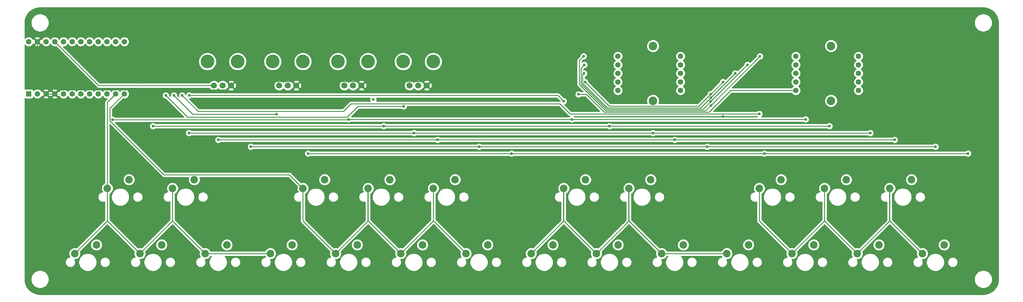
<source format=gbl>
G04 #@! TF.GenerationSoftware,KiCad,Pcbnew,(5.1.10)-1*
G04 #@! TF.CreationDate,2021-09-29T18:39:33-04:00*
G04 #@! TF.ProjectId,design,64657369-676e-42e6-9b69-6361645f7063,rev?*
G04 #@! TF.SameCoordinates,Original*
G04 #@! TF.FileFunction,Copper,L2,Bot*
G04 #@! TF.FilePolarity,Positive*
%FSLAX46Y46*%
G04 Gerber Fmt 4.6, Leading zero omitted, Abs format (unit mm)*
G04 Created by KiCad (PCBNEW (5.1.10)-1) date 2021-09-29 18:39:33*
%MOMM*%
%LPD*%
G01*
G04 APERTURE LIST*
G04 #@! TA.AperFunction,ComponentPad*
%ADD10C,2.200000*%
G04 #@! TD*
G04 #@! TA.AperFunction,WasherPad*
%ADD11C,2.500000*%
G04 #@! TD*
G04 #@! TA.AperFunction,ComponentPad*
%ADD12C,1.600000*%
G04 #@! TD*
G04 #@! TA.AperFunction,ComponentPad*
%ADD13R,1.600000X1.600000*%
G04 #@! TD*
G04 #@! TA.AperFunction,WasherPad*
%ADD14C,4.000000*%
G04 #@! TD*
G04 #@! TA.AperFunction,ComponentPad*
%ADD15C,1.800000*%
G04 #@! TD*
G04 #@! TA.AperFunction,ViaPad*
%ADD16C,0.800000*%
G04 #@! TD*
G04 #@! TA.AperFunction,Conductor*
%ADD17C,0.250000*%
G04 #@! TD*
G04 #@! TA.AperFunction,Conductor*
%ADD18C,0.254000*%
G04 #@! TD*
G04 #@! TA.AperFunction,Conductor*
%ADD19C,0.100000*%
G04 #@! TD*
G04 APERTURE END LIST*
D10*
X40625000Y-118210000D03*
X46975000Y-115670000D03*
X126350000Y-99160000D03*
X132700000Y-96620000D03*
X116825000Y-118210000D03*
X123175000Y-115670000D03*
X173975000Y-118210000D03*
X180325000Y-115670000D03*
X50150000Y-99160000D03*
X56500000Y-96620000D03*
X212075000Y-118210000D03*
X218425000Y-115670000D03*
X237475000Y-115670000D03*
X231125000Y-118210000D03*
X193025000Y-118210000D03*
X199375000Y-115670000D03*
X135875000Y-118210000D03*
X142225000Y-115670000D03*
X107300000Y-99160000D03*
X113650000Y-96620000D03*
X88250000Y-99160000D03*
X94600000Y-96620000D03*
D11*
X190525000Y-57585000D03*
X190525000Y-73585000D03*
D12*
X198575000Y-70585000D03*
X198575000Y-60585000D03*
X198575000Y-63085000D03*
X198575000Y-68085000D03*
X180275000Y-70585000D03*
X180275000Y-68085000D03*
X180275000Y-60585000D03*
X180275000Y-63085000D03*
X198575000Y-65585000D03*
X180275000Y-65585000D03*
D11*
X242525000Y-57585000D03*
X242525000Y-73585000D03*
D12*
X250575000Y-70585000D03*
X250575000Y-60585000D03*
X250575000Y-63085000D03*
X250575000Y-68085000D03*
X232275000Y-70585000D03*
X232275000Y-68085000D03*
X232275000Y-60585000D03*
X232275000Y-63085000D03*
X250575000Y-65585000D03*
X232275000Y-65585000D03*
D10*
X164450000Y-99160000D03*
X170800000Y-96620000D03*
X269225000Y-118210000D03*
X275575000Y-115670000D03*
X183500000Y-99160000D03*
X189850000Y-96620000D03*
X59675000Y-118210000D03*
X66025000Y-115670000D03*
X154925000Y-118210000D03*
X161275000Y-115670000D03*
X221600000Y-99160000D03*
X227950000Y-96620000D03*
D12*
X8135000Y-56310000D03*
X10675000Y-56310000D03*
X13215000Y-56310000D03*
X15755000Y-56310000D03*
X18295000Y-56310000D03*
X20835000Y-56310000D03*
X23375000Y-56310000D03*
X25915000Y-56310000D03*
X28455000Y-56310000D03*
X30995000Y-56310000D03*
X33535000Y-56310000D03*
X36075000Y-56310000D03*
X36075000Y-71550000D03*
X33535000Y-71550000D03*
X30995000Y-71550000D03*
X28455000Y-71550000D03*
X25915000Y-71550000D03*
X23375000Y-71550000D03*
X20835000Y-71550000D03*
X18295000Y-71550000D03*
X15755000Y-71550000D03*
X13215000Y-71550000D03*
X10675000Y-71550000D03*
D13*
X8135000Y-71550000D03*
D10*
X78725000Y-118210000D03*
X85075000Y-115670000D03*
X259700000Y-99160000D03*
X266050000Y-96620000D03*
X250175000Y-118210000D03*
X256525000Y-115670000D03*
X240650000Y-99160000D03*
X247000000Y-96620000D03*
X97775000Y-118210000D03*
X104125000Y-115670000D03*
X31100000Y-99160000D03*
X37450000Y-96620000D03*
X21575000Y-118210000D03*
X27925000Y-115670000D03*
D14*
X126324999Y-62135001D03*
X117524999Y-62135001D03*
D15*
X124424999Y-69135001D03*
X121924999Y-69135001D03*
X119424999Y-69135001D03*
D14*
X107274999Y-62135001D03*
X98474999Y-62135001D03*
D15*
X105374999Y-69135001D03*
X102874999Y-69135001D03*
X100374999Y-69135001D03*
D14*
X88224999Y-62135001D03*
X79424999Y-62135001D03*
D15*
X86324999Y-69135001D03*
X83824999Y-69135001D03*
X81324999Y-69135001D03*
D14*
X69174999Y-62135001D03*
X60374999Y-62135001D03*
D15*
X67274999Y-69135001D03*
X64774999Y-69135001D03*
X62274999Y-69135001D03*
D16*
X108825000Y-73175000D03*
X48050000Y-67925000D03*
X51450000Y-66850000D03*
X145225000Y-73425000D03*
X145800000Y-76375000D03*
X161675000Y-77325000D03*
X94775000Y-99125000D03*
X115725000Y-99125000D03*
X123850000Y-118250000D03*
X105025000Y-118250000D03*
X47325000Y-118225000D03*
X28900000Y-118275000D03*
X39250000Y-99300000D03*
X171150000Y-99200000D03*
X161500000Y-118200000D03*
X177475000Y-117100000D03*
X237825000Y-118325000D03*
X257325000Y-118200000D03*
X248025000Y-99150000D03*
X228375000Y-99125000D03*
X229925000Y-61925000D03*
X229825000Y-64350000D03*
X229950000Y-67000000D03*
X201000000Y-61825000D03*
X177800000Y-61700000D03*
X177800000Y-64450000D03*
X177775000Y-66700000D03*
X189700000Y-70175000D03*
X23775000Y-57950000D03*
X21150000Y-57950000D03*
X26400000Y-57975000D03*
X34925000Y-57925000D03*
X32425000Y-57925000D03*
X29750000Y-58000000D03*
X167325000Y-74275000D03*
X218825000Y-57650000D03*
X22550000Y-74475000D03*
X25100000Y-74325000D03*
X27350000Y-74125000D03*
X29475000Y-73675000D03*
X227875000Y-75300000D03*
X222350000Y-91025000D03*
X253650000Y-65650000D03*
X108200000Y-76800000D03*
X41175000Y-68175000D03*
X43175000Y-67675000D03*
X45300000Y-67450000D03*
X49650000Y-67425000D03*
X40400001Y-70424999D03*
X86000000Y-73375000D03*
X211000000Y-78200000D03*
X164450000Y-73700000D03*
X55025000Y-72000000D03*
X52975000Y-72000000D03*
X221600000Y-77410050D03*
X48175000Y-72000000D03*
X117725000Y-75200000D03*
X50550000Y-72000000D03*
X168750000Y-71700000D03*
X80500000Y-77550000D03*
X223084999Y-89000000D03*
X149225000Y-89000000D03*
X282575000Y-89000000D03*
X89734999Y-89000000D03*
X206375000Y-87000000D03*
X139700000Y-87000000D03*
X273050000Y-87000000D03*
X73025000Y-87000000D03*
X196850000Y-85000000D03*
X127625000Y-85000000D03*
X261125001Y-85000000D03*
X63500000Y-85000000D03*
X170250000Y-60585000D03*
X221775000Y-60585000D03*
X207417500Y-74942500D03*
X120650000Y-83000000D03*
X254000000Y-83000000D03*
X54950000Y-83000000D03*
X170475000Y-63085000D03*
X218140000Y-63085000D03*
X207404001Y-73804001D03*
X190550000Y-83000000D03*
X177800000Y-81000000D03*
X111875000Y-81000000D03*
X242075001Y-81000000D03*
X44450000Y-81000000D03*
X214550000Y-65585000D03*
X170375000Y-65585000D03*
X207417500Y-72717500D03*
X166825001Y-79000000D03*
X101600000Y-79000000D03*
X32584999Y-79090001D03*
X170675000Y-68085000D03*
X210975000Y-68085000D03*
X207367500Y-71692500D03*
X235150000Y-79000000D03*
D17*
X31985001Y-69135001D02*
X62274999Y-69135001D01*
X28580001Y-69135001D02*
X31985001Y-69135001D01*
X15755000Y-56310000D02*
X28580001Y-69135001D01*
X106600000Y-67910000D02*
X105374999Y-69135001D01*
X123199998Y-67910000D02*
X106600000Y-67910000D01*
X124424999Y-69135001D02*
X123199998Y-67910000D01*
X87550000Y-67910000D02*
X86324999Y-69135001D01*
X104149998Y-67910000D02*
X87550000Y-67910000D01*
X105374999Y-69135001D02*
X104149998Y-67910000D01*
X68500000Y-67910000D02*
X67274999Y-69135001D01*
X85099998Y-67910000D02*
X68500000Y-67910000D01*
X86324999Y-69135001D02*
X85099998Y-67910000D01*
X10675000Y-69010000D02*
X13215000Y-71550000D01*
X10675000Y-56310000D02*
X10675000Y-69010000D01*
X13215000Y-71550000D02*
X15755000Y-71550000D01*
X65985001Y-70424999D02*
X67274999Y-69135001D01*
X16880001Y-70424999D02*
X40400001Y-70424999D01*
X15755000Y-71550000D02*
X16880001Y-70424999D01*
X40400001Y-70424999D02*
X65985001Y-70424999D01*
X31100000Y-108685000D02*
X21575000Y-118210000D01*
X31100000Y-108685000D02*
X40625000Y-118210000D01*
X31100000Y-99160000D02*
X31100000Y-108685000D01*
X40625000Y-118210000D02*
X50150000Y-108685000D01*
X50150000Y-108685000D02*
X59675000Y-118210000D01*
X50150000Y-99160000D02*
X50150000Y-108685000D01*
X59675000Y-118210000D02*
X78725000Y-118210000D01*
X31100000Y-73985000D02*
X31230000Y-73855000D01*
X31100000Y-99160000D02*
X31100000Y-73985000D01*
X33535000Y-71550000D02*
X31230000Y-73855000D01*
X88250000Y-108685000D02*
X97775000Y-118210000D01*
X88250000Y-99160000D02*
X88250000Y-108685000D01*
X107205001Y-99254999D02*
X107300000Y-99160000D01*
X107205001Y-108779999D02*
X107205001Y-99254999D01*
X97775000Y-118210000D02*
X107205001Y-108779999D01*
X107300000Y-108685000D02*
X116825000Y-118210000D01*
X107300000Y-99160000D02*
X107300000Y-108685000D01*
X126350000Y-108685000D02*
X116825000Y-118210000D01*
X126350000Y-99160000D02*
X126350000Y-108685000D01*
X126350000Y-108598002D02*
X135875000Y-118123002D01*
X135875000Y-118123002D02*
X135875000Y-118210000D01*
X126350000Y-99160000D02*
X126350000Y-108598002D01*
X47616995Y-95194999D02*
X84284999Y-95194999D01*
X31859998Y-79438002D02*
X47616995Y-95194999D01*
X84284999Y-95194999D02*
X88250000Y-99160000D01*
X31859998Y-75765002D02*
X31859998Y-79438002D01*
X36075000Y-71550000D02*
X31859998Y-75765002D01*
X164355001Y-99254999D02*
X164450000Y-99160000D01*
X164355001Y-108779999D02*
X164355001Y-99254999D01*
X154925000Y-118210000D02*
X164355001Y-108779999D01*
X164450000Y-108685000D02*
X173975000Y-118210000D01*
X164450000Y-99160000D02*
X164450000Y-108685000D01*
X183405001Y-99254999D02*
X183500000Y-99160000D01*
X183405001Y-108779999D02*
X183405001Y-99254999D01*
X173975000Y-118210000D02*
X183405001Y-108779999D01*
X183500000Y-108685000D02*
X193025000Y-118210000D01*
X183500000Y-99160000D02*
X183500000Y-108685000D01*
X193025000Y-118210000D02*
X212075000Y-118210000D01*
X162750000Y-72000000D02*
X162550000Y-72000000D01*
X164450000Y-73700000D02*
X162750000Y-72000000D01*
X55025000Y-72000000D02*
X162550000Y-72000000D01*
X259700000Y-108685000D02*
X259700000Y-99160000D01*
X269225000Y-118210000D02*
X259700000Y-108685000D01*
X259605001Y-99254999D02*
X259700000Y-99160000D01*
X259605001Y-108779999D02*
X259605001Y-99254999D01*
X250175000Y-118210000D02*
X259605001Y-108779999D01*
X240650000Y-108685000D02*
X250175000Y-118210000D01*
X240650000Y-108685000D02*
X231125000Y-118210000D01*
X240650000Y-99160000D02*
X240650000Y-108685000D01*
X221600000Y-108685000D02*
X231125000Y-118210000D01*
X221600000Y-99160000D02*
X221600000Y-108685000D01*
X61525000Y-76675000D02*
X100075000Y-76675000D01*
X166308053Y-77410050D02*
X221600000Y-77410050D01*
X163373002Y-74474999D02*
X166308053Y-77410050D01*
X102275001Y-74474999D02*
X163373002Y-74474999D01*
X100075000Y-76675000D02*
X102275001Y-74474999D01*
X221600000Y-77410050D02*
X221600000Y-77410050D01*
X57650000Y-76675000D02*
X58025000Y-76675000D01*
X52975000Y-72000000D02*
X57650000Y-76675000D01*
X58025000Y-76675000D02*
X61525000Y-76675000D01*
X80500000Y-78350000D02*
X80500000Y-78350000D01*
X48175000Y-72000000D02*
X54525000Y-78350000D01*
X54525000Y-78350000D02*
X61950000Y-78350000D01*
X61950000Y-78350000D02*
X80500000Y-78350000D01*
X80500000Y-78350000D02*
X81700000Y-78350000D01*
X101176998Y-78350000D02*
X104326998Y-75200000D01*
X81700000Y-78350000D02*
X101176998Y-78350000D01*
X104326998Y-75200000D02*
X117725000Y-75200000D01*
X117725000Y-75200000D02*
X117875000Y-75200000D01*
X50550000Y-72000000D02*
X56100000Y-77550000D01*
X56100000Y-77550000D02*
X61925000Y-77550000D01*
X232275000Y-70585000D02*
X213215000Y-70585000D01*
X206839960Y-76960040D02*
X176385040Y-76960040D01*
X213215000Y-70585000D02*
X206839960Y-76960040D01*
X176385040Y-76960040D02*
X176310040Y-76960040D01*
X176310040Y-76960040D02*
X171050000Y-71700000D01*
X171050000Y-71700000D02*
X168750000Y-71700000D01*
X168750000Y-71700000D02*
X168750000Y-71700000D01*
X61925000Y-77550000D02*
X80500000Y-77550000D01*
X80500000Y-77550000D02*
X80500000Y-77550000D01*
X282575000Y-89000000D02*
X223084999Y-89000000D01*
X223084999Y-89000000D02*
X149225000Y-89000000D01*
X149225000Y-89000000D02*
X89734999Y-89000000D01*
X73025000Y-87000000D02*
X139700000Y-87000000D01*
X139700000Y-87000000D02*
X206375000Y-87000000D01*
X206375000Y-87000000D02*
X273050000Y-87000000D01*
X261125001Y-85000000D02*
X196850000Y-85000000D01*
X196850000Y-85000000D02*
X127625000Y-85000000D01*
X127625000Y-85000000D02*
X63500000Y-85000000D01*
X205250030Y-76510030D02*
X205334382Y-76510030D01*
X176754209Y-76510031D02*
X205250030Y-76510030D01*
X170250000Y-60585000D02*
X169049981Y-61785019D01*
X169049981Y-62860019D02*
X169049981Y-68805803D01*
X169049981Y-68805803D02*
X176754209Y-76510031D01*
X169049981Y-61785019D02*
X169049981Y-62860019D01*
X221775000Y-60585000D02*
X207417500Y-74942500D01*
X205937500Y-76422500D02*
X205849970Y-76510030D01*
X205849970Y-76510030D02*
X205250030Y-76510030D01*
X207417500Y-74942500D02*
X205937500Y-76422500D01*
X54950000Y-83000000D02*
X120650000Y-83000000D01*
X120650000Y-83000000D02*
X190550000Y-83000000D01*
X205899001Y-75309001D02*
X207404001Y-73804001D01*
X169499990Y-64060010D02*
X169499990Y-68619402D01*
X169499990Y-68619402D02*
X176940609Y-76060021D01*
X205147981Y-76060021D02*
X205899001Y-75309001D01*
X176940609Y-76060021D02*
X205147981Y-76060021D01*
X170475000Y-63085000D02*
X169499990Y-64060010D01*
X217125000Y-64083002D02*
X217125000Y-64075000D01*
X217141998Y-64083002D02*
X217125000Y-64083002D01*
X218140000Y-63085000D02*
X217141998Y-64083002D01*
X207404001Y-73804001D02*
X217125000Y-64083002D01*
X190550000Y-83000000D02*
X254000000Y-83000000D01*
X242075001Y-81000000D02*
X177800000Y-81000000D01*
X177800000Y-81000000D02*
X111875000Y-81000000D01*
X111875000Y-81000000D02*
X44450000Y-81000000D01*
X169949999Y-66010001D02*
X169949999Y-68433001D01*
X204522991Y-75610011D02*
X205911501Y-74221501D01*
X177127009Y-75610011D02*
X204522991Y-75610011D01*
X170375000Y-65585000D02*
X169949999Y-66010001D01*
X169949999Y-68433001D02*
X177127009Y-75610011D01*
X205913499Y-74221501D02*
X205911501Y-74221501D01*
X214550000Y-65585000D02*
X207417500Y-72717500D01*
X207417500Y-72717500D02*
X205913499Y-74221501D01*
X101600000Y-79000000D02*
X166825001Y-79000000D01*
X101509999Y-79090001D02*
X101600000Y-79000000D01*
X32584999Y-79090001D02*
X101509999Y-79090001D01*
X205012500Y-74047500D02*
X205862500Y-73197500D01*
X205862500Y-73197500D02*
X207367500Y-71692500D01*
X177750001Y-75160001D02*
X203899999Y-75160001D01*
X170675000Y-68085000D02*
X177750001Y-75160001D01*
X203899999Y-75160001D02*
X205012500Y-74047500D01*
X207367500Y-71692500D02*
X210975000Y-68085000D01*
X166825001Y-79000000D02*
X235150000Y-79000000D01*
D18*
X287802249Y-46452437D02*
X288559774Y-46659672D01*
X289268625Y-46997777D01*
X289906404Y-47456067D01*
X290452946Y-48020055D01*
X290890977Y-48671913D01*
X291206651Y-49391038D01*
X291391206Y-50159768D01*
X291440000Y-50824207D01*
X291440001Y-53942572D01*
X291440000Y-53942582D01*
X291440000Y-54577582D01*
X291440001Y-59657581D01*
X291440000Y-125700608D01*
X291367563Y-126512249D01*
X291160328Y-127269774D01*
X290822221Y-127978627D01*
X290363928Y-128616410D01*
X289799945Y-129162946D01*
X289148085Y-129600978D01*
X288428963Y-129916651D01*
X287660232Y-130101206D01*
X286995792Y-130150000D01*
X11459392Y-130150000D01*
X10647751Y-130077563D01*
X9890226Y-129870328D01*
X9181373Y-129532221D01*
X8543590Y-129073928D01*
X7997054Y-128509945D01*
X7559022Y-127858085D01*
X7243349Y-127138963D01*
X7058794Y-126370232D01*
X7010000Y-125705792D01*
X7010000Y-125470475D01*
X8795000Y-125470475D01*
X8795000Y-125989525D01*
X8896261Y-126498601D01*
X9094893Y-126978141D01*
X9383262Y-127409715D01*
X9750285Y-127776738D01*
X10181859Y-128065107D01*
X10661399Y-128263739D01*
X11170475Y-128365000D01*
X11689525Y-128365000D01*
X12198601Y-128263739D01*
X12678141Y-128065107D01*
X13109715Y-127776738D01*
X13476738Y-127409715D01*
X13765107Y-126978141D01*
X13963739Y-126498601D01*
X14065000Y-125989525D01*
X14065000Y-125470475D01*
X284385000Y-125470475D01*
X284385000Y-125989525D01*
X284486261Y-126498601D01*
X284684893Y-126978141D01*
X284973262Y-127409715D01*
X285340285Y-127776738D01*
X285771859Y-128065107D01*
X286251399Y-128263739D01*
X286760475Y-128365000D01*
X287279525Y-128365000D01*
X287788601Y-128263739D01*
X288268141Y-128065107D01*
X288699715Y-127776738D01*
X289066738Y-127409715D01*
X289355107Y-126978141D01*
X289553739Y-126498601D01*
X289655000Y-125989525D01*
X289655000Y-125470475D01*
X289553739Y-124961399D01*
X289355107Y-124481859D01*
X289066738Y-124050285D01*
X288699715Y-123683262D01*
X288268141Y-123394893D01*
X287788601Y-123196261D01*
X287279525Y-123095000D01*
X286760475Y-123095000D01*
X286251399Y-123196261D01*
X285771859Y-123394893D01*
X285340285Y-123683262D01*
X284973262Y-124050285D01*
X284684893Y-124481859D01*
X284486261Y-124961399D01*
X284385000Y-125470475D01*
X14065000Y-125470475D01*
X13963739Y-124961399D01*
X13765107Y-124481859D01*
X13476738Y-124050285D01*
X13109715Y-123683262D01*
X12678141Y-123394893D01*
X12198601Y-123196261D01*
X11689525Y-123095000D01*
X11170475Y-123095000D01*
X10661399Y-123196261D01*
X10181859Y-123394893D01*
X9750285Y-123683262D01*
X9383262Y-124050285D01*
X9094893Y-124481859D01*
X8896261Y-124961399D01*
X8795000Y-125470475D01*
X7010000Y-125470475D01*
X7010000Y-72896302D01*
X7090820Y-72939502D01*
X7210518Y-72975812D01*
X7335000Y-72988072D01*
X8935000Y-72988072D01*
X9059482Y-72975812D01*
X9179180Y-72939502D01*
X9289494Y-72880537D01*
X9386185Y-72801185D01*
X9465537Y-72704494D01*
X9524502Y-72594180D01*
X9560812Y-72474482D01*
X9561643Y-72466039D01*
X9760241Y-72664637D01*
X9995273Y-72821680D01*
X10256426Y-72929853D01*
X10533665Y-72985000D01*
X10816335Y-72985000D01*
X11093574Y-72929853D01*
X11354727Y-72821680D01*
X11589759Y-72664637D01*
X11711694Y-72542702D01*
X12401903Y-72542702D01*
X12473486Y-72786671D01*
X12728996Y-72907571D01*
X13003184Y-72976300D01*
X13285512Y-72990217D01*
X13565130Y-72948787D01*
X13831292Y-72853603D01*
X13956514Y-72786671D01*
X14028097Y-72542702D01*
X14941903Y-72542702D01*
X15013486Y-72786671D01*
X15268996Y-72907571D01*
X15543184Y-72976300D01*
X15825512Y-72990217D01*
X16105130Y-72948787D01*
X16371292Y-72853603D01*
X16496514Y-72786671D01*
X16568097Y-72542702D01*
X15755000Y-71729605D01*
X14941903Y-72542702D01*
X14028097Y-72542702D01*
X13215000Y-71729605D01*
X12401903Y-72542702D01*
X11711694Y-72542702D01*
X11789637Y-72464759D01*
X11945915Y-72230872D01*
X11978329Y-72291514D01*
X12222298Y-72363097D01*
X13035395Y-71550000D01*
X13394605Y-71550000D01*
X14207702Y-72363097D01*
X14451671Y-72291514D01*
X14482971Y-72225364D01*
X14518329Y-72291514D01*
X14762298Y-72363097D01*
X15575395Y-71550000D01*
X15934605Y-71550000D01*
X16747702Y-72363097D01*
X16991671Y-72291514D01*
X17022194Y-72227008D01*
X17023320Y-72229727D01*
X17180363Y-72464759D01*
X17380241Y-72664637D01*
X17615273Y-72821680D01*
X17876426Y-72929853D01*
X18153665Y-72985000D01*
X18436335Y-72985000D01*
X18713574Y-72929853D01*
X18974727Y-72821680D01*
X19209759Y-72664637D01*
X19409637Y-72464759D01*
X19565000Y-72232241D01*
X19720363Y-72464759D01*
X19920241Y-72664637D01*
X20155273Y-72821680D01*
X20416426Y-72929853D01*
X20693665Y-72985000D01*
X20976335Y-72985000D01*
X21253574Y-72929853D01*
X21514727Y-72821680D01*
X21749759Y-72664637D01*
X21949637Y-72464759D01*
X22105000Y-72232241D01*
X22260363Y-72464759D01*
X22460241Y-72664637D01*
X22695273Y-72821680D01*
X22956426Y-72929853D01*
X23233665Y-72985000D01*
X23516335Y-72985000D01*
X23793574Y-72929853D01*
X24054727Y-72821680D01*
X24289759Y-72664637D01*
X24489637Y-72464759D01*
X24645000Y-72232241D01*
X24800363Y-72464759D01*
X25000241Y-72664637D01*
X25235273Y-72821680D01*
X25496426Y-72929853D01*
X25773665Y-72985000D01*
X26056335Y-72985000D01*
X26333574Y-72929853D01*
X26594727Y-72821680D01*
X26829759Y-72664637D01*
X27029637Y-72464759D01*
X27185000Y-72232241D01*
X27340363Y-72464759D01*
X27540241Y-72664637D01*
X27775273Y-72821680D01*
X28036426Y-72929853D01*
X28313665Y-72985000D01*
X28596335Y-72985000D01*
X28873574Y-72929853D01*
X29134727Y-72821680D01*
X29369759Y-72664637D01*
X29569637Y-72464759D01*
X29725000Y-72232241D01*
X29880363Y-72464759D01*
X30080241Y-72664637D01*
X30315273Y-72821680D01*
X30576426Y-72929853D01*
X30853665Y-72985000D01*
X31025199Y-72985000D01*
X30588998Y-73421201D01*
X30560000Y-73444999D01*
X30536202Y-73473997D01*
X30536201Y-73473998D01*
X30465026Y-73560724D01*
X30394454Y-73692754D01*
X30380881Y-73737501D01*
X30350998Y-73836014D01*
X30349128Y-73855000D01*
X30336324Y-73985000D01*
X30340001Y-74022333D01*
X30340000Y-97596852D01*
X30278169Y-97622463D01*
X29994002Y-97812337D01*
X29752337Y-98054002D01*
X29562463Y-98338169D01*
X29431675Y-98653919D01*
X29365000Y-98989117D01*
X29365000Y-99330883D01*
X29431675Y-99666081D01*
X29562463Y-99981831D01*
X29718261Y-100215000D01*
X29683740Y-100215000D01*
X29396842Y-100272068D01*
X29126589Y-100384010D01*
X28883368Y-100546525D01*
X28676525Y-100753368D01*
X28514010Y-100996589D01*
X28402068Y-101266842D01*
X28345000Y-101553740D01*
X28345000Y-101846260D01*
X28402068Y-102133158D01*
X28514010Y-102403411D01*
X28676525Y-102646632D01*
X28883368Y-102853475D01*
X29126589Y-103015990D01*
X29396842Y-103127932D01*
X29683740Y-103185000D01*
X29976260Y-103185000D01*
X30263158Y-103127932D01*
X30340000Y-103096103D01*
X30340001Y-108370197D01*
X22142912Y-116567286D01*
X22081081Y-116541675D01*
X21745883Y-116475000D01*
X21404117Y-116475000D01*
X21068919Y-116541675D01*
X20753169Y-116672463D01*
X20469002Y-116862337D01*
X20227337Y-117104002D01*
X20037463Y-117388169D01*
X19906675Y-117703919D01*
X19840000Y-118039117D01*
X19840000Y-118380883D01*
X19906675Y-118716081D01*
X20037463Y-119031831D01*
X20193261Y-119265000D01*
X20158740Y-119265000D01*
X19871842Y-119322068D01*
X19601589Y-119434010D01*
X19358368Y-119596525D01*
X19151525Y-119803368D01*
X18989010Y-120046589D01*
X18877068Y-120316842D01*
X18820000Y-120603740D01*
X18820000Y-120896260D01*
X18877068Y-121183158D01*
X18989010Y-121453411D01*
X19151525Y-121696632D01*
X19358368Y-121903475D01*
X19601589Y-122065990D01*
X19871842Y-122177932D01*
X20158740Y-122235000D01*
X20451260Y-122235000D01*
X20738158Y-122177932D01*
X21008411Y-122065990D01*
X21251632Y-121903475D01*
X21458475Y-121696632D01*
X21620990Y-121453411D01*
X21732932Y-121183158D01*
X21790000Y-120896260D01*
X21790000Y-120603740D01*
X21767471Y-120490475D01*
X22750000Y-120490475D01*
X22750000Y-121009525D01*
X22851261Y-121518601D01*
X23049893Y-121998141D01*
X23338262Y-122429715D01*
X23705285Y-122796738D01*
X24136859Y-123085107D01*
X24616399Y-123283739D01*
X25125475Y-123385000D01*
X25644525Y-123385000D01*
X26153601Y-123283739D01*
X26633141Y-123085107D01*
X27064715Y-122796738D01*
X27431738Y-122429715D01*
X27720107Y-121998141D01*
X27918739Y-121518601D01*
X28020000Y-121009525D01*
X28020000Y-120603740D01*
X28980000Y-120603740D01*
X28980000Y-120896260D01*
X29037068Y-121183158D01*
X29149010Y-121453411D01*
X29311525Y-121696632D01*
X29518368Y-121903475D01*
X29761589Y-122065990D01*
X30031842Y-122177932D01*
X30318740Y-122235000D01*
X30611260Y-122235000D01*
X30898158Y-122177932D01*
X31168411Y-122065990D01*
X31411632Y-121903475D01*
X31618475Y-121696632D01*
X31780990Y-121453411D01*
X31892932Y-121183158D01*
X31950000Y-120896260D01*
X31950000Y-120603740D01*
X31892932Y-120316842D01*
X31780990Y-120046589D01*
X31618475Y-119803368D01*
X31411632Y-119596525D01*
X31168411Y-119434010D01*
X30898158Y-119322068D01*
X30611260Y-119265000D01*
X30318740Y-119265000D01*
X30031842Y-119322068D01*
X29761589Y-119434010D01*
X29518368Y-119596525D01*
X29311525Y-119803368D01*
X29149010Y-120046589D01*
X29037068Y-120316842D01*
X28980000Y-120603740D01*
X28020000Y-120603740D01*
X28020000Y-120490475D01*
X27918739Y-119981399D01*
X27720107Y-119501859D01*
X27431738Y-119070285D01*
X27064715Y-118703262D01*
X26633141Y-118414893D01*
X26153601Y-118216261D01*
X25644525Y-118115000D01*
X25125475Y-118115000D01*
X24616399Y-118216261D01*
X24136859Y-118414893D01*
X23705285Y-118703262D01*
X23338262Y-119070285D01*
X23049893Y-119501859D01*
X22851261Y-119981399D01*
X22750000Y-120490475D01*
X21767471Y-120490475D01*
X21732932Y-120316842D01*
X21620990Y-120046589D01*
X21553110Y-119945000D01*
X21745883Y-119945000D01*
X22081081Y-119878325D01*
X22396831Y-119747537D01*
X22680998Y-119557663D01*
X22922663Y-119315998D01*
X23112537Y-119031831D01*
X23243325Y-118716081D01*
X23310000Y-118380883D01*
X23310000Y-118039117D01*
X23243325Y-117703919D01*
X23217714Y-117642088D01*
X25360685Y-115499117D01*
X26190000Y-115499117D01*
X26190000Y-115840883D01*
X26256675Y-116176081D01*
X26387463Y-116491831D01*
X26577337Y-116775998D01*
X26819002Y-117017663D01*
X27103169Y-117207537D01*
X27418919Y-117338325D01*
X27754117Y-117405000D01*
X28095883Y-117405000D01*
X28431081Y-117338325D01*
X28746831Y-117207537D01*
X29030998Y-117017663D01*
X29272663Y-116775998D01*
X29462537Y-116491831D01*
X29593325Y-116176081D01*
X29660000Y-115840883D01*
X29660000Y-115499117D01*
X29593325Y-115163919D01*
X29462537Y-114848169D01*
X29272663Y-114564002D01*
X29030998Y-114322337D01*
X28746831Y-114132463D01*
X28431081Y-114001675D01*
X28095883Y-113935000D01*
X27754117Y-113935000D01*
X27418919Y-114001675D01*
X27103169Y-114132463D01*
X26819002Y-114322337D01*
X26577337Y-114564002D01*
X26387463Y-114848169D01*
X26256675Y-115163919D01*
X26190000Y-115499117D01*
X25360685Y-115499117D01*
X31100000Y-109759802D01*
X38982286Y-117642088D01*
X38956675Y-117703919D01*
X38890000Y-118039117D01*
X38890000Y-118380883D01*
X38956675Y-118716081D01*
X39087463Y-119031831D01*
X39243261Y-119265000D01*
X39208740Y-119265000D01*
X38921842Y-119322068D01*
X38651589Y-119434010D01*
X38408368Y-119596525D01*
X38201525Y-119803368D01*
X38039010Y-120046589D01*
X37927068Y-120316842D01*
X37870000Y-120603740D01*
X37870000Y-120896260D01*
X37927068Y-121183158D01*
X38039010Y-121453411D01*
X38201525Y-121696632D01*
X38408368Y-121903475D01*
X38651589Y-122065990D01*
X38921842Y-122177932D01*
X39208740Y-122235000D01*
X39501260Y-122235000D01*
X39788158Y-122177932D01*
X40058411Y-122065990D01*
X40301632Y-121903475D01*
X40508475Y-121696632D01*
X40670990Y-121453411D01*
X40782932Y-121183158D01*
X40840000Y-120896260D01*
X40840000Y-120603740D01*
X40817471Y-120490475D01*
X41800000Y-120490475D01*
X41800000Y-121009525D01*
X41901261Y-121518601D01*
X42099893Y-121998141D01*
X42388262Y-122429715D01*
X42755285Y-122796738D01*
X43186859Y-123085107D01*
X43666399Y-123283739D01*
X44175475Y-123385000D01*
X44694525Y-123385000D01*
X45203601Y-123283739D01*
X45683141Y-123085107D01*
X46114715Y-122796738D01*
X46481738Y-122429715D01*
X46770107Y-121998141D01*
X46968739Y-121518601D01*
X47070000Y-121009525D01*
X47070000Y-120603740D01*
X48030000Y-120603740D01*
X48030000Y-120896260D01*
X48087068Y-121183158D01*
X48199010Y-121453411D01*
X48361525Y-121696632D01*
X48568368Y-121903475D01*
X48811589Y-122065990D01*
X49081842Y-122177932D01*
X49368740Y-122235000D01*
X49661260Y-122235000D01*
X49948158Y-122177932D01*
X50218411Y-122065990D01*
X50461632Y-121903475D01*
X50668475Y-121696632D01*
X50830990Y-121453411D01*
X50942932Y-121183158D01*
X51000000Y-120896260D01*
X51000000Y-120603740D01*
X50942932Y-120316842D01*
X50830990Y-120046589D01*
X50668475Y-119803368D01*
X50461632Y-119596525D01*
X50218411Y-119434010D01*
X49948158Y-119322068D01*
X49661260Y-119265000D01*
X49368740Y-119265000D01*
X49081842Y-119322068D01*
X48811589Y-119434010D01*
X48568368Y-119596525D01*
X48361525Y-119803368D01*
X48199010Y-120046589D01*
X48087068Y-120316842D01*
X48030000Y-120603740D01*
X47070000Y-120603740D01*
X47070000Y-120490475D01*
X46968739Y-119981399D01*
X46770107Y-119501859D01*
X46481738Y-119070285D01*
X46114715Y-118703262D01*
X45683141Y-118414893D01*
X45203601Y-118216261D01*
X44694525Y-118115000D01*
X44175475Y-118115000D01*
X43666399Y-118216261D01*
X43186859Y-118414893D01*
X42755285Y-118703262D01*
X42388262Y-119070285D01*
X42099893Y-119501859D01*
X41901261Y-119981399D01*
X41800000Y-120490475D01*
X40817471Y-120490475D01*
X40782932Y-120316842D01*
X40670990Y-120046589D01*
X40603110Y-119945000D01*
X40795883Y-119945000D01*
X41131081Y-119878325D01*
X41446831Y-119747537D01*
X41730998Y-119557663D01*
X41972663Y-119315998D01*
X42162537Y-119031831D01*
X42293325Y-118716081D01*
X42360000Y-118380883D01*
X42360000Y-118039117D01*
X42293325Y-117703919D01*
X42267714Y-117642088D01*
X44410685Y-115499117D01*
X45240000Y-115499117D01*
X45240000Y-115840883D01*
X45306675Y-116176081D01*
X45437463Y-116491831D01*
X45627337Y-116775998D01*
X45869002Y-117017663D01*
X46153169Y-117207537D01*
X46468919Y-117338325D01*
X46804117Y-117405000D01*
X47145883Y-117405000D01*
X47481081Y-117338325D01*
X47796831Y-117207537D01*
X48080998Y-117017663D01*
X48322663Y-116775998D01*
X48512537Y-116491831D01*
X48643325Y-116176081D01*
X48710000Y-115840883D01*
X48710000Y-115499117D01*
X48643325Y-115163919D01*
X48512537Y-114848169D01*
X48322663Y-114564002D01*
X48080998Y-114322337D01*
X47796831Y-114132463D01*
X47481081Y-114001675D01*
X47145883Y-113935000D01*
X46804117Y-113935000D01*
X46468919Y-114001675D01*
X46153169Y-114132463D01*
X45869002Y-114322337D01*
X45627337Y-114564002D01*
X45437463Y-114848169D01*
X45306675Y-115163919D01*
X45240000Y-115499117D01*
X44410685Y-115499117D01*
X50150000Y-109759802D01*
X58032286Y-117642088D01*
X58006675Y-117703919D01*
X57940000Y-118039117D01*
X57940000Y-118380883D01*
X58006675Y-118716081D01*
X58137463Y-119031831D01*
X58293261Y-119265000D01*
X58258740Y-119265000D01*
X57971842Y-119322068D01*
X57701589Y-119434010D01*
X57458368Y-119596525D01*
X57251525Y-119803368D01*
X57089010Y-120046589D01*
X56977068Y-120316842D01*
X56920000Y-120603740D01*
X56920000Y-120896260D01*
X56977068Y-121183158D01*
X57089010Y-121453411D01*
X57251525Y-121696632D01*
X57458368Y-121903475D01*
X57701589Y-122065990D01*
X57971842Y-122177932D01*
X58258740Y-122235000D01*
X58551260Y-122235000D01*
X58838158Y-122177932D01*
X59108411Y-122065990D01*
X59351632Y-121903475D01*
X59558475Y-121696632D01*
X59720990Y-121453411D01*
X59832932Y-121183158D01*
X59890000Y-120896260D01*
X59890000Y-120603740D01*
X59832932Y-120316842D01*
X59720990Y-120046589D01*
X59653110Y-119945000D01*
X59845883Y-119945000D01*
X60181081Y-119878325D01*
X60496831Y-119747537D01*
X60780998Y-119557663D01*
X61022663Y-119315998D01*
X61212537Y-119031831D01*
X61238148Y-118970000D01*
X61538547Y-118970000D01*
X61438262Y-119070285D01*
X61149893Y-119501859D01*
X60951261Y-119981399D01*
X60850000Y-120490475D01*
X60850000Y-121009525D01*
X60951261Y-121518601D01*
X61149893Y-121998141D01*
X61438262Y-122429715D01*
X61805285Y-122796738D01*
X62236859Y-123085107D01*
X62716399Y-123283739D01*
X63225475Y-123385000D01*
X63744525Y-123385000D01*
X64253601Y-123283739D01*
X64733141Y-123085107D01*
X65164715Y-122796738D01*
X65531738Y-122429715D01*
X65820107Y-121998141D01*
X66018739Y-121518601D01*
X66120000Y-121009525D01*
X66120000Y-120603740D01*
X67080000Y-120603740D01*
X67080000Y-120896260D01*
X67137068Y-121183158D01*
X67249010Y-121453411D01*
X67411525Y-121696632D01*
X67618368Y-121903475D01*
X67861589Y-122065990D01*
X68131842Y-122177932D01*
X68418740Y-122235000D01*
X68711260Y-122235000D01*
X68998158Y-122177932D01*
X69268411Y-122065990D01*
X69511632Y-121903475D01*
X69718475Y-121696632D01*
X69880990Y-121453411D01*
X69992932Y-121183158D01*
X70050000Y-120896260D01*
X70050000Y-120603740D01*
X69992932Y-120316842D01*
X69880990Y-120046589D01*
X69718475Y-119803368D01*
X69511632Y-119596525D01*
X69268411Y-119434010D01*
X68998158Y-119322068D01*
X68711260Y-119265000D01*
X68418740Y-119265000D01*
X68131842Y-119322068D01*
X67861589Y-119434010D01*
X67618368Y-119596525D01*
X67411525Y-119803368D01*
X67249010Y-120046589D01*
X67137068Y-120316842D01*
X67080000Y-120603740D01*
X66120000Y-120603740D01*
X66120000Y-120490475D01*
X66018739Y-119981399D01*
X65820107Y-119501859D01*
X65531738Y-119070285D01*
X65431453Y-118970000D01*
X77161852Y-118970000D01*
X77187463Y-119031831D01*
X77343261Y-119265000D01*
X77308740Y-119265000D01*
X77021842Y-119322068D01*
X76751589Y-119434010D01*
X76508368Y-119596525D01*
X76301525Y-119803368D01*
X76139010Y-120046589D01*
X76027068Y-120316842D01*
X75970000Y-120603740D01*
X75970000Y-120896260D01*
X76027068Y-121183158D01*
X76139010Y-121453411D01*
X76301525Y-121696632D01*
X76508368Y-121903475D01*
X76751589Y-122065990D01*
X77021842Y-122177932D01*
X77308740Y-122235000D01*
X77601260Y-122235000D01*
X77888158Y-122177932D01*
X78158411Y-122065990D01*
X78401632Y-121903475D01*
X78608475Y-121696632D01*
X78770990Y-121453411D01*
X78882932Y-121183158D01*
X78940000Y-120896260D01*
X78940000Y-120603740D01*
X78917471Y-120490475D01*
X79900000Y-120490475D01*
X79900000Y-121009525D01*
X80001261Y-121518601D01*
X80199893Y-121998141D01*
X80488262Y-122429715D01*
X80855285Y-122796738D01*
X81286859Y-123085107D01*
X81766399Y-123283739D01*
X82275475Y-123385000D01*
X82794525Y-123385000D01*
X83303601Y-123283739D01*
X83783141Y-123085107D01*
X84214715Y-122796738D01*
X84581738Y-122429715D01*
X84870107Y-121998141D01*
X85068739Y-121518601D01*
X85170000Y-121009525D01*
X85170000Y-120603740D01*
X86130000Y-120603740D01*
X86130000Y-120896260D01*
X86187068Y-121183158D01*
X86299010Y-121453411D01*
X86461525Y-121696632D01*
X86668368Y-121903475D01*
X86911589Y-122065990D01*
X87181842Y-122177932D01*
X87468740Y-122235000D01*
X87761260Y-122235000D01*
X88048158Y-122177932D01*
X88318411Y-122065990D01*
X88561632Y-121903475D01*
X88768475Y-121696632D01*
X88930990Y-121453411D01*
X89042932Y-121183158D01*
X89100000Y-120896260D01*
X89100000Y-120603740D01*
X89042932Y-120316842D01*
X88930990Y-120046589D01*
X88768475Y-119803368D01*
X88561632Y-119596525D01*
X88318411Y-119434010D01*
X88048158Y-119322068D01*
X87761260Y-119265000D01*
X87468740Y-119265000D01*
X87181842Y-119322068D01*
X86911589Y-119434010D01*
X86668368Y-119596525D01*
X86461525Y-119803368D01*
X86299010Y-120046589D01*
X86187068Y-120316842D01*
X86130000Y-120603740D01*
X85170000Y-120603740D01*
X85170000Y-120490475D01*
X85068739Y-119981399D01*
X84870107Y-119501859D01*
X84581738Y-119070285D01*
X84214715Y-118703262D01*
X83783141Y-118414893D01*
X83303601Y-118216261D01*
X82794525Y-118115000D01*
X82275475Y-118115000D01*
X81766399Y-118216261D01*
X81286859Y-118414893D01*
X80855285Y-118703262D01*
X80488262Y-119070285D01*
X80199893Y-119501859D01*
X80001261Y-119981399D01*
X79900000Y-120490475D01*
X78917471Y-120490475D01*
X78882932Y-120316842D01*
X78770990Y-120046589D01*
X78703110Y-119945000D01*
X78895883Y-119945000D01*
X79231081Y-119878325D01*
X79546831Y-119747537D01*
X79830998Y-119557663D01*
X80072663Y-119315998D01*
X80262537Y-119031831D01*
X80393325Y-118716081D01*
X80460000Y-118380883D01*
X80460000Y-118039117D01*
X80393325Y-117703919D01*
X80262537Y-117388169D01*
X80072663Y-117104002D01*
X79830998Y-116862337D01*
X79546831Y-116672463D01*
X79231081Y-116541675D01*
X78895883Y-116475000D01*
X78554117Y-116475000D01*
X78218919Y-116541675D01*
X77903169Y-116672463D01*
X77619002Y-116862337D01*
X77377337Y-117104002D01*
X77187463Y-117388169D01*
X77161852Y-117450000D01*
X61238148Y-117450000D01*
X61212537Y-117388169D01*
X61022663Y-117104002D01*
X60780998Y-116862337D01*
X60496831Y-116672463D01*
X60181081Y-116541675D01*
X59845883Y-116475000D01*
X59504117Y-116475000D01*
X59168919Y-116541675D01*
X59107088Y-116567286D01*
X58038919Y-115499117D01*
X64290000Y-115499117D01*
X64290000Y-115840883D01*
X64356675Y-116176081D01*
X64487463Y-116491831D01*
X64677337Y-116775998D01*
X64919002Y-117017663D01*
X65203169Y-117207537D01*
X65518919Y-117338325D01*
X65854117Y-117405000D01*
X66195883Y-117405000D01*
X66531081Y-117338325D01*
X66846831Y-117207537D01*
X67130998Y-117017663D01*
X67372663Y-116775998D01*
X67562537Y-116491831D01*
X67693325Y-116176081D01*
X67760000Y-115840883D01*
X67760000Y-115499117D01*
X83340000Y-115499117D01*
X83340000Y-115840883D01*
X83406675Y-116176081D01*
X83537463Y-116491831D01*
X83727337Y-116775998D01*
X83969002Y-117017663D01*
X84253169Y-117207537D01*
X84568919Y-117338325D01*
X84904117Y-117405000D01*
X85245883Y-117405000D01*
X85581081Y-117338325D01*
X85896831Y-117207537D01*
X86180998Y-117017663D01*
X86422663Y-116775998D01*
X86612537Y-116491831D01*
X86743325Y-116176081D01*
X86810000Y-115840883D01*
X86810000Y-115499117D01*
X86743325Y-115163919D01*
X86612537Y-114848169D01*
X86422663Y-114564002D01*
X86180998Y-114322337D01*
X85896831Y-114132463D01*
X85581081Y-114001675D01*
X85245883Y-113935000D01*
X84904117Y-113935000D01*
X84568919Y-114001675D01*
X84253169Y-114132463D01*
X83969002Y-114322337D01*
X83727337Y-114564002D01*
X83537463Y-114848169D01*
X83406675Y-115163919D01*
X83340000Y-115499117D01*
X67760000Y-115499117D01*
X67693325Y-115163919D01*
X67562537Y-114848169D01*
X67372663Y-114564002D01*
X67130998Y-114322337D01*
X66846831Y-114132463D01*
X66531081Y-114001675D01*
X66195883Y-113935000D01*
X65854117Y-113935000D01*
X65518919Y-114001675D01*
X65203169Y-114132463D01*
X64919002Y-114322337D01*
X64677337Y-114564002D01*
X64487463Y-114848169D01*
X64356675Y-115163919D01*
X64290000Y-115499117D01*
X58038919Y-115499117D01*
X50910000Y-108370199D01*
X50910000Y-101440475D01*
X51325000Y-101440475D01*
X51325000Y-101959525D01*
X51426261Y-102468601D01*
X51624893Y-102948141D01*
X51913262Y-103379715D01*
X52280285Y-103746738D01*
X52711859Y-104035107D01*
X53191399Y-104233739D01*
X53700475Y-104335000D01*
X54219525Y-104335000D01*
X54728601Y-104233739D01*
X55208141Y-104035107D01*
X55639715Y-103746738D01*
X56006738Y-103379715D01*
X56295107Y-102948141D01*
X56493739Y-102468601D01*
X56595000Y-101959525D01*
X56595000Y-101553740D01*
X57555000Y-101553740D01*
X57555000Y-101846260D01*
X57612068Y-102133158D01*
X57724010Y-102403411D01*
X57886525Y-102646632D01*
X58093368Y-102853475D01*
X58336589Y-103015990D01*
X58606842Y-103127932D01*
X58893740Y-103185000D01*
X59186260Y-103185000D01*
X59473158Y-103127932D01*
X59743411Y-103015990D01*
X59986632Y-102853475D01*
X60193475Y-102646632D01*
X60355990Y-102403411D01*
X60467932Y-102133158D01*
X60525000Y-101846260D01*
X60525000Y-101553740D01*
X60467932Y-101266842D01*
X60355990Y-100996589D01*
X60193475Y-100753368D01*
X59986632Y-100546525D01*
X59743411Y-100384010D01*
X59473158Y-100272068D01*
X59186260Y-100215000D01*
X58893740Y-100215000D01*
X58606842Y-100272068D01*
X58336589Y-100384010D01*
X58093368Y-100546525D01*
X57886525Y-100753368D01*
X57724010Y-100996589D01*
X57612068Y-101266842D01*
X57555000Y-101553740D01*
X56595000Y-101553740D01*
X56595000Y-101440475D01*
X56493739Y-100931399D01*
X56295107Y-100451859D01*
X56006738Y-100020285D01*
X55639715Y-99653262D01*
X55208141Y-99364893D01*
X54728601Y-99166261D01*
X54219525Y-99065000D01*
X53700475Y-99065000D01*
X53191399Y-99166261D01*
X52711859Y-99364893D01*
X52280285Y-99653262D01*
X51913262Y-100020285D01*
X51624893Y-100451859D01*
X51426261Y-100931399D01*
X51325000Y-101440475D01*
X50910000Y-101440475D01*
X50910000Y-100723148D01*
X50971831Y-100697537D01*
X51255998Y-100507663D01*
X51497663Y-100265998D01*
X51687537Y-99981831D01*
X51818325Y-99666081D01*
X51885000Y-99330883D01*
X51885000Y-98989117D01*
X51818325Y-98653919D01*
X51687537Y-98338169D01*
X51497663Y-98054002D01*
X51255998Y-97812337D01*
X50971831Y-97622463D01*
X50656081Y-97491675D01*
X50320883Y-97425000D01*
X49979117Y-97425000D01*
X49643919Y-97491675D01*
X49328169Y-97622463D01*
X49044002Y-97812337D01*
X48802337Y-98054002D01*
X48612463Y-98338169D01*
X48481675Y-98653919D01*
X48415000Y-98989117D01*
X48415000Y-99330883D01*
X48481675Y-99666081D01*
X48612463Y-99981831D01*
X48768261Y-100215000D01*
X48733740Y-100215000D01*
X48446842Y-100272068D01*
X48176589Y-100384010D01*
X47933368Y-100546525D01*
X47726525Y-100753368D01*
X47564010Y-100996589D01*
X47452068Y-101266842D01*
X47395000Y-101553740D01*
X47395000Y-101846260D01*
X47452068Y-102133158D01*
X47564010Y-102403411D01*
X47726525Y-102646632D01*
X47933368Y-102853475D01*
X48176589Y-103015990D01*
X48446842Y-103127932D01*
X48733740Y-103185000D01*
X49026260Y-103185000D01*
X49313158Y-103127932D01*
X49390000Y-103096103D01*
X49390001Y-108370197D01*
X41192912Y-116567286D01*
X41131081Y-116541675D01*
X40795883Y-116475000D01*
X40454117Y-116475000D01*
X40118919Y-116541675D01*
X40057088Y-116567286D01*
X31860000Y-108370199D01*
X31860000Y-101440475D01*
X32275000Y-101440475D01*
X32275000Y-101959525D01*
X32376261Y-102468601D01*
X32574893Y-102948141D01*
X32863262Y-103379715D01*
X33230285Y-103746738D01*
X33661859Y-104035107D01*
X34141399Y-104233739D01*
X34650475Y-104335000D01*
X35169525Y-104335000D01*
X35678601Y-104233739D01*
X36158141Y-104035107D01*
X36589715Y-103746738D01*
X36956738Y-103379715D01*
X37245107Y-102948141D01*
X37443739Y-102468601D01*
X37545000Y-101959525D01*
X37545000Y-101553740D01*
X38505000Y-101553740D01*
X38505000Y-101846260D01*
X38562068Y-102133158D01*
X38674010Y-102403411D01*
X38836525Y-102646632D01*
X39043368Y-102853475D01*
X39286589Y-103015990D01*
X39556842Y-103127932D01*
X39843740Y-103185000D01*
X40136260Y-103185000D01*
X40423158Y-103127932D01*
X40693411Y-103015990D01*
X40936632Y-102853475D01*
X41143475Y-102646632D01*
X41305990Y-102403411D01*
X41417932Y-102133158D01*
X41475000Y-101846260D01*
X41475000Y-101553740D01*
X41417932Y-101266842D01*
X41305990Y-100996589D01*
X41143475Y-100753368D01*
X40936632Y-100546525D01*
X40693411Y-100384010D01*
X40423158Y-100272068D01*
X40136260Y-100215000D01*
X39843740Y-100215000D01*
X39556842Y-100272068D01*
X39286589Y-100384010D01*
X39043368Y-100546525D01*
X38836525Y-100753368D01*
X38674010Y-100996589D01*
X38562068Y-101266842D01*
X38505000Y-101553740D01*
X37545000Y-101553740D01*
X37545000Y-101440475D01*
X37443739Y-100931399D01*
X37245107Y-100451859D01*
X36956738Y-100020285D01*
X36589715Y-99653262D01*
X36158141Y-99364893D01*
X35678601Y-99166261D01*
X35169525Y-99065000D01*
X34650475Y-99065000D01*
X34141399Y-99166261D01*
X33661859Y-99364893D01*
X33230285Y-99653262D01*
X32863262Y-100020285D01*
X32574893Y-100451859D01*
X32376261Y-100931399D01*
X32275000Y-101440475D01*
X31860000Y-101440475D01*
X31860000Y-100723148D01*
X31921831Y-100697537D01*
X32205998Y-100507663D01*
X32447663Y-100265998D01*
X32637537Y-99981831D01*
X32768325Y-99666081D01*
X32835000Y-99330883D01*
X32835000Y-98989117D01*
X32768325Y-98653919D01*
X32637537Y-98338169D01*
X32447663Y-98054002D01*
X32205998Y-97812337D01*
X31921831Y-97622463D01*
X31860000Y-97596852D01*
X31860000Y-96449117D01*
X35715000Y-96449117D01*
X35715000Y-96790883D01*
X35781675Y-97126081D01*
X35912463Y-97441831D01*
X36102337Y-97725998D01*
X36344002Y-97967663D01*
X36628169Y-98157537D01*
X36943919Y-98288325D01*
X37279117Y-98355000D01*
X37620883Y-98355000D01*
X37956081Y-98288325D01*
X38271831Y-98157537D01*
X38555998Y-97967663D01*
X38797663Y-97725998D01*
X38987537Y-97441831D01*
X39118325Y-97126081D01*
X39185000Y-96790883D01*
X39185000Y-96449117D01*
X39118325Y-96113919D01*
X38987537Y-95798169D01*
X38797663Y-95514002D01*
X38555998Y-95272337D01*
X38271831Y-95082463D01*
X37956081Y-94951675D01*
X37620883Y-94885000D01*
X37279117Y-94885000D01*
X36943919Y-94951675D01*
X36628169Y-95082463D01*
X36344002Y-95272337D01*
X36102337Y-95514002D01*
X35912463Y-95798169D01*
X35781675Y-96113919D01*
X35715000Y-96449117D01*
X31860000Y-96449117D01*
X31860000Y-80512805D01*
X47053195Y-95706001D01*
X47076994Y-95735000D01*
X47192719Y-95829973D01*
X47324748Y-95900545D01*
X47468009Y-95944002D01*
X47579662Y-95954999D01*
X47579672Y-95954999D01*
X47616995Y-95958675D01*
X47654318Y-95954999D01*
X54897502Y-95954999D01*
X54831675Y-96113919D01*
X54765000Y-96449117D01*
X54765000Y-96790883D01*
X54831675Y-97126081D01*
X54962463Y-97441831D01*
X55152337Y-97725998D01*
X55394002Y-97967663D01*
X55678169Y-98157537D01*
X55993919Y-98288325D01*
X56329117Y-98355000D01*
X56670883Y-98355000D01*
X57006081Y-98288325D01*
X57321831Y-98157537D01*
X57605998Y-97967663D01*
X57847663Y-97725998D01*
X58037537Y-97441831D01*
X58168325Y-97126081D01*
X58235000Y-96790883D01*
X58235000Y-96449117D01*
X58168325Y-96113919D01*
X58102498Y-95954999D01*
X83970198Y-95954999D01*
X86607286Y-98592088D01*
X86581675Y-98653919D01*
X86515000Y-98989117D01*
X86515000Y-99330883D01*
X86581675Y-99666081D01*
X86712463Y-99981831D01*
X86868261Y-100215000D01*
X86833740Y-100215000D01*
X86546842Y-100272068D01*
X86276589Y-100384010D01*
X86033368Y-100546525D01*
X85826525Y-100753368D01*
X85664010Y-100996589D01*
X85552068Y-101266842D01*
X85495000Y-101553740D01*
X85495000Y-101846260D01*
X85552068Y-102133158D01*
X85664010Y-102403411D01*
X85826525Y-102646632D01*
X86033368Y-102853475D01*
X86276589Y-103015990D01*
X86546842Y-103127932D01*
X86833740Y-103185000D01*
X87126260Y-103185000D01*
X87413158Y-103127932D01*
X87490000Y-103096103D01*
X87490001Y-108647668D01*
X87486324Y-108685000D01*
X87490001Y-108722332D01*
X87490001Y-108722333D01*
X87500998Y-108833986D01*
X87514180Y-108877442D01*
X87544454Y-108977246D01*
X87615026Y-109109276D01*
X87686201Y-109196002D01*
X87710000Y-109225001D01*
X87738998Y-109248799D01*
X96132286Y-117642088D01*
X96106675Y-117703919D01*
X96040000Y-118039117D01*
X96040000Y-118380883D01*
X96106675Y-118716081D01*
X96237463Y-119031831D01*
X96393261Y-119265000D01*
X96358740Y-119265000D01*
X96071842Y-119322068D01*
X95801589Y-119434010D01*
X95558368Y-119596525D01*
X95351525Y-119803368D01*
X95189010Y-120046589D01*
X95077068Y-120316842D01*
X95020000Y-120603740D01*
X95020000Y-120896260D01*
X95077068Y-121183158D01*
X95189010Y-121453411D01*
X95351525Y-121696632D01*
X95558368Y-121903475D01*
X95801589Y-122065990D01*
X96071842Y-122177932D01*
X96358740Y-122235000D01*
X96651260Y-122235000D01*
X96938158Y-122177932D01*
X97208411Y-122065990D01*
X97451632Y-121903475D01*
X97658475Y-121696632D01*
X97820990Y-121453411D01*
X97932932Y-121183158D01*
X97990000Y-120896260D01*
X97990000Y-120603740D01*
X97967471Y-120490475D01*
X98950000Y-120490475D01*
X98950000Y-121009525D01*
X99051261Y-121518601D01*
X99249893Y-121998141D01*
X99538262Y-122429715D01*
X99905285Y-122796738D01*
X100336859Y-123085107D01*
X100816399Y-123283739D01*
X101325475Y-123385000D01*
X101844525Y-123385000D01*
X102353601Y-123283739D01*
X102833141Y-123085107D01*
X103264715Y-122796738D01*
X103631738Y-122429715D01*
X103920107Y-121998141D01*
X104118739Y-121518601D01*
X104220000Y-121009525D01*
X104220000Y-120603740D01*
X105180000Y-120603740D01*
X105180000Y-120896260D01*
X105237068Y-121183158D01*
X105349010Y-121453411D01*
X105511525Y-121696632D01*
X105718368Y-121903475D01*
X105961589Y-122065990D01*
X106231842Y-122177932D01*
X106518740Y-122235000D01*
X106811260Y-122235000D01*
X107098158Y-122177932D01*
X107368411Y-122065990D01*
X107611632Y-121903475D01*
X107818475Y-121696632D01*
X107980990Y-121453411D01*
X108092932Y-121183158D01*
X108150000Y-120896260D01*
X108150000Y-120603740D01*
X108092932Y-120316842D01*
X107980990Y-120046589D01*
X107818475Y-119803368D01*
X107611632Y-119596525D01*
X107368411Y-119434010D01*
X107098158Y-119322068D01*
X106811260Y-119265000D01*
X106518740Y-119265000D01*
X106231842Y-119322068D01*
X105961589Y-119434010D01*
X105718368Y-119596525D01*
X105511525Y-119803368D01*
X105349010Y-120046589D01*
X105237068Y-120316842D01*
X105180000Y-120603740D01*
X104220000Y-120603740D01*
X104220000Y-120490475D01*
X104118739Y-119981399D01*
X103920107Y-119501859D01*
X103631738Y-119070285D01*
X103264715Y-118703262D01*
X102833141Y-118414893D01*
X102353601Y-118216261D01*
X101844525Y-118115000D01*
X101325475Y-118115000D01*
X100816399Y-118216261D01*
X100336859Y-118414893D01*
X99905285Y-118703262D01*
X99538262Y-119070285D01*
X99249893Y-119501859D01*
X99051261Y-119981399D01*
X98950000Y-120490475D01*
X97967471Y-120490475D01*
X97932932Y-120316842D01*
X97820990Y-120046589D01*
X97753110Y-119945000D01*
X97945883Y-119945000D01*
X98281081Y-119878325D01*
X98596831Y-119747537D01*
X98880998Y-119557663D01*
X99122663Y-119315998D01*
X99312537Y-119031831D01*
X99443325Y-118716081D01*
X99510000Y-118380883D01*
X99510000Y-118039117D01*
X99443325Y-117703919D01*
X99417714Y-117642088D01*
X101560685Y-115499117D01*
X102390000Y-115499117D01*
X102390000Y-115840883D01*
X102456675Y-116176081D01*
X102587463Y-116491831D01*
X102777337Y-116775998D01*
X103019002Y-117017663D01*
X103303169Y-117207537D01*
X103618919Y-117338325D01*
X103954117Y-117405000D01*
X104295883Y-117405000D01*
X104631081Y-117338325D01*
X104946831Y-117207537D01*
X105230998Y-117017663D01*
X105472663Y-116775998D01*
X105662537Y-116491831D01*
X105793325Y-116176081D01*
X105860000Y-115840883D01*
X105860000Y-115499117D01*
X105793325Y-115163919D01*
X105662537Y-114848169D01*
X105472663Y-114564002D01*
X105230998Y-114322337D01*
X104946831Y-114132463D01*
X104631081Y-114001675D01*
X104295883Y-113935000D01*
X103954117Y-113935000D01*
X103618919Y-114001675D01*
X103303169Y-114132463D01*
X103019002Y-114322337D01*
X102777337Y-114564002D01*
X102587463Y-114848169D01*
X102456675Y-115163919D01*
X102390000Y-115499117D01*
X101560685Y-115499117D01*
X107300000Y-109759802D01*
X115182286Y-117642088D01*
X115156675Y-117703919D01*
X115090000Y-118039117D01*
X115090000Y-118380883D01*
X115156675Y-118716081D01*
X115287463Y-119031831D01*
X115443261Y-119265000D01*
X115408740Y-119265000D01*
X115121842Y-119322068D01*
X114851589Y-119434010D01*
X114608368Y-119596525D01*
X114401525Y-119803368D01*
X114239010Y-120046589D01*
X114127068Y-120316842D01*
X114070000Y-120603740D01*
X114070000Y-120896260D01*
X114127068Y-121183158D01*
X114239010Y-121453411D01*
X114401525Y-121696632D01*
X114608368Y-121903475D01*
X114851589Y-122065990D01*
X115121842Y-122177932D01*
X115408740Y-122235000D01*
X115701260Y-122235000D01*
X115988158Y-122177932D01*
X116258411Y-122065990D01*
X116501632Y-121903475D01*
X116708475Y-121696632D01*
X116870990Y-121453411D01*
X116982932Y-121183158D01*
X117040000Y-120896260D01*
X117040000Y-120603740D01*
X117017471Y-120490475D01*
X118000000Y-120490475D01*
X118000000Y-121009525D01*
X118101261Y-121518601D01*
X118299893Y-121998141D01*
X118588262Y-122429715D01*
X118955285Y-122796738D01*
X119386859Y-123085107D01*
X119866399Y-123283739D01*
X120375475Y-123385000D01*
X120894525Y-123385000D01*
X121403601Y-123283739D01*
X121883141Y-123085107D01*
X122314715Y-122796738D01*
X122681738Y-122429715D01*
X122970107Y-121998141D01*
X123168739Y-121518601D01*
X123270000Y-121009525D01*
X123270000Y-120603740D01*
X124230000Y-120603740D01*
X124230000Y-120896260D01*
X124287068Y-121183158D01*
X124399010Y-121453411D01*
X124561525Y-121696632D01*
X124768368Y-121903475D01*
X125011589Y-122065990D01*
X125281842Y-122177932D01*
X125568740Y-122235000D01*
X125861260Y-122235000D01*
X126148158Y-122177932D01*
X126418411Y-122065990D01*
X126661632Y-121903475D01*
X126868475Y-121696632D01*
X127030990Y-121453411D01*
X127142932Y-121183158D01*
X127200000Y-120896260D01*
X127200000Y-120603740D01*
X127142932Y-120316842D01*
X127030990Y-120046589D01*
X126868475Y-119803368D01*
X126661632Y-119596525D01*
X126418411Y-119434010D01*
X126148158Y-119322068D01*
X125861260Y-119265000D01*
X125568740Y-119265000D01*
X125281842Y-119322068D01*
X125011589Y-119434010D01*
X124768368Y-119596525D01*
X124561525Y-119803368D01*
X124399010Y-120046589D01*
X124287068Y-120316842D01*
X124230000Y-120603740D01*
X123270000Y-120603740D01*
X123270000Y-120490475D01*
X123168739Y-119981399D01*
X122970107Y-119501859D01*
X122681738Y-119070285D01*
X122314715Y-118703262D01*
X121883141Y-118414893D01*
X121403601Y-118216261D01*
X120894525Y-118115000D01*
X120375475Y-118115000D01*
X119866399Y-118216261D01*
X119386859Y-118414893D01*
X118955285Y-118703262D01*
X118588262Y-119070285D01*
X118299893Y-119501859D01*
X118101261Y-119981399D01*
X118000000Y-120490475D01*
X117017471Y-120490475D01*
X116982932Y-120316842D01*
X116870990Y-120046589D01*
X116803110Y-119945000D01*
X116995883Y-119945000D01*
X117331081Y-119878325D01*
X117646831Y-119747537D01*
X117930998Y-119557663D01*
X118172663Y-119315998D01*
X118362537Y-119031831D01*
X118493325Y-118716081D01*
X118560000Y-118380883D01*
X118560000Y-118039117D01*
X118493325Y-117703919D01*
X118467714Y-117642088D01*
X120610685Y-115499117D01*
X121440000Y-115499117D01*
X121440000Y-115840883D01*
X121506675Y-116176081D01*
X121637463Y-116491831D01*
X121827337Y-116775998D01*
X122069002Y-117017663D01*
X122353169Y-117207537D01*
X122668919Y-117338325D01*
X123004117Y-117405000D01*
X123345883Y-117405000D01*
X123681081Y-117338325D01*
X123996831Y-117207537D01*
X124280998Y-117017663D01*
X124522663Y-116775998D01*
X124712537Y-116491831D01*
X124843325Y-116176081D01*
X124910000Y-115840883D01*
X124910000Y-115499117D01*
X124843325Y-115163919D01*
X124712537Y-114848169D01*
X124522663Y-114564002D01*
X124280998Y-114322337D01*
X123996831Y-114132463D01*
X123681081Y-114001675D01*
X123345883Y-113935000D01*
X123004117Y-113935000D01*
X122668919Y-114001675D01*
X122353169Y-114132463D01*
X122069002Y-114322337D01*
X121827337Y-114564002D01*
X121637463Y-114848169D01*
X121506675Y-115163919D01*
X121440000Y-115499117D01*
X120610685Y-115499117D01*
X126393499Y-109716303D01*
X134257767Y-117580571D01*
X134206675Y-117703919D01*
X134140000Y-118039117D01*
X134140000Y-118380883D01*
X134206675Y-118716081D01*
X134337463Y-119031831D01*
X134493261Y-119265000D01*
X134458740Y-119265000D01*
X134171842Y-119322068D01*
X133901589Y-119434010D01*
X133658368Y-119596525D01*
X133451525Y-119803368D01*
X133289010Y-120046589D01*
X133177068Y-120316842D01*
X133120000Y-120603740D01*
X133120000Y-120896260D01*
X133177068Y-121183158D01*
X133289010Y-121453411D01*
X133451525Y-121696632D01*
X133658368Y-121903475D01*
X133901589Y-122065990D01*
X134171842Y-122177932D01*
X134458740Y-122235000D01*
X134751260Y-122235000D01*
X135038158Y-122177932D01*
X135308411Y-122065990D01*
X135551632Y-121903475D01*
X135758475Y-121696632D01*
X135920990Y-121453411D01*
X136032932Y-121183158D01*
X136090000Y-120896260D01*
X136090000Y-120603740D01*
X136067471Y-120490475D01*
X137050000Y-120490475D01*
X137050000Y-121009525D01*
X137151261Y-121518601D01*
X137349893Y-121998141D01*
X137638262Y-122429715D01*
X138005285Y-122796738D01*
X138436859Y-123085107D01*
X138916399Y-123283739D01*
X139425475Y-123385000D01*
X139944525Y-123385000D01*
X140453601Y-123283739D01*
X140933141Y-123085107D01*
X141364715Y-122796738D01*
X141731738Y-122429715D01*
X142020107Y-121998141D01*
X142218739Y-121518601D01*
X142320000Y-121009525D01*
X142320000Y-120603740D01*
X143280000Y-120603740D01*
X143280000Y-120896260D01*
X143337068Y-121183158D01*
X143449010Y-121453411D01*
X143611525Y-121696632D01*
X143818368Y-121903475D01*
X144061589Y-122065990D01*
X144331842Y-122177932D01*
X144618740Y-122235000D01*
X144911260Y-122235000D01*
X145198158Y-122177932D01*
X145468411Y-122065990D01*
X145711632Y-121903475D01*
X145918475Y-121696632D01*
X146080990Y-121453411D01*
X146192932Y-121183158D01*
X146250000Y-120896260D01*
X146250000Y-120603740D01*
X152170000Y-120603740D01*
X152170000Y-120896260D01*
X152227068Y-121183158D01*
X152339010Y-121453411D01*
X152501525Y-121696632D01*
X152708368Y-121903475D01*
X152951589Y-122065990D01*
X153221842Y-122177932D01*
X153508740Y-122235000D01*
X153801260Y-122235000D01*
X154088158Y-122177932D01*
X154358411Y-122065990D01*
X154601632Y-121903475D01*
X154808475Y-121696632D01*
X154970990Y-121453411D01*
X155082932Y-121183158D01*
X155140000Y-120896260D01*
X155140000Y-120603740D01*
X155117471Y-120490475D01*
X156100000Y-120490475D01*
X156100000Y-121009525D01*
X156201261Y-121518601D01*
X156399893Y-121998141D01*
X156688262Y-122429715D01*
X157055285Y-122796738D01*
X157486859Y-123085107D01*
X157966399Y-123283739D01*
X158475475Y-123385000D01*
X158994525Y-123385000D01*
X159503601Y-123283739D01*
X159983141Y-123085107D01*
X160414715Y-122796738D01*
X160781738Y-122429715D01*
X161070107Y-121998141D01*
X161268739Y-121518601D01*
X161370000Y-121009525D01*
X161370000Y-120603740D01*
X162330000Y-120603740D01*
X162330000Y-120896260D01*
X162387068Y-121183158D01*
X162499010Y-121453411D01*
X162661525Y-121696632D01*
X162868368Y-121903475D01*
X163111589Y-122065990D01*
X163381842Y-122177932D01*
X163668740Y-122235000D01*
X163961260Y-122235000D01*
X164248158Y-122177932D01*
X164518411Y-122065990D01*
X164761632Y-121903475D01*
X164968475Y-121696632D01*
X165130990Y-121453411D01*
X165242932Y-121183158D01*
X165300000Y-120896260D01*
X165300000Y-120603740D01*
X165242932Y-120316842D01*
X165130990Y-120046589D01*
X164968475Y-119803368D01*
X164761632Y-119596525D01*
X164518411Y-119434010D01*
X164248158Y-119322068D01*
X163961260Y-119265000D01*
X163668740Y-119265000D01*
X163381842Y-119322068D01*
X163111589Y-119434010D01*
X162868368Y-119596525D01*
X162661525Y-119803368D01*
X162499010Y-120046589D01*
X162387068Y-120316842D01*
X162330000Y-120603740D01*
X161370000Y-120603740D01*
X161370000Y-120490475D01*
X161268739Y-119981399D01*
X161070107Y-119501859D01*
X160781738Y-119070285D01*
X160414715Y-118703262D01*
X159983141Y-118414893D01*
X159503601Y-118216261D01*
X158994525Y-118115000D01*
X158475475Y-118115000D01*
X157966399Y-118216261D01*
X157486859Y-118414893D01*
X157055285Y-118703262D01*
X156688262Y-119070285D01*
X156399893Y-119501859D01*
X156201261Y-119981399D01*
X156100000Y-120490475D01*
X155117471Y-120490475D01*
X155082932Y-120316842D01*
X154970990Y-120046589D01*
X154903110Y-119945000D01*
X155095883Y-119945000D01*
X155431081Y-119878325D01*
X155746831Y-119747537D01*
X156030998Y-119557663D01*
X156272663Y-119315998D01*
X156462537Y-119031831D01*
X156593325Y-118716081D01*
X156660000Y-118380883D01*
X156660000Y-118039117D01*
X156593325Y-117703919D01*
X156567714Y-117642088D01*
X158710685Y-115499117D01*
X159540000Y-115499117D01*
X159540000Y-115840883D01*
X159606675Y-116176081D01*
X159737463Y-116491831D01*
X159927337Y-116775998D01*
X160169002Y-117017663D01*
X160453169Y-117207537D01*
X160768919Y-117338325D01*
X161104117Y-117405000D01*
X161445883Y-117405000D01*
X161781081Y-117338325D01*
X162096831Y-117207537D01*
X162380998Y-117017663D01*
X162622663Y-116775998D01*
X162812537Y-116491831D01*
X162943325Y-116176081D01*
X163010000Y-115840883D01*
X163010000Y-115499117D01*
X162943325Y-115163919D01*
X162812537Y-114848169D01*
X162622663Y-114564002D01*
X162380998Y-114322337D01*
X162096831Y-114132463D01*
X161781081Y-114001675D01*
X161445883Y-113935000D01*
X161104117Y-113935000D01*
X160768919Y-114001675D01*
X160453169Y-114132463D01*
X160169002Y-114322337D01*
X159927337Y-114564002D01*
X159737463Y-114848169D01*
X159606675Y-115163919D01*
X159540000Y-115499117D01*
X158710685Y-115499117D01*
X164450000Y-109759802D01*
X172332286Y-117642088D01*
X172306675Y-117703919D01*
X172240000Y-118039117D01*
X172240000Y-118380883D01*
X172306675Y-118716081D01*
X172437463Y-119031831D01*
X172593261Y-119265000D01*
X172558740Y-119265000D01*
X172271842Y-119322068D01*
X172001589Y-119434010D01*
X171758368Y-119596525D01*
X171551525Y-119803368D01*
X171389010Y-120046589D01*
X171277068Y-120316842D01*
X171220000Y-120603740D01*
X171220000Y-120896260D01*
X171277068Y-121183158D01*
X171389010Y-121453411D01*
X171551525Y-121696632D01*
X171758368Y-121903475D01*
X172001589Y-122065990D01*
X172271842Y-122177932D01*
X172558740Y-122235000D01*
X172851260Y-122235000D01*
X173138158Y-122177932D01*
X173408411Y-122065990D01*
X173651632Y-121903475D01*
X173858475Y-121696632D01*
X174020990Y-121453411D01*
X174132932Y-121183158D01*
X174190000Y-120896260D01*
X174190000Y-120603740D01*
X174167471Y-120490475D01*
X175150000Y-120490475D01*
X175150000Y-121009525D01*
X175251261Y-121518601D01*
X175449893Y-121998141D01*
X175738262Y-122429715D01*
X176105285Y-122796738D01*
X176536859Y-123085107D01*
X177016399Y-123283739D01*
X177525475Y-123385000D01*
X178044525Y-123385000D01*
X178553601Y-123283739D01*
X179033141Y-123085107D01*
X179464715Y-122796738D01*
X179831738Y-122429715D01*
X180120107Y-121998141D01*
X180318739Y-121518601D01*
X180420000Y-121009525D01*
X180420000Y-120603740D01*
X181380000Y-120603740D01*
X181380000Y-120896260D01*
X181437068Y-121183158D01*
X181549010Y-121453411D01*
X181711525Y-121696632D01*
X181918368Y-121903475D01*
X182161589Y-122065990D01*
X182431842Y-122177932D01*
X182718740Y-122235000D01*
X183011260Y-122235000D01*
X183298158Y-122177932D01*
X183568411Y-122065990D01*
X183811632Y-121903475D01*
X184018475Y-121696632D01*
X184180990Y-121453411D01*
X184292932Y-121183158D01*
X184350000Y-120896260D01*
X184350000Y-120603740D01*
X184292932Y-120316842D01*
X184180990Y-120046589D01*
X184018475Y-119803368D01*
X183811632Y-119596525D01*
X183568411Y-119434010D01*
X183298158Y-119322068D01*
X183011260Y-119265000D01*
X182718740Y-119265000D01*
X182431842Y-119322068D01*
X182161589Y-119434010D01*
X181918368Y-119596525D01*
X181711525Y-119803368D01*
X181549010Y-120046589D01*
X181437068Y-120316842D01*
X181380000Y-120603740D01*
X180420000Y-120603740D01*
X180420000Y-120490475D01*
X180318739Y-119981399D01*
X180120107Y-119501859D01*
X179831738Y-119070285D01*
X179464715Y-118703262D01*
X179033141Y-118414893D01*
X178553601Y-118216261D01*
X178044525Y-118115000D01*
X177525475Y-118115000D01*
X177016399Y-118216261D01*
X176536859Y-118414893D01*
X176105285Y-118703262D01*
X175738262Y-119070285D01*
X175449893Y-119501859D01*
X175251261Y-119981399D01*
X175150000Y-120490475D01*
X174167471Y-120490475D01*
X174132932Y-120316842D01*
X174020990Y-120046589D01*
X173953110Y-119945000D01*
X174145883Y-119945000D01*
X174481081Y-119878325D01*
X174796831Y-119747537D01*
X175080998Y-119557663D01*
X175322663Y-119315998D01*
X175512537Y-119031831D01*
X175643325Y-118716081D01*
X175710000Y-118380883D01*
X175710000Y-118039117D01*
X175643325Y-117703919D01*
X175617714Y-117642088D01*
X177760685Y-115499117D01*
X178590000Y-115499117D01*
X178590000Y-115840883D01*
X178656675Y-116176081D01*
X178787463Y-116491831D01*
X178977337Y-116775998D01*
X179219002Y-117017663D01*
X179503169Y-117207537D01*
X179818919Y-117338325D01*
X180154117Y-117405000D01*
X180495883Y-117405000D01*
X180831081Y-117338325D01*
X181146831Y-117207537D01*
X181430998Y-117017663D01*
X181672663Y-116775998D01*
X181862537Y-116491831D01*
X181993325Y-116176081D01*
X182060000Y-115840883D01*
X182060000Y-115499117D01*
X181993325Y-115163919D01*
X181862537Y-114848169D01*
X181672663Y-114564002D01*
X181430998Y-114322337D01*
X181146831Y-114132463D01*
X180831081Y-114001675D01*
X180495883Y-113935000D01*
X180154117Y-113935000D01*
X179818919Y-114001675D01*
X179503169Y-114132463D01*
X179219002Y-114322337D01*
X178977337Y-114564002D01*
X178787463Y-114848169D01*
X178656675Y-115163919D01*
X178590000Y-115499117D01*
X177760685Y-115499117D01*
X183500000Y-109759802D01*
X191382286Y-117642088D01*
X191356675Y-117703919D01*
X191290000Y-118039117D01*
X191290000Y-118380883D01*
X191356675Y-118716081D01*
X191487463Y-119031831D01*
X191643261Y-119265000D01*
X191608740Y-119265000D01*
X191321842Y-119322068D01*
X191051589Y-119434010D01*
X190808368Y-119596525D01*
X190601525Y-119803368D01*
X190439010Y-120046589D01*
X190327068Y-120316842D01*
X190270000Y-120603740D01*
X190270000Y-120896260D01*
X190327068Y-121183158D01*
X190439010Y-121453411D01*
X190601525Y-121696632D01*
X190808368Y-121903475D01*
X191051589Y-122065990D01*
X191321842Y-122177932D01*
X191608740Y-122235000D01*
X191901260Y-122235000D01*
X192188158Y-122177932D01*
X192458411Y-122065990D01*
X192701632Y-121903475D01*
X192908475Y-121696632D01*
X193070990Y-121453411D01*
X193182932Y-121183158D01*
X193240000Y-120896260D01*
X193240000Y-120603740D01*
X193182932Y-120316842D01*
X193070990Y-120046589D01*
X193003110Y-119945000D01*
X193195883Y-119945000D01*
X193531081Y-119878325D01*
X193846831Y-119747537D01*
X194130998Y-119557663D01*
X194372663Y-119315998D01*
X194562537Y-119031831D01*
X194588148Y-118970000D01*
X194888547Y-118970000D01*
X194788262Y-119070285D01*
X194499893Y-119501859D01*
X194301261Y-119981399D01*
X194200000Y-120490475D01*
X194200000Y-121009525D01*
X194301261Y-121518601D01*
X194499893Y-121998141D01*
X194788262Y-122429715D01*
X195155285Y-122796738D01*
X195586859Y-123085107D01*
X196066399Y-123283739D01*
X196575475Y-123385000D01*
X197094525Y-123385000D01*
X197603601Y-123283739D01*
X198083141Y-123085107D01*
X198514715Y-122796738D01*
X198881738Y-122429715D01*
X199170107Y-121998141D01*
X199368739Y-121518601D01*
X199470000Y-121009525D01*
X199470000Y-120603740D01*
X200430000Y-120603740D01*
X200430000Y-120896260D01*
X200487068Y-121183158D01*
X200599010Y-121453411D01*
X200761525Y-121696632D01*
X200968368Y-121903475D01*
X201211589Y-122065990D01*
X201481842Y-122177932D01*
X201768740Y-122235000D01*
X202061260Y-122235000D01*
X202348158Y-122177932D01*
X202618411Y-122065990D01*
X202861632Y-121903475D01*
X203068475Y-121696632D01*
X203230990Y-121453411D01*
X203342932Y-121183158D01*
X203400000Y-120896260D01*
X203400000Y-120603740D01*
X203342932Y-120316842D01*
X203230990Y-120046589D01*
X203068475Y-119803368D01*
X202861632Y-119596525D01*
X202618411Y-119434010D01*
X202348158Y-119322068D01*
X202061260Y-119265000D01*
X201768740Y-119265000D01*
X201481842Y-119322068D01*
X201211589Y-119434010D01*
X200968368Y-119596525D01*
X200761525Y-119803368D01*
X200599010Y-120046589D01*
X200487068Y-120316842D01*
X200430000Y-120603740D01*
X199470000Y-120603740D01*
X199470000Y-120490475D01*
X199368739Y-119981399D01*
X199170107Y-119501859D01*
X198881738Y-119070285D01*
X198781453Y-118970000D01*
X210511852Y-118970000D01*
X210537463Y-119031831D01*
X210693261Y-119265000D01*
X210658740Y-119265000D01*
X210371842Y-119322068D01*
X210101589Y-119434010D01*
X209858368Y-119596525D01*
X209651525Y-119803368D01*
X209489010Y-120046589D01*
X209377068Y-120316842D01*
X209320000Y-120603740D01*
X209320000Y-120896260D01*
X209377068Y-121183158D01*
X209489010Y-121453411D01*
X209651525Y-121696632D01*
X209858368Y-121903475D01*
X210101589Y-122065990D01*
X210371842Y-122177932D01*
X210658740Y-122235000D01*
X210951260Y-122235000D01*
X211238158Y-122177932D01*
X211508411Y-122065990D01*
X211751632Y-121903475D01*
X211958475Y-121696632D01*
X212120990Y-121453411D01*
X212232932Y-121183158D01*
X212290000Y-120896260D01*
X212290000Y-120603740D01*
X212267471Y-120490475D01*
X213250000Y-120490475D01*
X213250000Y-121009525D01*
X213351261Y-121518601D01*
X213549893Y-121998141D01*
X213838262Y-122429715D01*
X214205285Y-122796738D01*
X214636859Y-123085107D01*
X215116399Y-123283739D01*
X215625475Y-123385000D01*
X216144525Y-123385000D01*
X216653601Y-123283739D01*
X217133141Y-123085107D01*
X217564715Y-122796738D01*
X217931738Y-122429715D01*
X218220107Y-121998141D01*
X218418739Y-121518601D01*
X218520000Y-121009525D01*
X218520000Y-120603740D01*
X219480000Y-120603740D01*
X219480000Y-120896260D01*
X219537068Y-121183158D01*
X219649010Y-121453411D01*
X219811525Y-121696632D01*
X220018368Y-121903475D01*
X220261589Y-122065990D01*
X220531842Y-122177932D01*
X220818740Y-122235000D01*
X221111260Y-122235000D01*
X221398158Y-122177932D01*
X221668411Y-122065990D01*
X221911632Y-121903475D01*
X222118475Y-121696632D01*
X222280990Y-121453411D01*
X222392932Y-121183158D01*
X222450000Y-120896260D01*
X222450000Y-120603740D01*
X222392932Y-120316842D01*
X222280990Y-120046589D01*
X222118475Y-119803368D01*
X221911632Y-119596525D01*
X221668411Y-119434010D01*
X221398158Y-119322068D01*
X221111260Y-119265000D01*
X220818740Y-119265000D01*
X220531842Y-119322068D01*
X220261589Y-119434010D01*
X220018368Y-119596525D01*
X219811525Y-119803368D01*
X219649010Y-120046589D01*
X219537068Y-120316842D01*
X219480000Y-120603740D01*
X218520000Y-120603740D01*
X218520000Y-120490475D01*
X218418739Y-119981399D01*
X218220107Y-119501859D01*
X217931738Y-119070285D01*
X217564715Y-118703262D01*
X217133141Y-118414893D01*
X216653601Y-118216261D01*
X216144525Y-118115000D01*
X215625475Y-118115000D01*
X215116399Y-118216261D01*
X214636859Y-118414893D01*
X214205285Y-118703262D01*
X213838262Y-119070285D01*
X213549893Y-119501859D01*
X213351261Y-119981399D01*
X213250000Y-120490475D01*
X212267471Y-120490475D01*
X212232932Y-120316842D01*
X212120990Y-120046589D01*
X212053110Y-119945000D01*
X212245883Y-119945000D01*
X212581081Y-119878325D01*
X212896831Y-119747537D01*
X213180998Y-119557663D01*
X213422663Y-119315998D01*
X213612537Y-119031831D01*
X213743325Y-118716081D01*
X213810000Y-118380883D01*
X213810000Y-118039117D01*
X213743325Y-117703919D01*
X213612537Y-117388169D01*
X213422663Y-117104002D01*
X213180998Y-116862337D01*
X212896831Y-116672463D01*
X212581081Y-116541675D01*
X212245883Y-116475000D01*
X211904117Y-116475000D01*
X211568919Y-116541675D01*
X211253169Y-116672463D01*
X210969002Y-116862337D01*
X210727337Y-117104002D01*
X210537463Y-117388169D01*
X210511852Y-117450000D01*
X194588148Y-117450000D01*
X194562537Y-117388169D01*
X194372663Y-117104002D01*
X194130998Y-116862337D01*
X193846831Y-116672463D01*
X193531081Y-116541675D01*
X193195883Y-116475000D01*
X192854117Y-116475000D01*
X192518919Y-116541675D01*
X192457088Y-116567286D01*
X191388919Y-115499117D01*
X197640000Y-115499117D01*
X197640000Y-115840883D01*
X197706675Y-116176081D01*
X197837463Y-116491831D01*
X198027337Y-116775998D01*
X198269002Y-117017663D01*
X198553169Y-117207537D01*
X198868919Y-117338325D01*
X199204117Y-117405000D01*
X199545883Y-117405000D01*
X199881081Y-117338325D01*
X200196831Y-117207537D01*
X200480998Y-117017663D01*
X200722663Y-116775998D01*
X200912537Y-116491831D01*
X201043325Y-116176081D01*
X201110000Y-115840883D01*
X201110000Y-115499117D01*
X216690000Y-115499117D01*
X216690000Y-115840883D01*
X216756675Y-116176081D01*
X216887463Y-116491831D01*
X217077337Y-116775998D01*
X217319002Y-117017663D01*
X217603169Y-117207537D01*
X217918919Y-117338325D01*
X218254117Y-117405000D01*
X218595883Y-117405000D01*
X218931081Y-117338325D01*
X219246831Y-117207537D01*
X219530998Y-117017663D01*
X219772663Y-116775998D01*
X219962537Y-116491831D01*
X220093325Y-116176081D01*
X220160000Y-115840883D01*
X220160000Y-115499117D01*
X220093325Y-115163919D01*
X219962537Y-114848169D01*
X219772663Y-114564002D01*
X219530998Y-114322337D01*
X219246831Y-114132463D01*
X218931081Y-114001675D01*
X218595883Y-113935000D01*
X218254117Y-113935000D01*
X217918919Y-114001675D01*
X217603169Y-114132463D01*
X217319002Y-114322337D01*
X217077337Y-114564002D01*
X216887463Y-114848169D01*
X216756675Y-115163919D01*
X216690000Y-115499117D01*
X201110000Y-115499117D01*
X201043325Y-115163919D01*
X200912537Y-114848169D01*
X200722663Y-114564002D01*
X200480998Y-114322337D01*
X200196831Y-114132463D01*
X199881081Y-114001675D01*
X199545883Y-113935000D01*
X199204117Y-113935000D01*
X198868919Y-114001675D01*
X198553169Y-114132463D01*
X198269002Y-114322337D01*
X198027337Y-114564002D01*
X197837463Y-114848169D01*
X197706675Y-115163919D01*
X197640000Y-115499117D01*
X191388919Y-115499117D01*
X184260000Y-108370199D01*
X184260000Y-101440475D01*
X184675000Y-101440475D01*
X184675000Y-101959525D01*
X184776261Y-102468601D01*
X184974893Y-102948141D01*
X185263262Y-103379715D01*
X185630285Y-103746738D01*
X186061859Y-104035107D01*
X186541399Y-104233739D01*
X187050475Y-104335000D01*
X187569525Y-104335000D01*
X188078601Y-104233739D01*
X188558141Y-104035107D01*
X188989715Y-103746738D01*
X189356738Y-103379715D01*
X189645107Y-102948141D01*
X189843739Y-102468601D01*
X189945000Y-101959525D01*
X189945000Y-101553740D01*
X190905000Y-101553740D01*
X190905000Y-101846260D01*
X190962068Y-102133158D01*
X191074010Y-102403411D01*
X191236525Y-102646632D01*
X191443368Y-102853475D01*
X191686589Y-103015990D01*
X191956842Y-103127932D01*
X192243740Y-103185000D01*
X192536260Y-103185000D01*
X192823158Y-103127932D01*
X193093411Y-103015990D01*
X193336632Y-102853475D01*
X193543475Y-102646632D01*
X193705990Y-102403411D01*
X193817932Y-102133158D01*
X193875000Y-101846260D01*
X193875000Y-101553740D01*
X218845000Y-101553740D01*
X218845000Y-101846260D01*
X218902068Y-102133158D01*
X219014010Y-102403411D01*
X219176525Y-102646632D01*
X219383368Y-102853475D01*
X219626589Y-103015990D01*
X219896842Y-103127932D01*
X220183740Y-103185000D01*
X220476260Y-103185000D01*
X220763158Y-103127932D01*
X220840000Y-103096103D01*
X220840001Y-108647668D01*
X220836324Y-108685000D01*
X220840001Y-108722332D01*
X220840001Y-108722333D01*
X220850998Y-108833986D01*
X220864180Y-108877442D01*
X220894454Y-108977246D01*
X220965026Y-109109276D01*
X221036201Y-109196002D01*
X221060000Y-109225001D01*
X221088998Y-109248799D01*
X229482286Y-117642088D01*
X229456675Y-117703919D01*
X229390000Y-118039117D01*
X229390000Y-118380883D01*
X229456675Y-118716081D01*
X229587463Y-119031831D01*
X229743261Y-119265000D01*
X229708740Y-119265000D01*
X229421842Y-119322068D01*
X229151589Y-119434010D01*
X228908368Y-119596525D01*
X228701525Y-119803368D01*
X228539010Y-120046589D01*
X228427068Y-120316842D01*
X228370000Y-120603740D01*
X228370000Y-120896260D01*
X228427068Y-121183158D01*
X228539010Y-121453411D01*
X228701525Y-121696632D01*
X228908368Y-121903475D01*
X229151589Y-122065990D01*
X229421842Y-122177932D01*
X229708740Y-122235000D01*
X230001260Y-122235000D01*
X230288158Y-122177932D01*
X230558411Y-122065990D01*
X230801632Y-121903475D01*
X231008475Y-121696632D01*
X231170990Y-121453411D01*
X231282932Y-121183158D01*
X231340000Y-120896260D01*
X231340000Y-120603740D01*
X231317471Y-120490475D01*
X232300000Y-120490475D01*
X232300000Y-121009525D01*
X232401261Y-121518601D01*
X232599893Y-121998141D01*
X232888262Y-122429715D01*
X233255285Y-122796738D01*
X233686859Y-123085107D01*
X234166399Y-123283739D01*
X234675475Y-123385000D01*
X235194525Y-123385000D01*
X235703601Y-123283739D01*
X236183141Y-123085107D01*
X236614715Y-122796738D01*
X236981738Y-122429715D01*
X237270107Y-121998141D01*
X237468739Y-121518601D01*
X237570000Y-121009525D01*
X237570000Y-120603740D01*
X238530000Y-120603740D01*
X238530000Y-120896260D01*
X238587068Y-121183158D01*
X238699010Y-121453411D01*
X238861525Y-121696632D01*
X239068368Y-121903475D01*
X239311589Y-122065990D01*
X239581842Y-122177932D01*
X239868740Y-122235000D01*
X240161260Y-122235000D01*
X240448158Y-122177932D01*
X240718411Y-122065990D01*
X240961632Y-121903475D01*
X241168475Y-121696632D01*
X241330990Y-121453411D01*
X241442932Y-121183158D01*
X241500000Y-120896260D01*
X241500000Y-120603740D01*
X241442932Y-120316842D01*
X241330990Y-120046589D01*
X241168475Y-119803368D01*
X240961632Y-119596525D01*
X240718411Y-119434010D01*
X240448158Y-119322068D01*
X240161260Y-119265000D01*
X239868740Y-119265000D01*
X239581842Y-119322068D01*
X239311589Y-119434010D01*
X239068368Y-119596525D01*
X238861525Y-119803368D01*
X238699010Y-120046589D01*
X238587068Y-120316842D01*
X238530000Y-120603740D01*
X237570000Y-120603740D01*
X237570000Y-120490475D01*
X237468739Y-119981399D01*
X237270107Y-119501859D01*
X236981738Y-119070285D01*
X236614715Y-118703262D01*
X236183141Y-118414893D01*
X235703601Y-118216261D01*
X235194525Y-118115000D01*
X234675475Y-118115000D01*
X234166399Y-118216261D01*
X233686859Y-118414893D01*
X233255285Y-118703262D01*
X232888262Y-119070285D01*
X232599893Y-119501859D01*
X232401261Y-119981399D01*
X232300000Y-120490475D01*
X231317471Y-120490475D01*
X231282932Y-120316842D01*
X231170990Y-120046589D01*
X231103110Y-119945000D01*
X231295883Y-119945000D01*
X231631081Y-119878325D01*
X231946831Y-119747537D01*
X232230998Y-119557663D01*
X232472663Y-119315998D01*
X232662537Y-119031831D01*
X232793325Y-118716081D01*
X232860000Y-118380883D01*
X232860000Y-118039117D01*
X232793325Y-117703919D01*
X232767714Y-117642088D01*
X234910685Y-115499117D01*
X235740000Y-115499117D01*
X235740000Y-115840883D01*
X235806675Y-116176081D01*
X235937463Y-116491831D01*
X236127337Y-116775998D01*
X236369002Y-117017663D01*
X236653169Y-117207537D01*
X236968919Y-117338325D01*
X237304117Y-117405000D01*
X237645883Y-117405000D01*
X237981081Y-117338325D01*
X238296831Y-117207537D01*
X238580998Y-117017663D01*
X238822663Y-116775998D01*
X239012537Y-116491831D01*
X239143325Y-116176081D01*
X239210000Y-115840883D01*
X239210000Y-115499117D01*
X239143325Y-115163919D01*
X239012537Y-114848169D01*
X238822663Y-114564002D01*
X238580998Y-114322337D01*
X238296831Y-114132463D01*
X237981081Y-114001675D01*
X237645883Y-113935000D01*
X237304117Y-113935000D01*
X236968919Y-114001675D01*
X236653169Y-114132463D01*
X236369002Y-114322337D01*
X236127337Y-114564002D01*
X235937463Y-114848169D01*
X235806675Y-115163919D01*
X235740000Y-115499117D01*
X234910685Y-115499117D01*
X240650000Y-109759802D01*
X248532286Y-117642088D01*
X248506675Y-117703919D01*
X248440000Y-118039117D01*
X248440000Y-118380883D01*
X248506675Y-118716081D01*
X248637463Y-119031831D01*
X248793261Y-119265000D01*
X248758740Y-119265000D01*
X248471842Y-119322068D01*
X248201589Y-119434010D01*
X247958368Y-119596525D01*
X247751525Y-119803368D01*
X247589010Y-120046589D01*
X247477068Y-120316842D01*
X247420000Y-120603740D01*
X247420000Y-120896260D01*
X247477068Y-121183158D01*
X247589010Y-121453411D01*
X247751525Y-121696632D01*
X247958368Y-121903475D01*
X248201589Y-122065990D01*
X248471842Y-122177932D01*
X248758740Y-122235000D01*
X249051260Y-122235000D01*
X249338158Y-122177932D01*
X249608411Y-122065990D01*
X249851632Y-121903475D01*
X250058475Y-121696632D01*
X250220990Y-121453411D01*
X250332932Y-121183158D01*
X250390000Y-120896260D01*
X250390000Y-120603740D01*
X250367471Y-120490475D01*
X251350000Y-120490475D01*
X251350000Y-121009525D01*
X251451261Y-121518601D01*
X251649893Y-121998141D01*
X251938262Y-122429715D01*
X252305285Y-122796738D01*
X252736859Y-123085107D01*
X253216399Y-123283739D01*
X253725475Y-123385000D01*
X254244525Y-123385000D01*
X254753601Y-123283739D01*
X255233141Y-123085107D01*
X255664715Y-122796738D01*
X256031738Y-122429715D01*
X256320107Y-121998141D01*
X256518739Y-121518601D01*
X256620000Y-121009525D01*
X256620000Y-120603740D01*
X257580000Y-120603740D01*
X257580000Y-120896260D01*
X257637068Y-121183158D01*
X257749010Y-121453411D01*
X257911525Y-121696632D01*
X258118368Y-121903475D01*
X258361589Y-122065990D01*
X258631842Y-122177932D01*
X258918740Y-122235000D01*
X259211260Y-122235000D01*
X259498158Y-122177932D01*
X259768411Y-122065990D01*
X260011632Y-121903475D01*
X260218475Y-121696632D01*
X260380990Y-121453411D01*
X260492932Y-121183158D01*
X260550000Y-120896260D01*
X260550000Y-120603740D01*
X260492932Y-120316842D01*
X260380990Y-120046589D01*
X260218475Y-119803368D01*
X260011632Y-119596525D01*
X259768411Y-119434010D01*
X259498158Y-119322068D01*
X259211260Y-119265000D01*
X258918740Y-119265000D01*
X258631842Y-119322068D01*
X258361589Y-119434010D01*
X258118368Y-119596525D01*
X257911525Y-119803368D01*
X257749010Y-120046589D01*
X257637068Y-120316842D01*
X257580000Y-120603740D01*
X256620000Y-120603740D01*
X256620000Y-120490475D01*
X256518739Y-119981399D01*
X256320107Y-119501859D01*
X256031738Y-119070285D01*
X255664715Y-118703262D01*
X255233141Y-118414893D01*
X254753601Y-118216261D01*
X254244525Y-118115000D01*
X253725475Y-118115000D01*
X253216399Y-118216261D01*
X252736859Y-118414893D01*
X252305285Y-118703262D01*
X251938262Y-119070285D01*
X251649893Y-119501859D01*
X251451261Y-119981399D01*
X251350000Y-120490475D01*
X250367471Y-120490475D01*
X250332932Y-120316842D01*
X250220990Y-120046589D01*
X250153110Y-119945000D01*
X250345883Y-119945000D01*
X250681081Y-119878325D01*
X250996831Y-119747537D01*
X251280998Y-119557663D01*
X251522663Y-119315998D01*
X251712537Y-119031831D01*
X251843325Y-118716081D01*
X251910000Y-118380883D01*
X251910000Y-118039117D01*
X251843325Y-117703919D01*
X251817714Y-117642088D01*
X253960685Y-115499117D01*
X254790000Y-115499117D01*
X254790000Y-115840883D01*
X254856675Y-116176081D01*
X254987463Y-116491831D01*
X255177337Y-116775998D01*
X255419002Y-117017663D01*
X255703169Y-117207537D01*
X256018919Y-117338325D01*
X256354117Y-117405000D01*
X256695883Y-117405000D01*
X257031081Y-117338325D01*
X257346831Y-117207537D01*
X257630998Y-117017663D01*
X257872663Y-116775998D01*
X258062537Y-116491831D01*
X258193325Y-116176081D01*
X258260000Y-115840883D01*
X258260000Y-115499117D01*
X258193325Y-115163919D01*
X258062537Y-114848169D01*
X257872663Y-114564002D01*
X257630998Y-114322337D01*
X257346831Y-114132463D01*
X257031081Y-114001675D01*
X256695883Y-113935000D01*
X256354117Y-113935000D01*
X256018919Y-114001675D01*
X255703169Y-114132463D01*
X255419002Y-114322337D01*
X255177337Y-114564002D01*
X254987463Y-114848169D01*
X254856675Y-115163919D01*
X254790000Y-115499117D01*
X253960685Y-115499117D01*
X259700000Y-109759802D01*
X267582286Y-117642088D01*
X267556675Y-117703919D01*
X267490000Y-118039117D01*
X267490000Y-118380883D01*
X267556675Y-118716081D01*
X267687463Y-119031831D01*
X267843261Y-119265000D01*
X267808740Y-119265000D01*
X267521842Y-119322068D01*
X267251589Y-119434010D01*
X267008368Y-119596525D01*
X266801525Y-119803368D01*
X266639010Y-120046589D01*
X266527068Y-120316842D01*
X266470000Y-120603740D01*
X266470000Y-120896260D01*
X266527068Y-121183158D01*
X266639010Y-121453411D01*
X266801525Y-121696632D01*
X267008368Y-121903475D01*
X267251589Y-122065990D01*
X267521842Y-122177932D01*
X267808740Y-122235000D01*
X268101260Y-122235000D01*
X268388158Y-122177932D01*
X268658411Y-122065990D01*
X268901632Y-121903475D01*
X269108475Y-121696632D01*
X269270990Y-121453411D01*
X269382932Y-121183158D01*
X269440000Y-120896260D01*
X269440000Y-120603740D01*
X269417471Y-120490475D01*
X270400000Y-120490475D01*
X270400000Y-121009525D01*
X270501261Y-121518601D01*
X270699893Y-121998141D01*
X270988262Y-122429715D01*
X271355285Y-122796738D01*
X271786859Y-123085107D01*
X272266399Y-123283739D01*
X272775475Y-123385000D01*
X273294525Y-123385000D01*
X273803601Y-123283739D01*
X274283141Y-123085107D01*
X274714715Y-122796738D01*
X275081738Y-122429715D01*
X275370107Y-121998141D01*
X275568739Y-121518601D01*
X275670000Y-121009525D01*
X275670000Y-120603740D01*
X276630000Y-120603740D01*
X276630000Y-120896260D01*
X276687068Y-121183158D01*
X276799010Y-121453411D01*
X276961525Y-121696632D01*
X277168368Y-121903475D01*
X277411589Y-122065990D01*
X277681842Y-122177932D01*
X277968740Y-122235000D01*
X278261260Y-122235000D01*
X278548158Y-122177932D01*
X278818411Y-122065990D01*
X279061632Y-121903475D01*
X279268475Y-121696632D01*
X279430990Y-121453411D01*
X279542932Y-121183158D01*
X279600000Y-120896260D01*
X279600000Y-120603740D01*
X279542932Y-120316842D01*
X279430990Y-120046589D01*
X279268475Y-119803368D01*
X279061632Y-119596525D01*
X278818411Y-119434010D01*
X278548158Y-119322068D01*
X278261260Y-119265000D01*
X277968740Y-119265000D01*
X277681842Y-119322068D01*
X277411589Y-119434010D01*
X277168368Y-119596525D01*
X276961525Y-119803368D01*
X276799010Y-120046589D01*
X276687068Y-120316842D01*
X276630000Y-120603740D01*
X275670000Y-120603740D01*
X275670000Y-120490475D01*
X275568739Y-119981399D01*
X275370107Y-119501859D01*
X275081738Y-119070285D01*
X274714715Y-118703262D01*
X274283141Y-118414893D01*
X273803601Y-118216261D01*
X273294525Y-118115000D01*
X272775475Y-118115000D01*
X272266399Y-118216261D01*
X271786859Y-118414893D01*
X271355285Y-118703262D01*
X270988262Y-119070285D01*
X270699893Y-119501859D01*
X270501261Y-119981399D01*
X270400000Y-120490475D01*
X269417471Y-120490475D01*
X269382932Y-120316842D01*
X269270990Y-120046589D01*
X269203110Y-119945000D01*
X269395883Y-119945000D01*
X269731081Y-119878325D01*
X270046831Y-119747537D01*
X270330998Y-119557663D01*
X270572663Y-119315998D01*
X270762537Y-119031831D01*
X270893325Y-118716081D01*
X270960000Y-118380883D01*
X270960000Y-118039117D01*
X270893325Y-117703919D01*
X270762537Y-117388169D01*
X270572663Y-117104002D01*
X270330998Y-116862337D01*
X270046831Y-116672463D01*
X269731081Y-116541675D01*
X269395883Y-116475000D01*
X269054117Y-116475000D01*
X268718919Y-116541675D01*
X268657088Y-116567286D01*
X267588919Y-115499117D01*
X273840000Y-115499117D01*
X273840000Y-115840883D01*
X273906675Y-116176081D01*
X274037463Y-116491831D01*
X274227337Y-116775998D01*
X274469002Y-117017663D01*
X274753169Y-117207537D01*
X275068919Y-117338325D01*
X275404117Y-117405000D01*
X275745883Y-117405000D01*
X276081081Y-117338325D01*
X276396831Y-117207537D01*
X276680998Y-117017663D01*
X276922663Y-116775998D01*
X277112537Y-116491831D01*
X277243325Y-116176081D01*
X277310000Y-115840883D01*
X277310000Y-115499117D01*
X277243325Y-115163919D01*
X277112537Y-114848169D01*
X276922663Y-114564002D01*
X276680998Y-114322337D01*
X276396831Y-114132463D01*
X276081081Y-114001675D01*
X275745883Y-113935000D01*
X275404117Y-113935000D01*
X275068919Y-114001675D01*
X274753169Y-114132463D01*
X274469002Y-114322337D01*
X274227337Y-114564002D01*
X274037463Y-114848169D01*
X273906675Y-115163919D01*
X273840000Y-115499117D01*
X267588919Y-115499117D01*
X260460000Y-108370199D01*
X260460000Y-101440475D01*
X260875000Y-101440475D01*
X260875000Y-101959525D01*
X260976261Y-102468601D01*
X261174893Y-102948141D01*
X261463262Y-103379715D01*
X261830285Y-103746738D01*
X262261859Y-104035107D01*
X262741399Y-104233739D01*
X263250475Y-104335000D01*
X263769525Y-104335000D01*
X264278601Y-104233739D01*
X264758141Y-104035107D01*
X265189715Y-103746738D01*
X265556738Y-103379715D01*
X265845107Y-102948141D01*
X266043739Y-102468601D01*
X266145000Y-101959525D01*
X266145000Y-101553740D01*
X267105000Y-101553740D01*
X267105000Y-101846260D01*
X267162068Y-102133158D01*
X267274010Y-102403411D01*
X267436525Y-102646632D01*
X267643368Y-102853475D01*
X267886589Y-103015990D01*
X268156842Y-103127932D01*
X268443740Y-103185000D01*
X268736260Y-103185000D01*
X269023158Y-103127932D01*
X269293411Y-103015990D01*
X269536632Y-102853475D01*
X269743475Y-102646632D01*
X269905990Y-102403411D01*
X270017932Y-102133158D01*
X270075000Y-101846260D01*
X270075000Y-101553740D01*
X270017932Y-101266842D01*
X269905990Y-100996589D01*
X269743475Y-100753368D01*
X269536632Y-100546525D01*
X269293411Y-100384010D01*
X269023158Y-100272068D01*
X268736260Y-100215000D01*
X268443740Y-100215000D01*
X268156842Y-100272068D01*
X267886589Y-100384010D01*
X267643368Y-100546525D01*
X267436525Y-100753368D01*
X267274010Y-100996589D01*
X267162068Y-101266842D01*
X267105000Y-101553740D01*
X266145000Y-101553740D01*
X266145000Y-101440475D01*
X266043739Y-100931399D01*
X265845107Y-100451859D01*
X265556738Y-100020285D01*
X265189715Y-99653262D01*
X264758141Y-99364893D01*
X264278601Y-99166261D01*
X263769525Y-99065000D01*
X263250475Y-99065000D01*
X262741399Y-99166261D01*
X262261859Y-99364893D01*
X261830285Y-99653262D01*
X261463262Y-100020285D01*
X261174893Y-100451859D01*
X260976261Y-100931399D01*
X260875000Y-101440475D01*
X260460000Y-101440475D01*
X260460000Y-100723148D01*
X260521831Y-100697537D01*
X260805998Y-100507663D01*
X261047663Y-100265998D01*
X261237537Y-99981831D01*
X261368325Y-99666081D01*
X261435000Y-99330883D01*
X261435000Y-98989117D01*
X261368325Y-98653919D01*
X261237537Y-98338169D01*
X261047663Y-98054002D01*
X260805998Y-97812337D01*
X260521831Y-97622463D01*
X260206081Y-97491675D01*
X259870883Y-97425000D01*
X259529117Y-97425000D01*
X259193919Y-97491675D01*
X258878169Y-97622463D01*
X258594002Y-97812337D01*
X258352337Y-98054002D01*
X258162463Y-98338169D01*
X258031675Y-98653919D01*
X257965000Y-98989117D01*
X257965000Y-99330883D01*
X258031675Y-99666081D01*
X258162463Y-99981831D01*
X258318261Y-100215000D01*
X258283740Y-100215000D01*
X257996842Y-100272068D01*
X257726589Y-100384010D01*
X257483368Y-100546525D01*
X257276525Y-100753368D01*
X257114010Y-100996589D01*
X257002068Y-101266842D01*
X256945000Y-101553740D01*
X256945000Y-101846260D01*
X257002068Y-102133158D01*
X257114010Y-102403411D01*
X257276525Y-102646632D01*
X257483368Y-102853475D01*
X257726589Y-103015990D01*
X257996842Y-103127932D01*
X258283740Y-103185000D01*
X258576260Y-103185000D01*
X258845002Y-103131544D01*
X258845001Y-108465197D01*
X250742912Y-116567286D01*
X250681081Y-116541675D01*
X250345883Y-116475000D01*
X250004117Y-116475000D01*
X249668919Y-116541675D01*
X249607088Y-116567286D01*
X241410000Y-108370199D01*
X241410000Y-101440475D01*
X241825000Y-101440475D01*
X241825000Y-101959525D01*
X241926261Y-102468601D01*
X242124893Y-102948141D01*
X242413262Y-103379715D01*
X242780285Y-103746738D01*
X243211859Y-104035107D01*
X243691399Y-104233739D01*
X244200475Y-104335000D01*
X244719525Y-104335000D01*
X245228601Y-104233739D01*
X245708141Y-104035107D01*
X246139715Y-103746738D01*
X246506738Y-103379715D01*
X246795107Y-102948141D01*
X246993739Y-102468601D01*
X247095000Y-101959525D01*
X247095000Y-101553740D01*
X248055000Y-101553740D01*
X248055000Y-101846260D01*
X248112068Y-102133158D01*
X248224010Y-102403411D01*
X248386525Y-102646632D01*
X248593368Y-102853475D01*
X248836589Y-103015990D01*
X249106842Y-103127932D01*
X249393740Y-103185000D01*
X249686260Y-103185000D01*
X249973158Y-103127932D01*
X250243411Y-103015990D01*
X250486632Y-102853475D01*
X250693475Y-102646632D01*
X250855990Y-102403411D01*
X250967932Y-102133158D01*
X251025000Y-101846260D01*
X251025000Y-101553740D01*
X250967932Y-101266842D01*
X250855990Y-100996589D01*
X250693475Y-100753368D01*
X250486632Y-100546525D01*
X250243411Y-100384010D01*
X249973158Y-100272068D01*
X249686260Y-100215000D01*
X249393740Y-100215000D01*
X249106842Y-100272068D01*
X248836589Y-100384010D01*
X248593368Y-100546525D01*
X248386525Y-100753368D01*
X248224010Y-100996589D01*
X248112068Y-101266842D01*
X248055000Y-101553740D01*
X247095000Y-101553740D01*
X247095000Y-101440475D01*
X246993739Y-100931399D01*
X246795107Y-100451859D01*
X246506738Y-100020285D01*
X246139715Y-99653262D01*
X245708141Y-99364893D01*
X245228601Y-99166261D01*
X244719525Y-99065000D01*
X244200475Y-99065000D01*
X243691399Y-99166261D01*
X243211859Y-99364893D01*
X242780285Y-99653262D01*
X242413262Y-100020285D01*
X242124893Y-100451859D01*
X241926261Y-100931399D01*
X241825000Y-101440475D01*
X241410000Y-101440475D01*
X241410000Y-100723148D01*
X241471831Y-100697537D01*
X241755998Y-100507663D01*
X241997663Y-100265998D01*
X242187537Y-99981831D01*
X242318325Y-99666081D01*
X242385000Y-99330883D01*
X242385000Y-98989117D01*
X242318325Y-98653919D01*
X242187537Y-98338169D01*
X241997663Y-98054002D01*
X241755998Y-97812337D01*
X241471831Y-97622463D01*
X241156081Y-97491675D01*
X240820883Y-97425000D01*
X240479117Y-97425000D01*
X240143919Y-97491675D01*
X239828169Y-97622463D01*
X239544002Y-97812337D01*
X239302337Y-98054002D01*
X239112463Y-98338169D01*
X238981675Y-98653919D01*
X238915000Y-98989117D01*
X238915000Y-99330883D01*
X238981675Y-99666081D01*
X239112463Y-99981831D01*
X239268261Y-100215000D01*
X239233740Y-100215000D01*
X238946842Y-100272068D01*
X238676589Y-100384010D01*
X238433368Y-100546525D01*
X238226525Y-100753368D01*
X238064010Y-100996589D01*
X237952068Y-101266842D01*
X237895000Y-101553740D01*
X237895000Y-101846260D01*
X237952068Y-102133158D01*
X238064010Y-102403411D01*
X238226525Y-102646632D01*
X238433368Y-102853475D01*
X238676589Y-103015990D01*
X238946842Y-103127932D01*
X239233740Y-103185000D01*
X239526260Y-103185000D01*
X239813158Y-103127932D01*
X239890000Y-103096103D01*
X239890001Y-108370197D01*
X231692912Y-116567286D01*
X231631081Y-116541675D01*
X231295883Y-116475000D01*
X230954117Y-116475000D01*
X230618919Y-116541675D01*
X230557088Y-116567286D01*
X222360000Y-108370199D01*
X222360000Y-101440475D01*
X222775000Y-101440475D01*
X222775000Y-101959525D01*
X222876261Y-102468601D01*
X223074893Y-102948141D01*
X223363262Y-103379715D01*
X223730285Y-103746738D01*
X224161859Y-104035107D01*
X224641399Y-104233739D01*
X225150475Y-104335000D01*
X225669525Y-104335000D01*
X226178601Y-104233739D01*
X226658141Y-104035107D01*
X227089715Y-103746738D01*
X227456738Y-103379715D01*
X227745107Y-102948141D01*
X227943739Y-102468601D01*
X228045000Y-101959525D01*
X228045000Y-101553740D01*
X229005000Y-101553740D01*
X229005000Y-101846260D01*
X229062068Y-102133158D01*
X229174010Y-102403411D01*
X229336525Y-102646632D01*
X229543368Y-102853475D01*
X229786589Y-103015990D01*
X230056842Y-103127932D01*
X230343740Y-103185000D01*
X230636260Y-103185000D01*
X230923158Y-103127932D01*
X231193411Y-103015990D01*
X231436632Y-102853475D01*
X231643475Y-102646632D01*
X231805990Y-102403411D01*
X231917932Y-102133158D01*
X231975000Y-101846260D01*
X231975000Y-101553740D01*
X231917932Y-101266842D01*
X231805990Y-100996589D01*
X231643475Y-100753368D01*
X231436632Y-100546525D01*
X231193411Y-100384010D01*
X230923158Y-100272068D01*
X230636260Y-100215000D01*
X230343740Y-100215000D01*
X230056842Y-100272068D01*
X229786589Y-100384010D01*
X229543368Y-100546525D01*
X229336525Y-100753368D01*
X229174010Y-100996589D01*
X229062068Y-101266842D01*
X229005000Y-101553740D01*
X228045000Y-101553740D01*
X228045000Y-101440475D01*
X227943739Y-100931399D01*
X227745107Y-100451859D01*
X227456738Y-100020285D01*
X227089715Y-99653262D01*
X226658141Y-99364893D01*
X226178601Y-99166261D01*
X225669525Y-99065000D01*
X225150475Y-99065000D01*
X224641399Y-99166261D01*
X224161859Y-99364893D01*
X223730285Y-99653262D01*
X223363262Y-100020285D01*
X223074893Y-100451859D01*
X222876261Y-100931399D01*
X222775000Y-101440475D01*
X222360000Y-101440475D01*
X222360000Y-100723148D01*
X222421831Y-100697537D01*
X222705998Y-100507663D01*
X222947663Y-100265998D01*
X223137537Y-99981831D01*
X223268325Y-99666081D01*
X223335000Y-99330883D01*
X223335000Y-98989117D01*
X223268325Y-98653919D01*
X223137537Y-98338169D01*
X222947663Y-98054002D01*
X222705998Y-97812337D01*
X222421831Y-97622463D01*
X222106081Y-97491675D01*
X221770883Y-97425000D01*
X221429117Y-97425000D01*
X221093919Y-97491675D01*
X220778169Y-97622463D01*
X220494002Y-97812337D01*
X220252337Y-98054002D01*
X220062463Y-98338169D01*
X219931675Y-98653919D01*
X219865000Y-98989117D01*
X219865000Y-99330883D01*
X219931675Y-99666081D01*
X220062463Y-99981831D01*
X220218261Y-100215000D01*
X220183740Y-100215000D01*
X219896842Y-100272068D01*
X219626589Y-100384010D01*
X219383368Y-100546525D01*
X219176525Y-100753368D01*
X219014010Y-100996589D01*
X218902068Y-101266842D01*
X218845000Y-101553740D01*
X193875000Y-101553740D01*
X193817932Y-101266842D01*
X193705990Y-100996589D01*
X193543475Y-100753368D01*
X193336632Y-100546525D01*
X193093411Y-100384010D01*
X192823158Y-100272068D01*
X192536260Y-100215000D01*
X192243740Y-100215000D01*
X191956842Y-100272068D01*
X191686589Y-100384010D01*
X191443368Y-100546525D01*
X191236525Y-100753368D01*
X191074010Y-100996589D01*
X190962068Y-101266842D01*
X190905000Y-101553740D01*
X189945000Y-101553740D01*
X189945000Y-101440475D01*
X189843739Y-100931399D01*
X189645107Y-100451859D01*
X189356738Y-100020285D01*
X188989715Y-99653262D01*
X188558141Y-99364893D01*
X188078601Y-99166261D01*
X187569525Y-99065000D01*
X187050475Y-99065000D01*
X186541399Y-99166261D01*
X186061859Y-99364893D01*
X185630285Y-99653262D01*
X185263262Y-100020285D01*
X184974893Y-100451859D01*
X184776261Y-100931399D01*
X184675000Y-101440475D01*
X184260000Y-101440475D01*
X184260000Y-100723148D01*
X184321831Y-100697537D01*
X184605998Y-100507663D01*
X184847663Y-100265998D01*
X185037537Y-99981831D01*
X185168325Y-99666081D01*
X185235000Y-99330883D01*
X185235000Y-98989117D01*
X185168325Y-98653919D01*
X185037537Y-98338169D01*
X184847663Y-98054002D01*
X184605998Y-97812337D01*
X184321831Y-97622463D01*
X184006081Y-97491675D01*
X183670883Y-97425000D01*
X183329117Y-97425000D01*
X182993919Y-97491675D01*
X182678169Y-97622463D01*
X182394002Y-97812337D01*
X182152337Y-98054002D01*
X181962463Y-98338169D01*
X181831675Y-98653919D01*
X181765000Y-98989117D01*
X181765000Y-99330883D01*
X181831675Y-99666081D01*
X181962463Y-99981831D01*
X182118261Y-100215000D01*
X182083740Y-100215000D01*
X181796842Y-100272068D01*
X181526589Y-100384010D01*
X181283368Y-100546525D01*
X181076525Y-100753368D01*
X180914010Y-100996589D01*
X180802068Y-101266842D01*
X180745000Y-101553740D01*
X180745000Y-101846260D01*
X180802068Y-102133158D01*
X180914010Y-102403411D01*
X181076525Y-102646632D01*
X181283368Y-102853475D01*
X181526589Y-103015990D01*
X181796842Y-103127932D01*
X182083740Y-103185000D01*
X182376260Y-103185000D01*
X182645002Y-103131544D01*
X182645001Y-108465197D01*
X174542912Y-116567286D01*
X174481081Y-116541675D01*
X174145883Y-116475000D01*
X173804117Y-116475000D01*
X173468919Y-116541675D01*
X173407088Y-116567286D01*
X165210000Y-108370199D01*
X165210000Y-101440475D01*
X165625000Y-101440475D01*
X165625000Y-101959525D01*
X165726261Y-102468601D01*
X165924893Y-102948141D01*
X166213262Y-103379715D01*
X166580285Y-103746738D01*
X167011859Y-104035107D01*
X167491399Y-104233739D01*
X168000475Y-104335000D01*
X168519525Y-104335000D01*
X169028601Y-104233739D01*
X169508141Y-104035107D01*
X169939715Y-103746738D01*
X170306738Y-103379715D01*
X170595107Y-102948141D01*
X170793739Y-102468601D01*
X170895000Y-101959525D01*
X170895000Y-101553740D01*
X171855000Y-101553740D01*
X171855000Y-101846260D01*
X171912068Y-102133158D01*
X172024010Y-102403411D01*
X172186525Y-102646632D01*
X172393368Y-102853475D01*
X172636589Y-103015990D01*
X172906842Y-103127932D01*
X173193740Y-103185000D01*
X173486260Y-103185000D01*
X173773158Y-103127932D01*
X174043411Y-103015990D01*
X174286632Y-102853475D01*
X174493475Y-102646632D01*
X174655990Y-102403411D01*
X174767932Y-102133158D01*
X174825000Y-101846260D01*
X174825000Y-101553740D01*
X174767932Y-101266842D01*
X174655990Y-100996589D01*
X174493475Y-100753368D01*
X174286632Y-100546525D01*
X174043411Y-100384010D01*
X173773158Y-100272068D01*
X173486260Y-100215000D01*
X173193740Y-100215000D01*
X172906842Y-100272068D01*
X172636589Y-100384010D01*
X172393368Y-100546525D01*
X172186525Y-100753368D01*
X172024010Y-100996589D01*
X171912068Y-101266842D01*
X171855000Y-101553740D01*
X170895000Y-101553740D01*
X170895000Y-101440475D01*
X170793739Y-100931399D01*
X170595107Y-100451859D01*
X170306738Y-100020285D01*
X169939715Y-99653262D01*
X169508141Y-99364893D01*
X169028601Y-99166261D01*
X168519525Y-99065000D01*
X168000475Y-99065000D01*
X167491399Y-99166261D01*
X167011859Y-99364893D01*
X166580285Y-99653262D01*
X166213262Y-100020285D01*
X165924893Y-100451859D01*
X165726261Y-100931399D01*
X165625000Y-101440475D01*
X165210000Y-101440475D01*
X165210000Y-100723148D01*
X165271831Y-100697537D01*
X165555998Y-100507663D01*
X165797663Y-100265998D01*
X165987537Y-99981831D01*
X166118325Y-99666081D01*
X166185000Y-99330883D01*
X166185000Y-98989117D01*
X166118325Y-98653919D01*
X165987537Y-98338169D01*
X165797663Y-98054002D01*
X165555998Y-97812337D01*
X165271831Y-97622463D01*
X164956081Y-97491675D01*
X164620883Y-97425000D01*
X164279117Y-97425000D01*
X163943919Y-97491675D01*
X163628169Y-97622463D01*
X163344002Y-97812337D01*
X163102337Y-98054002D01*
X162912463Y-98338169D01*
X162781675Y-98653919D01*
X162715000Y-98989117D01*
X162715000Y-99330883D01*
X162781675Y-99666081D01*
X162912463Y-99981831D01*
X163068261Y-100215000D01*
X163033740Y-100215000D01*
X162746842Y-100272068D01*
X162476589Y-100384010D01*
X162233368Y-100546525D01*
X162026525Y-100753368D01*
X161864010Y-100996589D01*
X161752068Y-101266842D01*
X161695000Y-101553740D01*
X161695000Y-101846260D01*
X161752068Y-102133158D01*
X161864010Y-102403411D01*
X162026525Y-102646632D01*
X162233368Y-102853475D01*
X162476589Y-103015990D01*
X162746842Y-103127932D01*
X163033740Y-103185000D01*
X163326260Y-103185000D01*
X163595002Y-103131544D01*
X163595001Y-108465197D01*
X155492912Y-116567286D01*
X155431081Y-116541675D01*
X155095883Y-116475000D01*
X154754117Y-116475000D01*
X154418919Y-116541675D01*
X154103169Y-116672463D01*
X153819002Y-116862337D01*
X153577337Y-117104002D01*
X153387463Y-117388169D01*
X153256675Y-117703919D01*
X153190000Y-118039117D01*
X153190000Y-118380883D01*
X153256675Y-118716081D01*
X153387463Y-119031831D01*
X153543261Y-119265000D01*
X153508740Y-119265000D01*
X153221842Y-119322068D01*
X152951589Y-119434010D01*
X152708368Y-119596525D01*
X152501525Y-119803368D01*
X152339010Y-120046589D01*
X152227068Y-120316842D01*
X152170000Y-120603740D01*
X146250000Y-120603740D01*
X146192932Y-120316842D01*
X146080990Y-120046589D01*
X145918475Y-119803368D01*
X145711632Y-119596525D01*
X145468411Y-119434010D01*
X145198158Y-119322068D01*
X144911260Y-119265000D01*
X144618740Y-119265000D01*
X144331842Y-119322068D01*
X144061589Y-119434010D01*
X143818368Y-119596525D01*
X143611525Y-119803368D01*
X143449010Y-120046589D01*
X143337068Y-120316842D01*
X143280000Y-120603740D01*
X142320000Y-120603740D01*
X142320000Y-120490475D01*
X142218739Y-119981399D01*
X142020107Y-119501859D01*
X141731738Y-119070285D01*
X141364715Y-118703262D01*
X140933141Y-118414893D01*
X140453601Y-118216261D01*
X139944525Y-118115000D01*
X139425475Y-118115000D01*
X138916399Y-118216261D01*
X138436859Y-118414893D01*
X138005285Y-118703262D01*
X137638262Y-119070285D01*
X137349893Y-119501859D01*
X137151261Y-119981399D01*
X137050000Y-120490475D01*
X136067471Y-120490475D01*
X136032932Y-120316842D01*
X135920990Y-120046589D01*
X135853110Y-119945000D01*
X136045883Y-119945000D01*
X136381081Y-119878325D01*
X136696831Y-119747537D01*
X136980998Y-119557663D01*
X137222663Y-119315998D01*
X137412537Y-119031831D01*
X137543325Y-118716081D01*
X137610000Y-118380883D01*
X137610000Y-118039117D01*
X137543325Y-117703919D01*
X137412537Y-117388169D01*
X137222663Y-117104002D01*
X136980998Y-116862337D01*
X136696831Y-116672463D01*
X136381081Y-116541675D01*
X136045883Y-116475000D01*
X135704117Y-116475000D01*
X135368919Y-116541675D01*
X135368605Y-116541805D01*
X134325917Y-115499117D01*
X140490000Y-115499117D01*
X140490000Y-115840883D01*
X140556675Y-116176081D01*
X140687463Y-116491831D01*
X140877337Y-116775998D01*
X141119002Y-117017663D01*
X141403169Y-117207537D01*
X141718919Y-117338325D01*
X142054117Y-117405000D01*
X142395883Y-117405000D01*
X142731081Y-117338325D01*
X143046831Y-117207537D01*
X143330998Y-117017663D01*
X143572663Y-116775998D01*
X143762537Y-116491831D01*
X143893325Y-116176081D01*
X143960000Y-115840883D01*
X143960000Y-115499117D01*
X143893325Y-115163919D01*
X143762537Y-114848169D01*
X143572663Y-114564002D01*
X143330998Y-114322337D01*
X143046831Y-114132463D01*
X142731081Y-114001675D01*
X142395883Y-113935000D01*
X142054117Y-113935000D01*
X141718919Y-114001675D01*
X141403169Y-114132463D01*
X141119002Y-114322337D01*
X140877337Y-114564002D01*
X140687463Y-114848169D01*
X140556675Y-115163919D01*
X140490000Y-115499117D01*
X134325917Y-115499117D01*
X127110000Y-108283201D01*
X127110000Y-101440475D01*
X127525000Y-101440475D01*
X127525000Y-101959525D01*
X127626261Y-102468601D01*
X127824893Y-102948141D01*
X128113262Y-103379715D01*
X128480285Y-103746738D01*
X128911859Y-104035107D01*
X129391399Y-104233739D01*
X129900475Y-104335000D01*
X130419525Y-104335000D01*
X130928601Y-104233739D01*
X131408141Y-104035107D01*
X131839715Y-103746738D01*
X132206738Y-103379715D01*
X132495107Y-102948141D01*
X132693739Y-102468601D01*
X132795000Y-101959525D01*
X132795000Y-101553740D01*
X133755000Y-101553740D01*
X133755000Y-101846260D01*
X133812068Y-102133158D01*
X133924010Y-102403411D01*
X134086525Y-102646632D01*
X134293368Y-102853475D01*
X134536589Y-103015990D01*
X134806842Y-103127932D01*
X135093740Y-103185000D01*
X135386260Y-103185000D01*
X135673158Y-103127932D01*
X135943411Y-103015990D01*
X136186632Y-102853475D01*
X136393475Y-102646632D01*
X136555990Y-102403411D01*
X136667932Y-102133158D01*
X136725000Y-101846260D01*
X136725000Y-101553740D01*
X136667932Y-101266842D01*
X136555990Y-100996589D01*
X136393475Y-100753368D01*
X136186632Y-100546525D01*
X135943411Y-100384010D01*
X135673158Y-100272068D01*
X135386260Y-100215000D01*
X135093740Y-100215000D01*
X134806842Y-100272068D01*
X134536589Y-100384010D01*
X134293368Y-100546525D01*
X134086525Y-100753368D01*
X133924010Y-100996589D01*
X133812068Y-101266842D01*
X133755000Y-101553740D01*
X132795000Y-101553740D01*
X132795000Y-101440475D01*
X132693739Y-100931399D01*
X132495107Y-100451859D01*
X132206738Y-100020285D01*
X131839715Y-99653262D01*
X131408141Y-99364893D01*
X130928601Y-99166261D01*
X130419525Y-99065000D01*
X129900475Y-99065000D01*
X129391399Y-99166261D01*
X128911859Y-99364893D01*
X128480285Y-99653262D01*
X128113262Y-100020285D01*
X127824893Y-100451859D01*
X127626261Y-100931399D01*
X127525000Y-101440475D01*
X127110000Y-101440475D01*
X127110000Y-100723148D01*
X127171831Y-100697537D01*
X127455998Y-100507663D01*
X127697663Y-100265998D01*
X127887537Y-99981831D01*
X128018325Y-99666081D01*
X128085000Y-99330883D01*
X128085000Y-98989117D01*
X128018325Y-98653919D01*
X127887537Y-98338169D01*
X127697663Y-98054002D01*
X127455998Y-97812337D01*
X127171831Y-97622463D01*
X126856081Y-97491675D01*
X126520883Y-97425000D01*
X126179117Y-97425000D01*
X125843919Y-97491675D01*
X125528169Y-97622463D01*
X125244002Y-97812337D01*
X125002337Y-98054002D01*
X124812463Y-98338169D01*
X124681675Y-98653919D01*
X124615000Y-98989117D01*
X124615000Y-99330883D01*
X124681675Y-99666081D01*
X124812463Y-99981831D01*
X124968261Y-100215000D01*
X124933740Y-100215000D01*
X124646842Y-100272068D01*
X124376589Y-100384010D01*
X124133368Y-100546525D01*
X123926525Y-100753368D01*
X123764010Y-100996589D01*
X123652068Y-101266842D01*
X123595000Y-101553740D01*
X123595000Y-101846260D01*
X123652068Y-102133158D01*
X123764010Y-102403411D01*
X123926525Y-102646632D01*
X124133368Y-102853475D01*
X124376589Y-103015990D01*
X124646842Y-103127932D01*
X124933740Y-103185000D01*
X125226260Y-103185000D01*
X125513158Y-103127932D01*
X125590000Y-103096103D01*
X125590001Y-108370197D01*
X117392912Y-116567286D01*
X117331081Y-116541675D01*
X116995883Y-116475000D01*
X116654117Y-116475000D01*
X116318919Y-116541675D01*
X116257088Y-116567286D01*
X108060000Y-108370199D01*
X108060000Y-101440475D01*
X108475000Y-101440475D01*
X108475000Y-101959525D01*
X108576261Y-102468601D01*
X108774893Y-102948141D01*
X109063262Y-103379715D01*
X109430285Y-103746738D01*
X109861859Y-104035107D01*
X110341399Y-104233739D01*
X110850475Y-104335000D01*
X111369525Y-104335000D01*
X111878601Y-104233739D01*
X112358141Y-104035107D01*
X112789715Y-103746738D01*
X113156738Y-103379715D01*
X113445107Y-102948141D01*
X113643739Y-102468601D01*
X113745000Y-101959525D01*
X113745000Y-101553740D01*
X114705000Y-101553740D01*
X114705000Y-101846260D01*
X114762068Y-102133158D01*
X114874010Y-102403411D01*
X115036525Y-102646632D01*
X115243368Y-102853475D01*
X115486589Y-103015990D01*
X115756842Y-103127932D01*
X116043740Y-103185000D01*
X116336260Y-103185000D01*
X116623158Y-103127932D01*
X116893411Y-103015990D01*
X117136632Y-102853475D01*
X117343475Y-102646632D01*
X117505990Y-102403411D01*
X117617932Y-102133158D01*
X117675000Y-101846260D01*
X117675000Y-101553740D01*
X117617932Y-101266842D01*
X117505990Y-100996589D01*
X117343475Y-100753368D01*
X117136632Y-100546525D01*
X116893411Y-100384010D01*
X116623158Y-100272068D01*
X116336260Y-100215000D01*
X116043740Y-100215000D01*
X115756842Y-100272068D01*
X115486589Y-100384010D01*
X115243368Y-100546525D01*
X115036525Y-100753368D01*
X114874010Y-100996589D01*
X114762068Y-101266842D01*
X114705000Y-101553740D01*
X113745000Y-101553740D01*
X113745000Y-101440475D01*
X113643739Y-100931399D01*
X113445107Y-100451859D01*
X113156738Y-100020285D01*
X112789715Y-99653262D01*
X112358141Y-99364893D01*
X111878601Y-99166261D01*
X111369525Y-99065000D01*
X110850475Y-99065000D01*
X110341399Y-99166261D01*
X109861859Y-99364893D01*
X109430285Y-99653262D01*
X109063262Y-100020285D01*
X108774893Y-100451859D01*
X108576261Y-100931399D01*
X108475000Y-101440475D01*
X108060000Y-101440475D01*
X108060000Y-100723148D01*
X108121831Y-100697537D01*
X108405998Y-100507663D01*
X108647663Y-100265998D01*
X108837537Y-99981831D01*
X108968325Y-99666081D01*
X109035000Y-99330883D01*
X109035000Y-98989117D01*
X108968325Y-98653919D01*
X108837537Y-98338169D01*
X108647663Y-98054002D01*
X108405998Y-97812337D01*
X108121831Y-97622463D01*
X107806081Y-97491675D01*
X107470883Y-97425000D01*
X107129117Y-97425000D01*
X106793919Y-97491675D01*
X106478169Y-97622463D01*
X106194002Y-97812337D01*
X105952337Y-98054002D01*
X105762463Y-98338169D01*
X105631675Y-98653919D01*
X105565000Y-98989117D01*
X105565000Y-99330883D01*
X105631675Y-99666081D01*
X105762463Y-99981831D01*
X105918261Y-100215000D01*
X105883740Y-100215000D01*
X105596842Y-100272068D01*
X105326589Y-100384010D01*
X105083368Y-100546525D01*
X104876525Y-100753368D01*
X104714010Y-100996589D01*
X104602068Y-101266842D01*
X104545000Y-101553740D01*
X104545000Y-101846260D01*
X104602068Y-102133158D01*
X104714010Y-102403411D01*
X104876525Y-102646632D01*
X105083368Y-102853475D01*
X105326589Y-103015990D01*
X105596842Y-103127932D01*
X105883740Y-103185000D01*
X106176260Y-103185000D01*
X106445002Y-103131544D01*
X106445001Y-108465197D01*
X98342912Y-116567286D01*
X98281081Y-116541675D01*
X97945883Y-116475000D01*
X97604117Y-116475000D01*
X97268919Y-116541675D01*
X97207088Y-116567286D01*
X89010000Y-108370199D01*
X89010000Y-101440475D01*
X89425000Y-101440475D01*
X89425000Y-101959525D01*
X89526261Y-102468601D01*
X89724893Y-102948141D01*
X90013262Y-103379715D01*
X90380285Y-103746738D01*
X90811859Y-104035107D01*
X91291399Y-104233739D01*
X91800475Y-104335000D01*
X92319525Y-104335000D01*
X92828601Y-104233739D01*
X93308141Y-104035107D01*
X93739715Y-103746738D01*
X94106738Y-103379715D01*
X94395107Y-102948141D01*
X94593739Y-102468601D01*
X94695000Y-101959525D01*
X94695000Y-101553740D01*
X95655000Y-101553740D01*
X95655000Y-101846260D01*
X95712068Y-102133158D01*
X95824010Y-102403411D01*
X95986525Y-102646632D01*
X96193368Y-102853475D01*
X96436589Y-103015990D01*
X96706842Y-103127932D01*
X96993740Y-103185000D01*
X97286260Y-103185000D01*
X97573158Y-103127932D01*
X97843411Y-103015990D01*
X98086632Y-102853475D01*
X98293475Y-102646632D01*
X98455990Y-102403411D01*
X98567932Y-102133158D01*
X98625000Y-101846260D01*
X98625000Y-101553740D01*
X98567932Y-101266842D01*
X98455990Y-100996589D01*
X98293475Y-100753368D01*
X98086632Y-100546525D01*
X97843411Y-100384010D01*
X97573158Y-100272068D01*
X97286260Y-100215000D01*
X96993740Y-100215000D01*
X96706842Y-100272068D01*
X96436589Y-100384010D01*
X96193368Y-100546525D01*
X95986525Y-100753368D01*
X95824010Y-100996589D01*
X95712068Y-101266842D01*
X95655000Y-101553740D01*
X94695000Y-101553740D01*
X94695000Y-101440475D01*
X94593739Y-100931399D01*
X94395107Y-100451859D01*
X94106738Y-100020285D01*
X93739715Y-99653262D01*
X93308141Y-99364893D01*
X92828601Y-99166261D01*
X92319525Y-99065000D01*
X91800475Y-99065000D01*
X91291399Y-99166261D01*
X90811859Y-99364893D01*
X90380285Y-99653262D01*
X90013262Y-100020285D01*
X89724893Y-100451859D01*
X89526261Y-100931399D01*
X89425000Y-101440475D01*
X89010000Y-101440475D01*
X89010000Y-100723148D01*
X89071831Y-100697537D01*
X89355998Y-100507663D01*
X89597663Y-100265998D01*
X89787537Y-99981831D01*
X89918325Y-99666081D01*
X89985000Y-99330883D01*
X89985000Y-98989117D01*
X89918325Y-98653919D01*
X89787537Y-98338169D01*
X89597663Y-98054002D01*
X89355998Y-97812337D01*
X89071831Y-97622463D01*
X88756081Y-97491675D01*
X88420883Y-97425000D01*
X88079117Y-97425000D01*
X87743919Y-97491675D01*
X87682088Y-97517286D01*
X86613919Y-96449117D01*
X92865000Y-96449117D01*
X92865000Y-96790883D01*
X92931675Y-97126081D01*
X93062463Y-97441831D01*
X93252337Y-97725998D01*
X93494002Y-97967663D01*
X93778169Y-98157537D01*
X94093919Y-98288325D01*
X94429117Y-98355000D01*
X94770883Y-98355000D01*
X95106081Y-98288325D01*
X95421831Y-98157537D01*
X95705998Y-97967663D01*
X95947663Y-97725998D01*
X96137537Y-97441831D01*
X96268325Y-97126081D01*
X96335000Y-96790883D01*
X96335000Y-96449117D01*
X111915000Y-96449117D01*
X111915000Y-96790883D01*
X111981675Y-97126081D01*
X112112463Y-97441831D01*
X112302337Y-97725998D01*
X112544002Y-97967663D01*
X112828169Y-98157537D01*
X113143919Y-98288325D01*
X113479117Y-98355000D01*
X113820883Y-98355000D01*
X114156081Y-98288325D01*
X114471831Y-98157537D01*
X114755998Y-97967663D01*
X114997663Y-97725998D01*
X115187537Y-97441831D01*
X115318325Y-97126081D01*
X115385000Y-96790883D01*
X115385000Y-96449117D01*
X130965000Y-96449117D01*
X130965000Y-96790883D01*
X131031675Y-97126081D01*
X131162463Y-97441831D01*
X131352337Y-97725998D01*
X131594002Y-97967663D01*
X131878169Y-98157537D01*
X132193919Y-98288325D01*
X132529117Y-98355000D01*
X132870883Y-98355000D01*
X133206081Y-98288325D01*
X133521831Y-98157537D01*
X133805998Y-97967663D01*
X134047663Y-97725998D01*
X134237537Y-97441831D01*
X134368325Y-97126081D01*
X134435000Y-96790883D01*
X134435000Y-96449117D01*
X169065000Y-96449117D01*
X169065000Y-96790883D01*
X169131675Y-97126081D01*
X169262463Y-97441831D01*
X169452337Y-97725998D01*
X169694002Y-97967663D01*
X169978169Y-98157537D01*
X170293919Y-98288325D01*
X170629117Y-98355000D01*
X170970883Y-98355000D01*
X171306081Y-98288325D01*
X171621831Y-98157537D01*
X171905998Y-97967663D01*
X172147663Y-97725998D01*
X172337537Y-97441831D01*
X172468325Y-97126081D01*
X172535000Y-96790883D01*
X172535000Y-96449117D01*
X188115000Y-96449117D01*
X188115000Y-96790883D01*
X188181675Y-97126081D01*
X188312463Y-97441831D01*
X188502337Y-97725998D01*
X188744002Y-97967663D01*
X189028169Y-98157537D01*
X189343919Y-98288325D01*
X189679117Y-98355000D01*
X190020883Y-98355000D01*
X190356081Y-98288325D01*
X190671831Y-98157537D01*
X190955998Y-97967663D01*
X191197663Y-97725998D01*
X191387537Y-97441831D01*
X191518325Y-97126081D01*
X191585000Y-96790883D01*
X191585000Y-96449117D01*
X226215000Y-96449117D01*
X226215000Y-96790883D01*
X226281675Y-97126081D01*
X226412463Y-97441831D01*
X226602337Y-97725998D01*
X226844002Y-97967663D01*
X227128169Y-98157537D01*
X227443919Y-98288325D01*
X227779117Y-98355000D01*
X228120883Y-98355000D01*
X228456081Y-98288325D01*
X228771831Y-98157537D01*
X229055998Y-97967663D01*
X229297663Y-97725998D01*
X229487537Y-97441831D01*
X229618325Y-97126081D01*
X229685000Y-96790883D01*
X229685000Y-96449117D01*
X245265000Y-96449117D01*
X245265000Y-96790883D01*
X245331675Y-97126081D01*
X245462463Y-97441831D01*
X245652337Y-97725998D01*
X245894002Y-97967663D01*
X246178169Y-98157537D01*
X246493919Y-98288325D01*
X246829117Y-98355000D01*
X247170883Y-98355000D01*
X247506081Y-98288325D01*
X247821831Y-98157537D01*
X248105998Y-97967663D01*
X248347663Y-97725998D01*
X248537537Y-97441831D01*
X248668325Y-97126081D01*
X248735000Y-96790883D01*
X248735000Y-96449117D01*
X264315000Y-96449117D01*
X264315000Y-96790883D01*
X264381675Y-97126081D01*
X264512463Y-97441831D01*
X264702337Y-97725998D01*
X264944002Y-97967663D01*
X265228169Y-98157537D01*
X265543919Y-98288325D01*
X265879117Y-98355000D01*
X266220883Y-98355000D01*
X266556081Y-98288325D01*
X266871831Y-98157537D01*
X267155998Y-97967663D01*
X267397663Y-97725998D01*
X267587537Y-97441831D01*
X267718325Y-97126081D01*
X267785000Y-96790883D01*
X267785000Y-96449117D01*
X267718325Y-96113919D01*
X267587537Y-95798169D01*
X267397663Y-95514002D01*
X267155998Y-95272337D01*
X266871831Y-95082463D01*
X266556081Y-94951675D01*
X266220883Y-94885000D01*
X265879117Y-94885000D01*
X265543919Y-94951675D01*
X265228169Y-95082463D01*
X264944002Y-95272337D01*
X264702337Y-95514002D01*
X264512463Y-95798169D01*
X264381675Y-96113919D01*
X264315000Y-96449117D01*
X248735000Y-96449117D01*
X248668325Y-96113919D01*
X248537537Y-95798169D01*
X248347663Y-95514002D01*
X248105998Y-95272337D01*
X247821831Y-95082463D01*
X247506081Y-94951675D01*
X247170883Y-94885000D01*
X246829117Y-94885000D01*
X246493919Y-94951675D01*
X246178169Y-95082463D01*
X245894002Y-95272337D01*
X245652337Y-95514002D01*
X245462463Y-95798169D01*
X245331675Y-96113919D01*
X245265000Y-96449117D01*
X229685000Y-96449117D01*
X229618325Y-96113919D01*
X229487537Y-95798169D01*
X229297663Y-95514002D01*
X229055998Y-95272337D01*
X228771831Y-95082463D01*
X228456081Y-94951675D01*
X228120883Y-94885000D01*
X227779117Y-94885000D01*
X227443919Y-94951675D01*
X227128169Y-95082463D01*
X226844002Y-95272337D01*
X226602337Y-95514002D01*
X226412463Y-95798169D01*
X226281675Y-96113919D01*
X226215000Y-96449117D01*
X191585000Y-96449117D01*
X191518325Y-96113919D01*
X191387537Y-95798169D01*
X191197663Y-95514002D01*
X190955998Y-95272337D01*
X190671831Y-95082463D01*
X190356081Y-94951675D01*
X190020883Y-94885000D01*
X189679117Y-94885000D01*
X189343919Y-94951675D01*
X189028169Y-95082463D01*
X188744002Y-95272337D01*
X188502337Y-95514002D01*
X188312463Y-95798169D01*
X188181675Y-96113919D01*
X188115000Y-96449117D01*
X172535000Y-96449117D01*
X172468325Y-96113919D01*
X172337537Y-95798169D01*
X172147663Y-95514002D01*
X171905998Y-95272337D01*
X171621831Y-95082463D01*
X171306081Y-94951675D01*
X170970883Y-94885000D01*
X170629117Y-94885000D01*
X170293919Y-94951675D01*
X169978169Y-95082463D01*
X169694002Y-95272337D01*
X169452337Y-95514002D01*
X169262463Y-95798169D01*
X169131675Y-96113919D01*
X169065000Y-96449117D01*
X134435000Y-96449117D01*
X134368325Y-96113919D01*
X134237537Y-95798169D01*
X134047663Y-95514002D01*
X133805998Y-95272337D01*
X133521831Y-95082463D01*
X133206081Y-94951675D01*
X132870883Y-94885000D01*
X132529117Y-94885000D01*
X132193919Y-94951675D01*
X131878169Y-95082463D01*
X131594002Y-95272337D01*
X131352337Y-95514002D01*
X131162463Y-95798169D01*
X131031675Y-96113919D01*
X130965000Y-96449117D01*
X115385000Y-96449117D01*
X115318325Y-96113919D01*
X115187537Y-95798169D01*
X114997663Y-95514002D01*
X114755998Y-95272337D01*
X114471831Y-95082463D01*
X114156081Y-94951675D01*
X113820883Y-94885000D01*
X113479117Y-94885000D01*
X113143919Y-94951675D01*
X112828169Y-95082463D01*
X112544002Y-95272337D01*
X112302337Y-95514002D01*
X112112463Y-95798169D01*
X111981675Y-96113919D01*
X111915000Y-96449117D01*
X96335000Y-96449117D01*
X96268325Y-96113919D01*
X96137537Y-95798169D01*
X95947663Y-95514002D01*
X95705998Y-95272337D01*
X95421831Y-95082463D01*
X95106081Y-94951675D01*
X94770883Y-94885000D01*
X94429117Y-94885000D01*
X94093919Y-94951675D01*
X93778169Y-95082463D01*
X93494002Y-95272337D01*
X93252337Y-95514002D01*
X93062463Y-95798169D01*
X92931675Y-96113919D01*
X92865000Y-96449117D01*
X86613919Y-96449117D01*
X84848803Y-94684002D01*
X84825000Y-94654998D01*
X84709275Y-94560025D01*
X84577246Y-94489453D01*
X84433985Y-94445996D01*
X84322332Y-94434999D01*
X84322321Y-94434999D01*
X84284999Y-94431323D01*
X84247677Y-94434999D01*
X47931797Y-94434999D01*
X42394859Y-88898061D01*
X88699999Y-88898061D01*
X88699999Y-89101939D01*
X88739773Y-89301898D01*
X88817794Y-89490256D01*
X88931062Y-89659774D01*
X89075225Y-89803937D01*
X89244743Y-89917205D01*
X89433101Y-89995226D01*
X89633060Y-90035000D01*
X89836938Y-90035000D01*
X90036897Y-89995226D01*
X90225255Y-89917205D01*
X90394773Y-89803937D01*
X90438710Y-89760000D01*
X148521289Y-89760000D01*
X148565226Y-89803937D01*
X148734744Y-89917205D01*
X148923102Y-89995226D01*
X149123061Y-90035000D01*
X149326939Y-90035000D01*
X149526898Y-89995226D01*
X149715256Y-89917205D01*
X149884774Y-89803937D01*
X149928711Y-89760000D01*
X222381288Y-89760000D01*
X222425225Y-89803937D01*
X222594743Y-89917205D01*
X222783101Y-89995226D01*
X222983060Y-90035000D01*
X223186938Y-90035000D01*
X223386897Y-89995226D01*
X223575255Y-89917205D01*
X223744773Y-89803937D01*
X223788710Y-89760000D01*
X281871289Y-89760000D01*
X281915226Y-89803937D01*
X282084744Y-89917205D01*
X282273102Y-89995226D01*
X282473061Y-90035000D01*
X282676939Y-90035000D01*
X282876898Y-89995226D01*
X283065256Y-89917205D01*
X283234774Y-89803937D01*
X283378937Y-89659774D01*
X283492205Y-89490256D01*
X283570226Y-89301898D01*
X283610000Y-89101939D01*
X283610000Y-88898061D01*
X283570226Y-88698102D01*
X283492205Y-88509744D01*
X283378937Y-88340226D01*
X283234774Y-88196063D01*
X283065256Y-88082795D01*
X282876898Y-88004774D01*
X282676939Y-87965000D01*
X282473061Y-87965000D01*
X282273102Y-88004774D01*
X282084744Y-88082795D01*
X281915226Y-88196063D01*
X281871289Y-88240000D01*
X223788710Y-88240000D01*
X223744773Y-88196063D01*
X223575255Y-88082795D01*
X223386897Y-88004774D01*
X223186938Y-87965000D01*
X222983060Y-87965000D01*
X222783101Y-88004774D01*
X222594743Y-88082795D01*
X222425225Y-88196063D01*
X222381288Y-88240000D01*
X149928711Y-88240000D01*
X149884774Y-88196063D01*
X149715256Y-88082795D01*
X149526898Y-88004774D01*
X149326939Y-87965000D01*
X149123061Y-87965000D01*
X148923102Y-88004774D01*
X148734744Y-88082795D01*
X148565226Y-88196063D01*
X148521289Y-88240000D01*
X90438710Y-88240000D01*
X90394773Y-88196063D01*
X90225255Y-88082795D01*
X90036897Y-88004774D01*
X89836938Y-87965000D01*
X89633060Y-87965000D01*
X89433101Y-88004774D01*
X89244743Y-88082795D01*
X89075225Y-88196063D01*
X88931062Y-88340226D01*
X88817794Y-88509744D01*
X88739773Y-88698102D01*
X88699999Y-88898061D01*
X42394859Y-88898061D01*
X40394859Y-86898061D01*
X71990000Y-86898061D01*
X71990000Y-87101939D01*
X72029774Y-87301898D01*
X72107795Y-87490256D01*
X72221063Y-87659774D01*
X72365226Y-87803937D01*
X72534744Y-87917205D01*
X72723102Y-87995226D01*
X72923061Y-88035000D01*
X73126939Y-88035000D01*
X73326898Y-87995226D01*
X73515256Y-87917205D01*
X73684774Y-87803937D01*
X73728711Y-87760000D01*
X138996289Y-87760000D01*
X139040226Y-87803937D01*
X139209744Y-87917205D01*
X139398102Y-87995226D01*
X139598061Y-88035000D01*
X139801939Y-88035000D01*
X140001898Y-87995226D01*
X140190256Y-87917205D01*
X140359774Y-87803937D01*
X140403711Y-87760000D01*
X205671289Y-87760000D01*
X205715226Y-87803937D01*
X205884744Y-87917205D01*
X206073102Y-87995226D01*
X206273061Y-88035000D01*
X206476939Y-88035000D01*
X206676898Y-87995226D01*
X206865256Y-87917205D01*
X207034774Y-87803937D01*
X207078711Y-87760000D01*
X272346289Y-87760000D01*
X272390226Y-87803937D01*
X272559744Y-87917205D01*
X272748102Y-87995226D01*
X272948061Y-88035000D01*
X273151939Y-88035000D01*
X273351898Y-87995226D01*
X273540256Y-87917205D01*
X273709774Y-87803937D01*
X273853937Y-87659774D01*
X273967205Y-87490256D01*
X274045226Y-87301898D01*
X274085000Y-87101939D01*
X274085000Y-86898061D01*
X274045226Y-86698102D01*
X273967205Y-86509744D01*
X273853937Y-86340226D01*
X273709774Y-86196063D01*
X273540256Y-86082795D01*
X273351898Y-86004774D01*
X273151939Y-85965000D01*
X272948061Y-85965000D01*
X272748102Y-86004774D01*
X272559744Y-86082795D01*
X272390226Y-86196063D01*
X272346289Y-86240000D01*
X207078711Y-86240000D01*
X207034774Y-86196063D01*
X206865256Y-86082795D01*
X206676898Y-86004774D01*
X206476939Y-85965000D01*
X206273061Y-85965000D01*
X206073102Y-86004774D01*
X205884744Y-86082795D01*
X205715226Y-86196063D01*
X205671289Y-86240000D01*
X140403711Y-86240000D01*
X140359774Y-86196063D01*
X140190256Y-86082795D01*
X140001898Y-86004774D01*
X139801939Y-85965000D01*
X139598061Y-85965000D01*
X139398102Y-86004774D01*
X139209744Y-86082795D01*
X139040226Y-86196063D01*
X138996289Y-86240000D01*
X73728711Y-86240000D01*
X73684774Y-86196063D01*
X73515256Y-86082795D01*
X73326898Y-86004774D01*
X73126939Y-85965000D01*
X72923061Y-85965000D01*
X72723102Y-86004774D01*
X72534744Y-86082795D01*
X72365226Y-86196063D01*
X72221063Y-86340226D01*
X72107795Y-86509744D01*
X72029774Y-86698102D01*
X71990000Y-86898061D01*
X40394859Y-86898061D01*
X38394859Y-84898061D01*
X62465000Y-84898061D01*
X62465000Y-85101939D01*
X62504774Y-85301898D01*
X62582795Y-85490256D01*
X62696063Y-85659774D01*
X62840226Y-85803937D01*
X63009744Y-85917205D01*
X63198102Y-85995226D01*
X63398061Y-86035000D01*
X63601939Y-86035000D01*
X63801898Y-85995226D01*
X63990256Y-85917205D01*
X64159774Y-85803937D01*
X64203711Y-85760000D01*
X126921289Y-85760000D01*
X126965226Y-85803937D01*
X127134744Y-85917205D01*
X127323102Y-85995226D01*
X127523061Y-86035000D01*
X127726939Y-86035000D01*
X127926898Y-85995226D01*
X128115256Y-85917205D01*
X128284774Y-85803937D01*
X128328711Y-85760000D01*
X196146289Y-85760000D01*
X196190226Y-85803937D01*
X196359744Y-85917205D01*
X196548102Y-85995226D01*
X196748061Y-86035000D01*
X196951939Y-86035000D01*
X197151898Y-85995226D01*
X197340256Y-85917205D01*
X197509774Y-85803937D01*
X197553711Y-85760000D01*
X260421290Y-85760000D01*
X260465227Y-85803937D01*
X260634745Y-85917205D01*
X260823103Y-85995226D01*
X261023062Y-86035000D01*
X261226940Y-86035000D01*
X261426899Y-85995226D01*
X261615257Y-85917205D01*
X261784775Y-85803937D01*
X261928938Y-85659774D01*
X262042206Y-85490256D01*
X262120227Y-85301898D01*
X262160001Y-85101939D01*
X262160001Y-84898061D01*
X262120227Y-84698102D01*
X262042206Y-84509744D01*
X261928938Y-84340226D01*
X261784775Y-84196063D01*
X261615257Y-84082795D01*
X261426899Y-84004774D01*
X261226940Y-83965000D01*
X261023062Y-83965000D01*
X260823103Y-84004774D01*
X260634745Y-84082795D01*
X260465227Y-84196063D01*
X260421290Y-84240000D01*
X197553711Y-84240000D01*
X197509774Y-84196063D01*
X197340256Y-84082795D01*
X197151898Y-84004774D01*
X196951939Y-83965000D01*
X196748061Y-83965000D01*
X196548102Y-84004774D01*
X196359744Y-84082795D01*
X196190226Y-84196063D01*
X196146289Y-84240000D01*
X128328711Y-84240000D01*
X128284774Y-84196063D01*
X128115256Y-84082795D01*
X127926898Y-84004774D01*
X127726939Y-83965000D01*
X127523061Y-83965000D01*
X127323102Y-84004774D01*
X127134744Y-84082795D01*
X126965226Y-84196063D01*
X126921289Y-84240000D01*
X64203711Y-84240000D01*
X64159774Y-84196063D01*
X63990256Y-84082795D01*
X63801898Y-84004774D01*
X63601939Y-83965000D01*
X63398061Y-83965000D01*
X63198102Y-84004774D01*
X63009744Y-84082795D01*
X62840226Y-84196063D01*
X62696063Y-84340226D01*
X62582795Y-84509744D01*
X62504774Y-84698102D01*
X62465000Y-84898061D01*
X38394859Y-84898061D01*
X36394859Y-82898061D01*
X53915000Y-82898061D01*
X53915000Y-83101939D01*
X53954774Y-83301898D01*
X54032795Y-83490256D01*
X54146063Y-83659774D01*
X54290226Y-83803937D01*
X54459744Y-83917205D01*
X54648102Y-83995226D01*
X54848061Y-84035000D01*
X55051939Y-84035000D01*
X55251898Y-83995226D01*
X55440256Y-83917205D01*
X55609774Y-83803937D01*
X55653711Y-83760000D01*
X119946289Y-83760000D01*
X119990226Y-83803937D01*
X120159744Y-83917205D01*
X120348102Y-83995226D01*
X120548061Y-84035000D01*
X120751939Y-84035000D01*
X120951898Y-83995226D01*
X121140256Y-83917205D01*
X121309774Y-83803937D01*
X121353711Y-83760000D01*
X189846289Y-83760000D01*
X189890226Y-83803937D01*
X190059744Y-83917205D01*
X190248102Y-83995226D01*
X190448061Y-84035000D01*
X190651939Y-84035000D01*
X190851898Y-83995226D01*
X191040256Y-83917205D01*
X191209774Y-83803937D01*
X191253711Y-83760000D01*
X253296289Y-83760000D01*
X253340226Y-83803937D01*
X253509744Y-83917205D01*
X253698102Y-83995226D01*
X253898061Y-84035000D01*
X254101939Y-84035000D01*
X254301898Y-83995226D01*
X254490256Y-83917205D01*
X254659774Y-83803937D01*
X254803937Y-83659774D01*
X254917205Y-83490256D01*
X254995226Y-83301898D01*
X255035000Y-83101939D01*
X255035000Y-82898061D01*
X254995226Y-82698102D01*
X254917205Y-82509744D01*
X254803937Y-82340226D01*
X254659774Y-82196063D01*
X254490256Y-82082795D01*
X254301898Y-82004774D01*
X254101939Y-81965000D01*
X253898061Y-81965000D01*
X253698102Y-82004774D01*
X253509744Y-82082795D01*
X253340226Y-82196063D01*
X253296289Y-82240000D01*
X191253711Y-82240000D01*
X191209774Y-82196063D01*
X191040256Y-82082795D01*
X190851898Y-82004774D01*
X190651939Y-81965000D01*
X190448061Y-81965000D01*
X190248102Y-82004774D01*
X190059744Y-82082795D01*
X189890226Y-82196063D01*
X189846289Y-82240000D01*
X121353711Y-82240000D01*
X121309774Y-82196063D01*
X121140256Y-82082795D01*
X120951898Y-82004774D01*
X120751939Y-81965000D01*
X120548061Y-81965000D01*
X120348102Y-82004774D01*
X120159744Y-82082795D01*
X119990226Y-82196063D01*
X119946289Y-82240000D01*
X55653711Y-82240000D01*
X55609774Y-82196063D01*
X55440256Y-82082795D01*
X55251898Y-82004774D01*
X55051939Y-81965000D01*
X54848061Y-81965000D01*
X54648102Y-82004774D01*
X54459744Y-82082795D01*
X54290226Y-82196063D01*
X54146063Y-82340226D01*
X54032795Y-82509744D01*
X53954774Y-82698102D01*
X53915000Y-82898061D01*
X36394859Y-82898061D01*
X34394859Y-80898061D01*
X43415000Y-80898061D01*
X43415000Y-81101939D01*
X43454774Y-81301898D01*
X43532795Y-81490256D01*
X43646063Y-81659774D01*
X43790226Y-81803937D01*
X43959744Y-81917205D01*
X44148102Y-81995226D01*
X44348061Y-82035000D01*
X44551939Y-82035000D01*
X44751898Y-81995226D01*
X44940256Y-81917205D01*
X45109774Y-81803937D01*
X45153711Y-81760000D01*
X111171289Y-81760000D01*
X111215226Y-81803937D01*
X111384744Y-81917205D01*
X111573102Y-81995226D01*
X111773061Y-82035000D01*
X111976939Y-82035000D01*
X112176898Y-81995226D01*
X112365256Y-81917205D01*
X112534774Y-81803937D01*
X112578711Y-81760000D01*
X177096289Y-81760000D01*
X177140226Y-81803937D01*
X177309744Y-81917205D01*
X177498102Y-81995226D01*
X177698061Y-82035000D01*
X177901939Y-82035000D01*
X178101898Y-81995226D01*
X178290256Y-81917205D01*
X178459774Y-81803937D01*
X178503711Y-81760000D01*
X241371290Y-81760000D01*
X241415227Y-81803937D01*
X241584745Y-81917205D01*
X241773103Y-81995226D01*
X241973062Y-82035000D01*
X242176940Y-82035000D01*
X242376899Y-81995226D01*
X242565257Y-81917205D01*
X242734775Y-81803937D01*
X242878938Y-81659774D01*
X242992206Y-81490256D01*
X243070227Y-81301898D01*
X243110001Y-81101939D01*
X243110001Y-80898061D01*
X243070227Y-80698102D01*
X242992206Y-80509744D01*
X242878938Y-80340226D01*
X242734775Y-80196063D01*
X242565257Y-80082795D01*
X242376899Y-80004774D01*
X242176940Y-79965000D01*
X241973062Y-79965000D01*
X241773103Y-80004774D01*
X241584745Y-80082795D01*
X241415227Y-80196063D01*
X241371290Y-80240000D01*
X178503711Y-80240000D01*
X178459774Y-80196063D01*
X178290256Y-80082795D01*
X178101898Y-80004774D01*
X177901939Y-79965000D01*
X177698061Y-79965000D01*
X177498102Y-80004774D01*
X177309744Y-80082795D01*
X177140226Y-80196063D01*
X177096289Y-80240000D01*
X112578711Y-80240000D01*
X112534774Y-80196063D01*
X112365256Y-80082795D01*
X112176898Y-80004774D01*
X111976939Y-79965000D01*
X111773061Y-79965000D01*
X111573102Y-80004774D01*
X111384744Y-80082795D01*
X111215226Y-80196063D01*
X111171289Y-80240000D01*
X45153711Y-80240000D01*
X45109774Y-80196063D01*
X44940256Y-80082795D01*
X44751898Y-80004774D01*
X44551939Y-79965000D01*
X44348061Y-79965000D01*
X44148102Y-80004774D01*
X43959744Y-80082795D01*
X43790226Y-80196063D01*
X43646063Y-80340226D01*
X43532795Y-80509744D01*
X43454774Y-80698102D01*
X43415000Y-80898061D01*
X34394859Y-80898061D01*
X33346798Y-79850001D01*
X101009166Y-79850001D01*
X101109744Y-79917205D01*
X101298102Y-79995226D01*
X101498061Y-80035000D01*
X101701939Y-80035000D01*
X101901898Y-79995226D01*
X102090256Y-79917205D01*
X102259774Y-79803937D01*
X102303711Y-79760000D01*
X166121290Y-79760000D01*
X166165227Y-79803937D01*
X166334745Y-79917205D01*
X166523103Y-79995226D01*
X166723062Y-80035000D01*
X166926940Y-80035000D01*
X167126899Y-79995226D01*
X167315257Y-79917205D01*
X167484775Y-79803937D01*
X167528712Y-79760000D01*
X234446289Y-79760000D01*
X234490226Y-79803937D01*
X234659744Y-79917205D01*
X234848102Y-79995226D01*
X235048061Y-80035000D01*
X235251939Y-80035000D01*
X235451898Y-79995226D01*
X235640256Y-79917205D01*
X235809774Y-79803937D01*
X235953937Y-79659774D01*
X236067205Y-79490256D01*
X236145226Y-79301898D01*
X236185000Y-79101939D01*
X236185000Y-78898061D01*
X236145226Y-78698102D01*
X236067205Y-78509744D01*
X235953937Y-78340226D01*
X235809774Y-78196063D01*
X235640256Y-78082795D01*
X235451898Y-78004774D01*
X235251939Y-77965000D01*
X235048061Y-77965000D01*
X234848102Y-78004774D01*
X234659744Y-78082795D01*
X234490226Y-78196063D01*
X234446289Y-78240000D01*
X222220843Y-78240000D01*
X222259774Y-78213987D01*
X222403937Y-78069824D01*
X222517205Y-77900306D01*
X222595226Y-77711948D01*
X222635000Y-77511989D01*
X222635000Y-77308111D01*
X222595226Y-77108152D01*
X222517205Y-76919794D01*
X222403937Y-76750276D01*
X222259774Y-76606113D01*
X222090256Y-76492845D01*
X221901898Y-76414824D01*
X221701939Y-76375050D01*
X221498061Y-76375050D01*
X221298102Y-76414824D01*
X221109744Y-76492845D01*
X220940226Y-76606113D01*
X220896289Y-76650050D01*
X208224751Y-76650050D01*
X211475457Y-73399344D01*
X240640000Y-73399344D01*
X240640000Y-73770656D01*
X240712439Y-74134834D01*
X240854534Y-74477882D01*
X241060825Y-74786618D01*
X241323382Y-75049175D01*
X241632118Y-75255466D01*
X241975166Y-75397561D01*
X242339344Y-75470000D01*
X242710656Y-75470000D01*
X243074834Y-75397561D01*
X243417882Y-75255466D01*
X243726618Y-75049175D01*
X243989175Y-74786618D01*
X244195466Y-74477882D01*
X244337561Y-74134834D01*
X244410000Y-73770656D01*
X244410000Y-73399344D01*
X244337561Y-73035166D01*
X244195466Y-72692118D01*
X243989175Y-72383382D01*
X243726618Y-72120825D01*
X243417882Y-71914534D01*
X243074834Y-71772439D01*
X242710656Y-71700000D01*
X242339344Y-71700000D01*
X241975166Y-71772439D01*
X241632118Y-71914534D01*
X241323382Y-72120825D01*
X241060825Y-72383382D01*
X240854534Y-72692118D01*
X240712439Y-73035166D01*
X240640000Y-73399344D01*
X211475457Y-73399344D01*
X213529802Y-71345000D01*
X231056957Y-71345000D01*
X231160363Y-71499759D01*
X231360241Y-71699637D01*
X231595273Y-71856680D01*
X231856426Y-71964853D01*
X232133665Y-72020000D01*
X232416335Y-72020000D01*
X232693574Y-71964853D01*
X232954727Y-71856680D01*
X233189759Y-71699637D01*
X233389637Y-71499759D01*
X233546680Y-71264727D01*
X233654853Y-71003574D01*
X233710000Y-70726335D01*
X233710000Y-70443665D01*
X233654853Y-70166426D01*
X233546680Y-69905273D01*
X233389637Y-69670241D01*
X233189759Y-69470363D01*
X232987173Y-69335000D01*
X233189759Y-69199637D01*
X233389637Y-68999759D01*
X233546680Y-68764727D01*
X233654853Y-68503574D01*
X233710000Y-68226335D01*
X233710000Y-67943665D01*
X233654853Y-67666426D01*
X233546680Y-67405273D01*
X233389637Y-67170241D01*
X233189759Y-66970363D01*
X232987173Y-66835000D01*
X233189759Y-66699637D01*
X233389637Y-66499759D01*
X233546680Y-66264727D01*
X233654853Y-66003574D01*
X233710000Y-65726335D01*
X233710000Y-65443665D01*
X233654853Y-65166426D01*
X233546680Y-64905273D01*
X233389637Y-64670241D01*
X233189759Y-64470363D01*
X232987173Y-64335000D01*
X233189759Y-64199637D01*
X233389637Y-63999759D01*
X233546680Y-63764727D01*
X233654853Y-63503574D01*
X233710000Y-63226335D01*
X233710000Y-62943665D01*
X233654853Y-62666426D01*
X233546680Y-62405273D01*
X233389637Y-62170241D01*
X233189759Y-61970363D01*
X232987173Y-61835000D01*
X233189759Y-61699637D01*
X233389637Y-61499759D01*
X233546680Y-61264727D01*
X233654853Y-61003574D01*
X233710000Y-60726335D01*
X233710000Y-60443665D01*
X249140000Y-60443665D01*
X249140000Y-60726335D01*
X249195147Y-61003574D01*
X249303320Y-61264727D01*
X249460363Y-61499759D01*
X249660241Y-61699637D01*
X249862827Y-61835000D01*
X249660241Y-61970363D01*
X249460363Y-62170241D01*
X249303320Y-62405273D01*
X249195147Y-62666426D01*
X249140000Y-62943665D01*
X249140000Y-63226335D01*
X249195147Y-63503574D01*
X249303320Y-63764727D01*
X249460363Y-63999759D01*
X249660241Y-64199637D01*
X249862827Y-64335000D01*
X249660241Y-64470363D01*
X249460363Y-64670241D01*
X249303320Y-64905273D01*
X249195147Y-65166426D01*
X249140000Y-65443665D01*
X249140000Y-65726335D01*
X249195147Y-66003574D01*
X249303320Y-66264727D01*
X249460363Y-66499759D01*
X249660241Y-66699637D01*
X249862827Y-66835000D01*
X249660241Y-66970363D01*
X249460363Y-67170241D01*
X249303320Y-67405273D01*
X249195147Y-67666426D01*
X249140000Y-67943665D01*
X249140000Y-68226335D01*
X249195147Y-68503574D01*
X249303320Y-68764727D01*
X249460363Y-68999759D01*
X249660241Y-69199637D01*
X249862827Y-69335000D01*
X249660241Y-69470363D01*
X249460363Y-69670241D01*
X249303320Y-69905273D01*
X249195147Y-70166426D01*
X249140000Y-70443665D01*
X249140000Y-70726335D01*
X249195147Y-71003574D01*
X249303320Y-71264727D01*
X249460363Y-71499759D01*
X249660241Y-71699637D01*
X249895273Y-71856680D01*
X250156426Y-71964853D01*
X250433665Y-72020000D01*
X250716335Y-72020000D01*
X250993574Y-71964853D01*
X251254727Y-71856680D01*
X251489759Y-71699637D01*
X251689637Y-71499759D01*
X251846680Y-71264727D01*
X251954853Y-71003574D01*
X252010000Y-70726335D01*
X252010000Y-70443665D01*
X251954853Y-70166426D01*
X251846680Y-69905273D01*
X251689637Y-69670241D01*
X251489759Y-69470363D01*
X251287173Y-69335000D01*
X251489759Y-69199637D01*
X251689637Y-68999759D01*
X251846680Y-68764727D01*
X251954853Y-68503574D01*
X252010000Y-68226335D01*
X252010000Y-67943665D01*
X251954853Y-67666426D01*
X251846680Y-67405273D01*
X251689637Y-67170241D01*
X251489759Y-66970363D01*
X251287173Y-66835000D01*
X251489759Y-66699637D01*
X251689637Y-66499759D01*
X251846680Y-66264727D01*
X251954853Y-66003574D01*
X252010000Y-65726335D01*
X252010000Y-65443665D01*
X251954853Y-65166426D01*
X251846680Y-64905273D01*
X251689637Y-64670241D01*
X251489759Y-64470363D01*
X251287173Y-64335000D01*
X251489759Y-64199637D01*
X251689637Y-63999759D01*
X251846680Y-63764727D01*
X251954853Y-63503574D01*
X252010000Y-63226335D01*
X252010000Y-62943665D01*
X251954853Y-62666426D01*
X251846680Y-62405273D01*
X251689637Y-62170241D01*
X251489759Y-61970363D01*
X251287173Y-61835000D01*
X251489759Y-61699637D01*
X251689637Y-61499759D01*
X251846680Y-61264727D01*
X251954853Y-61003574D01*
X252010000Y-60726335D01*
X252010000Y-60443665D01*
X251954853Y-60166426D01*
X251846680Y-59905273D01*
X251689637Y-59670241D01*
X251489759Y-59470363D01*
X251254727Y-59313320D01*
X250993574Y-59205147D01*
X250716335Y-59150000D01*
X250433665Y-59150000D01*
X250156426Y-59205147D01*
X249895273Y-59313320D01*
X249660241Y-59470363D01*
X249460363Y-59670241D01*
X249303320Y-59905273D01*
X249195147Y-60166426D01*
X249140000Y-60443665D01*
X233710000Y-60443665D01*
X233654853Y-60166426D01*
X233546680Y-59905273D01*
X233389637Y-59670241D01*
X233189759Y-59470363D01*
X232954727Y-59313320D01*
X232693574Y-59205147D01*
X232416335Y-59150000D01*
X232133665Y-59150000D01*
X231856426Y-59205147D01*
X231595273Y-59313320D01*
X231360241Y-59470363D01*
X231160363Y-59670241D01*
X231003320Y-59905273D01*
X230895147Y-60166426D01*
X230840000Y-60443665D01*
X230840000Y-60726335D01*
X230895147Y-61003574D01*
X231003320Y-61264727D01*
X231160363Y-61499759D01*
X231360241Y-61699637D01*
X231562827Y-61835000D01*
X231360241Y-61970363D01*
X231160363Y-62170241D01*
X231003320Y-62405273D01*
X230895147Y-62666426D01*
X230840000Y-62943665D01*
X230840000Y-63226335D01*
X230895147Y-63503574D01*
X231003320Y-63764727D01*
X231160363Y-63999759D01*
X231360241Y-64199637D01*
X231562827Y-64335000D01*
X231360241Y-64470363D01*
X231160363Y-64670241D01*
X231003320Y-64905273D01*
X230895147Y-65166426D01*
X230840000Y-65443665D01*
X230840000Y-65726335D01*
X230895147Y-66003574D01*
X231003320Y-66264727D01*
X231160363Y-66499759D01*
X231360241Y-66699637D01*
X231562827Y-66835000D01*
X231360241Y-66970363D01*
X231160363Y-67170241D01*
X231003320Y-67405273D01*
X230895147Y-67666426D01*
X230840000Y-67943665D01*
X230840000Y-68226335D01*
X230895147Y-68503574D01*
X231003320Y-68764727D01*
X231160363Y-68999759D01*
X231360241Y-69199637D01*
X231562827Y-69335000D01*
X231360241Y-69470363D01*
X231160363Y-69670241D01*
X231056957Y-69825000D01*
X213609801Y-69825000D01*
X221814802Y-61620000D01*
X221876939Y-61620000D01*
X222076898Y-61580226D01*
X222265256Y-61502205D01*
X222434774Y-61388937D01*
X222578937Y-61244774D01*
X222692205Y-61075256D01*
X222770226Y-60886898D01*
X222810000Y-60686939D01*
X222810000Y-60483061D01*
X222770226Y-60283102D01*
X222692205Y-60094744D01*
X222578937Y-59925226D01*
X222434774Y-59781063D01*
X222265256Y-59667795D01*
X222076898Y-59589774D01*
X221876939Y-59550000D01*
X221673061Y-59550000D01*
X221473102Y-59589774D01*
X221284744Y-59667795D01*
X221115226Y-59781063D01*
X220971063Y-59925226D01*
X220857795Y-60094744D01*
X220779774Y-60283102D01*
X220740000Y-60483061D01*
X220740000Y-60545198D01*
X218901955Y-62383244D01*
X218799774Y-62281063D01*
X218630256Y-62167795D01*
X218441898Y-62089774D01*
X218241939Y-62050000D01*
X218038061Y-62050000D01*
X217838102Y-62089774D01*
X217649744Y-62167795D01*
X217480226Y-62281063D01*
X217336063Y-62425226D01*
X217222795Y-62594744D01*
X217144774Y-62783102D01*
X217105000Y-62983061D01*
X217105000Y-63045198D01*
X216721022Y-63429177D01*
X216700725Y-63440026D01*
X216584999Y-63534999D01*
X216524579Y-63608621D01*
X215280956Y-64852245D01*
X215209774Y-64781063D01*
X215040256Y-64667795D01*
X214851898Y-64589774D01*
X214651939Y-64550000D01*
X214448061Y-64550000D01*
X214248102Y-64589774D01*
X214059744Y-64667795D01*
X213890226Y-64781063D01*
X213746063Y-64925226D01*
X213632795Y-65094744D01*
X213554774Y-65283102D01*
X213515000Y-65483061D01*
X213515000Y-65545198D01*
X211706955Y-67353244D01*
X211634774Y-67281063D01*
X211465256Y-67167795D01*
X211276898Y-67089774D01*
X211076939Y-67050000D01*
X210873061Y-67050000D01*
X210673102Y-67089774D01*
X210484744Y-67167795D01*
X210315226Y-67281063D01*
X210171063Y-67425226D01*
X210057795Y-67594744D01*
X209979774Y-67783102D01*
X209940000Y-67983061D01*
X209940000Y-68045197D01*
X207327699Y-70657500D01*
X207265561Y-70657500D01*
X207065602Y-70697274D01*
X206877244Y-70775295D01*
X206707726Y-70888563D01*
X206563563Y-71032726D01*
X206450295Y-71202244D01*
X206372274Y-71390602D01*
X206332500Y-71590561D01*
X206332500Y-71652698D01*
X205351502Y-72633697D01*
X205351497Y-72633701D01*
X204501502Y-73483697D01*
X204501497Y-73483701D01*
X203585198Y-74400001D01*
X192227725Y-74400001D01*
X192337561Y-74134834D01*
X192410000Y-73770656D01*
X192410000Y-73399344D01*
X192337561Y-73035166D01*
X192195466Y-72692118D01*
X191989175Y-72383382D01*
X191726618Y-72120825D01*
X191417882Y-71914534D01*
X191074834Y-71772439D01*
X190710656Y-71700000D01*
X190339344Y-71700000D01*
X189975166Y-71772439D01*
X189632118Y-71914534D01*
X189323382Y-72120825D01*
X189060825Y-72383382D01*
X188854534Y-72692118D01*
X188712439Y-73035166D01*
X188640000Y-73399344D01*
X188640000Y-73770656D01*
X188712439Y-74134834D01*
X188822275Y-74400001D01*
X178064803Y-74400001D01*
X171710000Y-68045199D01*
X171710000Y-67983061D01*
X171670226Y-67783102D01*
X171592205Y-67594744D01*
X171478937Y-67425226D01*
X171334774Y-67281063D01*
X171165256Y-67167795D01*
X170976898Y-67089774D01*
X170776939Y-67050000D01*
X170709999Y-67050000D01*
X170709999Y-66566515D01*
X170865256Y-66502205D01*
X171034774Y-66388937D01*
X171178937Y-66244774D01*
X171292205Y-66075256D01*
X171370226Y-65886898D01*
X171410000Y-65686939D01*
X171410000Y-65483061D01*
X171370226Y-65283102D01*
X171292205Y-65094744D01*
X171178937Y-64925226D01*
X171034774Y-64781063D01*
X170865256Y-64667795D01*
X170676898Y-64589774D01*
X170476939Y-64550000D01*
X170273061Y-64550000D01*
X170259990Y-64552600D01*
X170259990Y-64374811D01*
X170514801Y-64120000D01*
X170576939Y-64120000D01*
X170776898Y-64080226D01*
X170965256Y-64002205D01*
X171134774Y-63888937D01*
X171278937Y-63744774D01*
X171392205Y-63575256D01*
X171470226Y-63386898D01*
X171510000Y-63186939D01*
X171510000Y-62983061D01*
X171470226Y-62783102D01*
X171392205Y-62594744D01*
X171278937Y-62425226D01*
X171134774Y-62281063D01*
X170965256Y-62167795D01*
X170776898Y-62089774D01*
X170576939Y-62050000D01*
X170373061Y-62050000D01*
X170173102Y-62089774D01*
X169984744Y-62167795D01*
X169815226Y-62281063D01*
X169809981Y-62286308D01*
X169809981Y-62099820D01*
X170289802Y-61620000D01*
X170351939Y-61620000D01*
X170551898Y-61580226D01*
X170740256Y-61502205D01*
X170909774Y-61388937D01*
X171053937Y-61244774D01*
X171167205Y-61075256D01*
X171245226Y-60886898D01*
X171285000Y-60686939D01*
X171285000Y-60483061D01*
X171277164Y-60443665D01*
X178840000Y-60443665D01*
X178840000Y-60726335D01*
X178895147Y-61003574D01*
X179003320Y-61264727D01*
X179160363Y-61499759D01*
X179360241Y-61699637D01*
X179562827Y-61835000D01*
X179360241Y-61970363D01*
X179160363Y-62170241D01*
X179003320Y-62405273D01*
X178895147Y-62666426D01*
X178840000Y-62943665D01*
X178840000Y-63226335D01*
X178895147Y-63503574D01*
X179003320Y-63764727D01*
X179160363Y-63999759D01*
X179360241Y-64199637D01*
X179562827Y-64335000D01*
X179360241Y-64470363D01*
X179160363Y-64670241D01*
X179003320Y-64905273D01*
X178895147Y-65166426D01*
X178840000Y-65443665D01*
X178840000Y-65726335D01*
X178895147Y-66003574D01*
X179003320Y-66264727D01*
X179160363Y-66499759D01*
X179360241Y-66699637D01*
X179562827Y-66835000D01*
X179360241Y-66970363D01*
X179160363Y-67170241D01*
X179003320Y-67405273D01*
X178895147Y-67666426D01*
X178840000Y-67943665D01*
X178840000Y-68226335D01*
X178895147Y-68503574D01*
X179003320Y-68764727D01*
X179160363Y-68999759D01*
X179360241Y-69199637D01*
X179562827Y-69335000D01*
X179360241Y-69470363D01*
X179160363Y-69670241D01*
X179003320Y-69905273D01*
X178895147Y-70166426D01*
X178840000Y-70443665D01*
X178840000Y-70726335D01*
X178895147Y-71003574D01*
X179003320Y-71264727D01*
X179160363Y-71499759D01*
X179360241Y-71699637D01*
X179595273Y-71856680D01*
X179856426Y-71964853D01*
X180133665Y-72020000D01*
X180416335Y-72020000D01*
X180693574Y-71964853D01*
X180954727Y-71856680D01*
X181189759Y-71699637D01*
X181389637Y-71499759D01*
X181546680Y-71264727D01*
X181654853Y-71003574D01*
X181710000Y-70726335D01*
X181710000Y-70443665D01*
X181654853Y-70166426D01*
X181546680Y-69905273D01*
X181389637Y-69670241D01*
X181189759Y-69470363D01*
X180987173Y-69335000D01*
X181189759Y-69199637D01*
X181389637Y-68999759D01*
X181546680Y-68764727D01*
X181654853Y-68503574D01*
X181710000Y-68226335D01*
X181710000Y-67943665D01*
X181654853Y-67666426D01*
X181546680Y-67405273D01*
X181389637Y-67170241D01*
X181189759Y-66970363D01*
X180987173Y-66835000D01*
X181189759Y-66699637D01*
X181389637Y-66499759D01*
X181546680Y-66264727D01*
X181654853Y-66003574D01*
X181710000Y-65726335D01*
X181710000Y-65443665D01*
X181654853Y-65166426D01*
X181546680Y-64905273D01*
X181389637Y-64670241D01*
X181189759Y-64470363D01*
X180987173Y-64335000D01*
X181189759Y-64199637D01*
X181389637Y-63999759D01*
X181546680Y-63764727D01*
X181654853Y-63503574D01*
X181710000Y-63226335D01*
X181710000Y-62943665D01*
X181654853Y-62666426D01*
X181546680Y-62405273D01*
X181389637Y-62170241D01*
X181189759Y-61970363D01*
X180987173Y-61835000D01*
X181189759Y-61699637D01*
X181389637Y-61499759D01*
X181546680Y-61264727D01*
X181654853Y-61003574D01*
X181710000Y-60726335D01*
X181710000Y-60443665D01*
X197140000Y-60443665D01*
X197140000Y-60726335D01*
X197195147Y-61003574D01*
X197303320Y-61264727D01*
X197460363Y-61499759D01*
X197660241Y-61699637D01*
X197862827Y-61835000D01*
X197660241Y-61970363D01*
X197460363Y-62170241D01*
X197303320Y-62405273D01*
X197195147Y-62666426D01*
X197140000Y-62943665D01*
X197140000Y-63226335D01*
X197195147Y-63503574D01*
X197303320Y-63764727D01*
X197460363Y-63999759D01*
X197660241Y-64199637D01*
X197862827Y-64335000D01*
X197660241Y-64470363D01*
X197460363Y-64670241D01*
X197303320Y-64905273D01*
X197195147Y-65166426D01*
X197140000Y-65443665D01*
X197140000Y-65726335D01*
X197195147Y-66003574D01*
X197303320Y-66264727D01*
X197460363Y-66499759D01*
X197660241Y-66699637D01*
X197862827Y-66835000D01*
X197660241Y-66970363D01*
X197460363Y-67170241D01*
X197303320Y-67405273D01*
X197195147Y-67666426D01*
X197140000Y-67943665D01*
X197140000Y-68226335D01*
X197195147Y-68503574D01*
X197303320Y-68764727D01*
X197460363Y-68999759D01*
X197660241Y-69199637D01*
X197862827Y-69335000D01*
X197660241Y-69470363D01*
X197460363Y-69670241D01*
X197303320Y-69905273D01*
X197195147Y-70166426D01*
X197140000Y-70443665D01*
X197140000Y-70726335D01*
X197195147Y-71003574D01*
X197303320Y-71264727D01*
X197460363Y-71499759D01*
X197660241Y-71699637D01*
X197895273Y-71856680D01*
X198156426Y-71964853D01*
X198433665Y-72020000D01*
X198716335Y-72020000D01*
X198993574Y-71964853D01*
X199254727Y-71856680D01*
X199489759Y-71699637D01*
X199689637Y-71499759D01*
X199846680Y-71264727D01*
X199954853Y-71003574D01*
X200010000Y-70726335D01*
X200010000Y-70443665D01*
X199954853Y-70166426D01*
X199846680Y-69905273D01*
X199689637Y-69670241D01*
X199489759Y-69470363D01*
X199287173Y-69335000D01*
X199489759Y-69199637D01*
X199689637Y-68999759D01*
X199846680Y-68764727D01*
X199954853Y-68503574D01*
X200010000Y-68226335D01*
X200010000Y-67943665D01*
X199954853Y-67666426D01*
X199846680Y-67405273D01*
X199689637Y-67170241D01*
X199489759Y-66970363D01*
X199287173Y-66835000D01*
X199489759Y-66699637D01*
X199689637Y-66499759D01*
X199846680Y-66264727D01*
X199954853Y-66003574D01*
X200010000Y-65726335D01*
X200010000Y-65443665D01*
X199954853Y-65166426D01*
X199846680Y-64905273D01*
X199689637Y-64670241D01*
X199489759Y-64470363D01*
X199287173Y-64335000D01*
X199489759Y-64199637D01*
X199689637Y-63999759D01*
X199846680Y-63764727D01*
X199954853Y-63503574D01*
X200010000Y-63226335D01*
X200010000Y-62943665D01*
X199954853Y-62666426D01*
X199846680Y-62405273D01*
X199689637Y-62170241D01*
X199489759Y-61970363D01*
X199287173Y-61835000D01*
X199489759Y-61699637D01*
X199689637Y-61499759D01*
X199846680Y-61264727D01*
X199954853Y-61003574D01*
X200010000Y-60726335D01*
X200010000Y-60443665D01*
X199954853Y-60166426D01*
X199846680Y-59905273D01*
X199689637Y-59670241D01*
X199489759Y-59470363D01*
X199254727Y-59313320D01*
X198993574Y-59205147D01*
X198716335Y-59150000D01*
X198433665Y-59150000D01*
X198156426Y-59205147D01*
X197895273Y-59313320D01*
X197660241Y-59470363D01*
X197460363Y-59670241D01*
X197303320Y-59905273D01*
X197195147Y-60166426D01*
X197140000Y-60443665D01*
X181710000Y-60443665D01*
X181654853Y-60166426D01*
X181546680Y-59905273D01*
X181389637Y-59670241D01*
X181189759Y-59470363D01*
X180954727Y-59313320D01*
X180693574Y-59205147D01*
X180416335Y-59150000D01*
X180133665Y-59150000D01*
X179856426Y-59205147D01*
X179595273Y-59313320D01*
X179360241Y-59470363D01*
X179160363Y-59670241D01*
X179003320Y-59905273D01*
X178895147Y-60166426D01*
X178840000Y-60443665D01*
X171277164Y-60443665D01*
X171245226Y-60283102D01*
X171167205Y-60094744D01*
X171053937Y-59925226D01*
X170909774Y-59781063D01*
X170740256Y-59667795D01*
X170551898Y-59589774D01*
X170351939Y-59550000D01*
X170148061Y-59550000D01*
X169948102Y-59589774D01*
X169759744Y-59667795D01*
X169590226Y-59781063D01*
X169446063Y-59925226D01*
X169332795Y-60094744D01*
X169254774Y-60283102D01*
X169215000Y-60483061D01*
X169215000Y-60545198D01*
X168538984Y-61221215D01*
X168509980Y-61245018D01*
X168454852Y-61312193D01*
X168415007Y-61360743D01*
X168399937Y-61388937D01*
X168344435Y-61492773D01*
X168300978Y-61636034D01*
X168289981Y-61747687D01*
X168289981Y-61747697D01*
X168286305Y-61785019D01*
X168289981Y-61822342D01*
X168289982Y-62822678D01*
X168289981Y-62822687D01*
X168289982Y-68768471D01*
X168286305Y-68805803D01*
X168300979Y-68954788D01*
X168344435Y-69098049D01*
X168415007Y-69230079D01*
X168459248Y-69283986D01*
X168509981Y-69345804D01*
X168538979Y-69369602D01*
X170109377Y-70940000D01*
X169453711Y-70940000D01*
X169409774Y-70896063D01*
X169240256Y-70782795D01*
X169051898Y-70704774D01*
X168851939Y-70665000D01*
X168648061Y-70665000D01*
X168448102Y-70704774D01*
X168259744Y-70782795D01*
X168090226Y-70896063D01*
X167946063Y-71040226D01*
X167832795Y-71209744D01*
X167754774Y-71398102D01*
X167715000Y-71598061D01*
X167715000Y-71801939D01*
X167754774Y-72001898D01*
X167832795Y-72190256D01*
X167946063Y-72359774D01*
X168090226Y-72503937D01*
X168259744Y-72617205D01*
X168448102Y-72695226D01*
X168648061Y-72735000D01*
X168851939Y-72735000D01*
X169051898Y-72695226D01*
X169240256Y-72617205D01*
X169409774Y-72503937D01*
X169453711Y-72460000D01*
X170735199Y-72460000D01*
X174925248Y-76650050D01*
X166622855Y-76650050D01*
X164681945Y-74709140D01*
X164751898Y-74695226D01*
X164940256Y-74617205D01*
X165109774Y-74503937D01*
X165253937Y-74359774D01*
X165367205Y-74190256D01*
X165445226Y-74001898D01*
X165485000Y-73801939D01*
X165485000Y-73598061D01*
X165445226Y-73398102D01*
X165367205Y-73209744D01*
X165253937Y-73040226D01*
X165109774Y-72896063D01*
X164940256Y-72782795D01*
X164751898Y-72704774D01*
X164551939Y-72665000D01*
X164489802Y-72665000D01*
X163313804Y-71489003D01*
X163290001Y-71459999D01*
X163174276Y-71365026D01*
X163042247Y-71294454D01*
X162898986Y-71250997D01*
X162787333Y-71240000D01*
X162787322Y-71240000D01*
X162750000Y-71236324D01*
X162712678Y-71240000D01*
X55728711Y-71240000D01*
X55684774Y-71196063D01*
X55515256Y-71082795D01*
X55326898Y-71004774D01*
X55126939Y-70965000D01*
X54923061Y-70965000D01*
X54723102Y-71004774D01*
X54534744Y-71082795D01*
X54365226Y-71196063D01*
X54221063Y-71340226D01*
X54107795Y-71509744D01*
X54029774Y-71698102D01*
X54000000Y-71847787D01*
X53970226Y-71698102D01*
X53892205Y-71509744D01*
X53778937Y-71340226D01*
X53634774Y-71196063D01*
X53465256Y-71082795D01*
X53276898Y-71004774D01*
X53076939Y-70965000D01*
X52873061Y-70965000D01*
X52673102Y-71004774D01*
X52484744Y-71082795D01*
X52315226Y-71196063D01*
X52171063Y-71340226D01*
X52057795Y-71509744D01*
X51979774Y-71698102D01*
X51940000Y-71898061D01*
X51940000Y-72101939D01*
X51979774Y-72301898D01*
X52017304Y-72392503D01*
X51585000Y-71960199D01*
X51585000Y-71898061D01*
X51545226Y-71698102D01*
X51467205Y-71509744D01*
X51353937Y-71340226D01*
X51209774Y-71196063D01*
X51040256Y-71082795D01*
X50851898Y-71004774D01*
X50651939Y-70965000D01*
X50448061Y-70965000D01*
X50248102Y-71004774D01*
X50059744Y-71082795D01*
X49890226Y-71196063D01*
X49746063Y-71340226D01*
X49632795Y-71509744D01*
X49554774Y-71698102D01*
X49515000Y-71898061D01*
X49515000Y-72101939D01*
X49554774Y-72301898D01*
X49556948Y-72307147D01*
X49210000Y-71960199D01*
X49210000Y-71898061D01*
X49170226Y-71698102D01*
X49092205Y-71509744D01*
X48978937Y-71340226D01*
X48834774Y-71196063D01*
X48665256Y-71082795D01*
X48476898Y-71004774D01*
X48276939Y-70965000D01*
X48073061Y-70965000D01*
X47873102Y-71004774D01*
X47684744Y-71082795D01*
X47515226Y-71196063D01*
X47371063Y-71340226D01*
X47257795Y-71509744D01*
X47179774Y-71698102D01*
X47140000Y-71898061D01*
X47140000Y-72101939D01*
X47179774Y-72301898D01*
X47257795Y-72490256D01*
X47371063Y-72659774D01*
X47515226Y-72803937D01*
X47684744Y-72917205D01*
X47873102Y-72995226D01*
X48073061Y-73035000D01*
X48135199Y-73035000D01*
X53430199Y-78330001D01*
X33288710Y-78330001D01*
X33244773Y-78286064D01*
X33075255Y-78172796D01*
X32886897Y-78094775D01*
X32686938Y-78055001D01*
X32619998Y-78055001D01*
X32619998Y-76079803D01*
X35751114Y-72948688D01*
X35933665Y-72985000D01*
X36216335Y-72985000D01*
X36493574Y-72929853D01*
X36754727Y-72821680D01*
X36989759Y-72664637D01*
X37189637Y-72464759D01*
X37346680Y-72229727D01*
X37454853Y-71968574D01*
X37510000Y-71691335D01*
X37510000Y-71408665D01*
X37454853Y-71131426D01*
X37346680Y-70870273D01*
X37189637Y-70635241D01*
X36989759Y-70435363D01*
X36754727Y-70278320D01*
X36493574Y-70170147D01*
X36216335Y-70115000D01*
X35933665Y-70115000D01*
X35656426Y-70170147D01*
X35395273Y-70278320D01*
X35160241Y-70435363D01*
X34960363Y-70635241D01*
X34805000Y-70867759D01*
X34649637Y-70635241D01*
X34449759Y-70435363D01*
X34214727Y-70278320D01*
X33953574Y-70170147D01*
X33676335Y-70115000D01*
X33393665Y-70115000D01*
X33116426Y-70170147D01*
X32855273Y-70278320D01*
X32620241Y-70435363D01*
X32420363Y-70635241D01*
X32265000Y-70867759D01*
X32109637Y-70635241D01*
X31909759Y-70435363D01*
X31674727Y-70278320D01*
X31413574Y-70170147D01*
X31136335Y-70115000D01*
X30853665Y-70115000D01*
X30576426Y-70170147D01*
X30315273Y-70278320D01*
X30080241Y-70435363D01*
X29880363Y-70635241D01*
X29725000Y-70867759D01*
X29569637Y-70635241D01*
X29369759Y-70435363D01*
X29134727Y-70278320D01*
X28873574Y-70170147D01*
X28596335Y-70115000D01*
X28313665Y-70115000D01*
X28036426Y-70170147D01*
X27775273Y-70278320D01*
X27540241Y-70435363D01*
X27340363Y-70635241D01*
X27185000Y-70867759D01*
X27029637Y-70635241D01*
X26829759Y-70435363D01*
X26594727Y-70278320D01*
X26333574Y-70170147D01*
X26056335Y-70115000D01*
X25773665Y-70115000D01*
X25496426Y-70170147D01*
X25235273Y-70278320D01*
X25000241Y-70435363D01*
X24800363Y-70635241D01*
X24645000Y-70867759D01*
X24489637Y-70635241D01*
X24289759Y-70435363D01*
X24054727Y-70278320D01*
X23793574Y-70170147D01*
X23516335Y-70115000D01*
X23233665Y-70115000D01*
X22956426Y-70170147D01*
X22695273Y-70278320D01*
X22460241Y-70435363D01*
X22260363Y-70635241D01*
X22105000Y-70867759D01*
X21949637Y-70635241D01*
X21749759Y-70435363D01*
X21514727Y-70278320D01*
X21253574Y-70170147D01*
X20976335Y-70115000D01*
X20693665Y-70115000D01*
X20416426Y-70170147D01*
X20155273Y-70278320D01*
X19920241Y-70435363D01*
X19720363Y-70635241D01*
X19565000Y-70867759D01*
X19409637Y-70635241D01*
X19209759Y-70435363D01*
X18974727Y-70278320D01*
X18713574Y-70170147D01*
X18436335Y-70115000D01*
X18153665Y-70115000D01*
X17876426Y-70170147D01*
X17615273Y-70278320D01*
X17380241Y-70435363D01*
X17180363Y-70635241D01*
X17024085Y-70869128D01*
X16991671Y-70808486D01*
X16747702Y-70736903D01*
X15934605Y-71550000D01*
X15575395Y-71550000D01*
X14762298Y-70736903D01*
X14518329Y-70808486D01*
X14487029Y-70874636D01*
X14451671Y-70808486D01*
X14207702Y-70736903D01*
X13394605Y-71550000D01*
X13035395Y-71550000D01*
X12222298Y-70736903D01*
X11978329Y-70808486D01*
X11947806Y-70872992D01*
X11946680Y-70870273D01*
X11789637Y-70635241D01*
X11711694Y-70557298D01*
X12401903Y-70557298D01*
X13215000Y-71370395D01*
X14028097Y-70557298D01*
X14941903Y-70557298D01*
X15755000Y-71370395D01*
X16568097Y-70557298D01*
X16496514Y-70313329D01*
X16241004Y-70192429D01*
X15966816Y-70123700D01*
X15684488Y-70109783D01*
X15404870Y-70151213D01*
X15138708Y-70246397D01*
X15013486Y-70313329D01*
X14941903Y-70557298D01*
X14028097Y-70557298D01*
X13956514Y-70313329D01*
X13701004Y-70192429D01*
X13426816Y-70123700D01*
X13144488Y-70109783D01*
X12864870Y-70151213D01*
X12598708Y-70246397D01*
X12473486Y-70313329D01*
X12401903Y-70557298D01*
X11711694Y-70557298D01*
X11589759Y-70435363D01*
X11354727Y-70278320D01*
X11093574Y-70170147D01*
X10816335Y-70115000D01*
X10533665Y-70115000D01*
X10256426Y-70170147D01*
X9995273Y-70278320D01*
X9760241Y-70435363D01*
X9561643Y-70633961D01*
X9560812Y-70625518D01*
X9524502Y-70505820D01*
X9465537Y-70395506D01*
X9386185Y-70298815D01*
X9289494Y-70219463D01*
X9179180Y-70160498D01*
X9059482Y-70124188D01*
X8935000Y-70111928D01*
X7335000Y-70111928D01*
X7210518Y-70124188D01*
X7090820Y-70160498D01*
X7010000Y-70203698D01*
X7010000Y-57209250D01*
X7020363Y-57224759D01*
X7220241Y-57424637D01*
X7455273Y-57581680D01*
X7716426Y-57689853D01*
X7993665Y-57745000D01*
X8276335Y-57745000D01*
X8553574Y-57689853D01*
X8814727Y-57581680D01*
X9049759Y-57424637D01*
X9171694Y-57302702D01*
X9861903Y-57302702D01*
X9933486Y-57546671D01*
X10188996Y-57667571D01*
X10463184Y-57736300D01*
X10745512Y-57750217D01*
X11025130Y-57708787D01*
X11291292Y-57613603D01*
X11416514Y-57546671D01*
X11488097Y-57302702D01*
X10675000Y-56489605D01*
X9861903Y-57302702D01*
X9171694Y-57302702D01*
X9249637Y-57224759D01*
X9405915Y-56990872D01*
X9438329Y-57051514D01*
X9682298Y-57123097D01*
X10495395Y-56310000D01*
X10854605Y-56310000D01*
X11667702Y-57123097D01*
X11911671Y-57051514D01*
X11942194Y-56987008D01*
X11943320Y-56989727D01*
X12100363Y-57224759D01*
X12300241Y-57424637D01*
X12535273Y-57581680D01*
X12796426Y-57689853D01*
X13073665Y-57745000D01*
X13356335Y-57745000D01*
X13633574Y-57689853D01*
X13894727Y-57581680D01*
X14129759Y-57424637D01*
X14329637Y-57224759D01*
X14485000Y-56992241D01*
X14640363Y-57224759D01*
X14840241Y-57424637D01*
X15075273Y-57581680D01*
X15336426Y-57689853D01*
X15613665Y-57745000D01*
X15896335Y-57745000D01*
X16078887Y-57708688D01*
X28016202Y-69646004D01*
X28040000Y-69675002D01*
X28155725Y-69769975D01*
X28287754Y-69840547D01*
X28431015Y-69884004D01*
X28542668Y-69895001D01*
X28542677Y-69895001D01*
X28580000Y-69898677D01*
X28617323Y-69895001D01*
X60936686Y-69895001D01*
X61082687Y-70113506D01*
X61296494Y-70327313D01*
X61547904Y-70495300D01*
X61827256Y-70611012D01*
X62123815Y-70670001D01*
X62426183Y-70670001D01*
X62722742Y-70611012D01*
X63002094Y-70495300D01*
X63253504Y-70327313D01*
X63467311Y-70113506D01*
X63524999Y-70027170D01*
X63582687Y-70113506D01*
X63796494Y-70327313D01*
X64047904Y-70495300D01*
X64327256Y-70611012D01*
X64623815Y-70670001D01*
X64926183Y-70670001D01*
X65222742Y-70611012D01*
X65502094Y-70495300D01*
X65753504Y-70327313D01*
X65881736Y-70199081D01*
X66390524Y-70199081D01*
X66474207Y-70453262D01*
X66746774Y-70584159D01*
X67039641Y-70659366D01*
X67341552Y-70675992D01*
X67640906Y-70633398D01*
X67926198Y-70533223D01*
X68075791Y-70453262D01*
X68159474Y-70199081D01*
X67274999Y-69314606D01*
X66390524Y-70199081D01*
X65881736Y-70199081D01*
X65967311Y-70113506D01*
X66062737Y-69970691D01*
X66210919Y-70019476D01*
X67095394Y-69135001D01*
X67454604Y-69135001D01*
X68339079Y-70019476D01*
X68593260Y-69935793D01*
X68724157Y-69663226D01*
X68799364Y-69370359D01*
X68815990Y-69068448D01*
X68803949Y-68983817D01*
X79789999Y-68983817D01*
X79789999Y-69286185D01*
X79848988Y-69582744D01*
X79964700Y-69862096D01*
X80132687Y-70113506D01*
X80346494Y-70327313D01*
X80597904Y-70495300D01*
X80877256Y-70611012D01*
X81173815Y-70670001D01*
X81476183Y-70670001D01*
X81772742Y-70611012D01*
X82052094Y-70495300D01*
X82303504Y-70327313D01*
X82517311Y-70113506D01*
X82574999Y-70027170D01*
X82632687Y-70113506D01*
X82846494Y-70327313D01*
X83097904Y-70495300D01*
X83377256Y-70611012D01*
X83673815Y-70670001D01*
X83976183Y-70670001D01*
X84272742Y-70611012D01*
X84552094Y-70495300D01*
X84803504Y-70327313D01*
X84931736Y-70199081D01*
X85440524Y-70199081D01*
X85524207Y-70453262D01*
X85796774Y-70584159D01*
X86089641Y-70659366D01*
X86391552Y-70675992D01*
X86690906Y-70633398D01*
X86976198Y-70533223D01*
X87125791Y-70453262D01*
X87209474Y-70199081D01*
X86324999Y-69314606D01*
X85440524Y-70199081D01*
X84931736Y-70199081D01*
X85017311Y-70113506D01*
X85112737Y-69970691D01*
X85260919Y-70019476D01*
X86145394Y-69135001D01*
X86504604Y-69135001D01*
X87389079Y-70019476D01*
X87643260Y-69935793D01*
X87774157Y-69663226D01*
X87849364Y-69370359D01*
X87865990Y-69068448D01*
X87853949Y-68983817D01*
X98839999Y-68983817D01*
X98839999Y-69286185D01*
X98898988Y-69582744D01*
X99014700Y-69862096D01*
X99182687Y-70113506D01*
X99396494Y-70327313D01*
X99647904Y-70495300D01*
X99927256Y-70611012D01*
X100223815Y-70670001D01*
X100526183Y-70670001D01*
X100822742Y-70611012D01*
X101102094Y-70495300D01*
X101353504Y-70327313D01*
X101567311Y-70113506D01*
X101624999Y-70027170D01*
X101682687Y-70113506D01*
X101896494Y-70327313D01*
X102147904Y-70495300D01*
X102427256Y-70611012D01*
X102723815Y-70670001D01*
X103026183Y-70670001D01*
X103322742Y-70611012D01*
X103602094Y-70495300D01*
X103853504Y-70327313D01*
X103981736Y-70199081D01*
X104490524Y-70199081D01*
X104574207Y-70453262D01*
X104846774Y-70584159D01*
X105139641Y-70659366D01*
X105441552Y-70675992D01*
X105740906Y-70633398D01*
X106026198Y-70533223D01*
X106175791Y-70453262D01*
X106259474Y-70199081D01*
X105374999Y-69314606D01*
X104490524Y-70199081D01*
X103981736Y-70199081D01*
X104067311Y-70113506D01*
X104162737Y-69970691D01*
X104310919Y-70019476D01*
X105195394Y-69135001D01*
X105554604Y-69135001D01*
X106439079Y-70019476D01*
X106693260Y-69935793D01*
X106824157Y-69663226D01*
X106899364Y-69370359D01*
X106915990Y-69068448D01*
X106903949Y-68983817D01*
X117889999Y-68983817D01*
X117889999Y-69286185D01*
X117948988Y-69582744D01*
X118064700Y-69862096D01*
X118232687Y-70113506D01*
X118446494Y-70327313D01*
X118697904Y-70495300D01*
X118977256Y-70611012D01*
X119273815Y-70670001D01*
X119576183Y-70670001D01*
X119872742Y-70611012D01*
X120152094Y-70495300D01*
X120403504Y-70327313D01*
X120617311Y-70113506D01*
X120674999Y-70027170D01*
X120732687Y-70113506D01*
X120946494Y-70327313D01*
X121197904Y-70495300D01*
X121477256Y-70611012D01*
X121773815Y-70670001D01*
X122076183Y-70670001D01*
X122372742Y-70611012D01*
X122652094Y-70495300D01*
X122903504Y-70327313D01*
X123031736Y-70199081D01*
X123540524Y-70199081D01*
X123624207Y-70453262D01*
X123896774Y-70584159D01*
X124189641Y-70659366D01*
X124491552Y-70675992D01*
X124790906Y-70633398D01*
X125076198Y-70533223D01*
X125225791Y-70453262D01*
X125309474Y-70199081D01*
X124424999Y-69314606D01*
X123540524Y-70199081D01*
X123031736Y-70199081D01*
X123117311Y-70113506D01*
X123212737Y-69970691D01*
X123360919Y-70019476D01*
X124245394Y-69135001D01*
X124604604Y-69135001D01*
X125489079Y-70019476D01*
X125743260Y-69935793D01*
X125874157Y-69663226D01*
X125949364Y-69370359D01*
X125965990Y-69068448D01*
X125923396Y-68769094D01*
X125823221Y-68483802D01*
X125743260Y-68334209D01*
X125489079Y-68250526D01*
X124604604Y-69135001D01*
X124245394Y-69135001D01*
X123360919Y-68250526D01*
X123212737Y-68299311D01*
X123117311Y-68156496D01*
X123031736Y-68070921D01*
X123540524Y-68070921D01*
X124424999Y-68955396D01*
X125309474Y-68070921D01*
X125225791Y-67816740D01*
X124953224Y-67685843D01*
X124660357Y-67610636D01*
X124358446Y-67594010D01*
X124059092Y-67636604D01*
X123773800Y-67736779D01*
X123624207Y-67816740D01*
X123540524Y-68070921D01*
X123031736Y-68070921D01*
X122903504Y-67942689D01*
X122652094Y-67774702D01*
X122372742Y-67658990D01*
X122076183Y-67600001D01*
X121773815Y-67600001D01*
X121477256Y-67658990D01*
X121197904Y-67774702D01*
X120946494Y-67942689D01*
X120732687Y-68156496D01*
X120674999Y-68242832D01*
X120617311Y-68156496D01*
X120403504Y-67942689D01*
X120152094Y-67774702D01*
X119872742Y-67658990D01*
X119576183Y-67600001D01*
X119273815Y-67600001D01*
X118977256Y-67658990D01*
X118697904Y-67774702D01*
X118446494Y-67942689D01*
X118232687Y-68156496D01*
X118064700Y-68407906D01*
X117948988Y-68687258D01*
X117889999Y-68983817D01*
X106903949Y-68983817D01*
X106873396Y-68769094D01*
X106773221Y-68483802D01*
X106693260Y-68334209D01*
X106439079Y-68250526D01*
X105554604Y-69135001D01*
X105195394Y-69135001D01*
X104310919Y-68250526D01*
X104162737Y-68299311D01*
X104067311Y-68156496D01*
X103981736Y-68070921D01*
X104490524Y-68070921D01*
X105374999Y-68955396D01*
X106259474Y-68070921D01*
X106175791Y-67816740D01*
X105903224Y-67685843D01*
X105610357Y-67610636D01*
X105308446Y-67594010D01*
X105009092Y-67636604D01*
X104723800Y-67736779D01*
X104574207Y-67816740D01*
X104490524Y-68070921D01*
X103981736Y-68070921D01*
X103853504Y-67942689D01*
X103602094Y-67774702D01*
X103322742Y-67658990D01*
X103026183Y-67600001D01*
X102723815Y-67600001D01*
X102427256Y-67658990D01*
X102147904Y-67774702D01*
X101896494Y-67942689D01*
X101682687Y-68156496D01*
X101624999Y-68242832D01*
X101567311Y-68156496D01*
X101353504Y-67942689D01*
X101102094Y-67774702D01*
X100822742Y-67658990D01*
X100526183Y-67600001D01*
X100223815Y-67600001D01*
X99927256Y-67658990D01*
X99647904Y-67774702D01*
X99396494Y-67942689D01*
X99182687Y-68156496D01*
X99014700Y-68407906D01*
X98898988Y-68687258D01*
X98839999Y-68983817D01*
X87853949Y-68983817D01*
X87823396Y-68769094D01*
X87723221Y-68483802D01*
X87643260Y-68334209D01*
X87389079Y-68250526D01*
X86504604Y-69135001D01*
X86145394Y-69135001D01*
X85260919Y-68250526D01*
X85112737Y-68299311D01*
X85017311Y-68156496D01*
X84931736Y-68070921D01*
X85440524Y-68070921D01*
X86324999Y-68955396D01*
X87209474Y-68070921D01*
X87125791Y-67816740D01*
X86853224Y-67685843D01*
X86560357Y-67610636D01*
X86258446Y-67594010D01*
X85959092Y-67636604D01*
X85673800Y-67736779D01*
X85524207Y-67816740D01*
X85440524Y-68070921D01*
X84931736Y-68070921D01*
X84803504Y-67942689D01*
X84552094Y-67774702D01*
X84272742Y-67658990D01*
X83976183Y-67600001D01*
X83673815Y-67600001D01*
X83377256Y-67658990D01*
X83097904Y-67774702D01*
X82846494Y-67942689D01*
X82632687Y-68156496D01*
X82574999Y-68242832D01*
X82517311Y-68156496D01*
X82303504Y-67942689D01*
X82052094Y-67774702D01*
X81772742Y-67658990D01*
X81476183Y-67600001D01*
X81173815Y-67600001D01*
X80877256Y-67658990D01*
X80597904Y-67774702D01*
X80346494Y-67942689D01*
X80132687Y-68156496D01*
X79964700Y-68407906D01*
X79848988Y-68687258D01*
X79789999Y-68983817D01*
X68803949Y-68983817D01*
X68773396Y-68769094D01*
X68673221Y-68483802D01*
X68593260Y-68334209D01*
X68339079Y-68250526D01*
X67454604Y-69135001D01*
X67095394Y-69135001D01*
X66210919Y-68250526D01*
X66062737Y-68299311D01*
X65967311Y-68156496D01*
X65881736Y-68070921D01*
X66390524Y-68070921D01*
X67274999Y-68955396D01*
X68159474Y-68070921D01*
X68075791Y-67816740D01*
X67803224Y-67685843D01*
X67510357Y-67610636D01*
X67208446Y-67594010D01*
X66909092Y-67636604D01*
X66623800Y-67736779D01*
X66474207Y-67816740D01*
X66390524Y-68070921D01*
X65881736Y-68070921D01*
X65753504Y-67942689D01*
X65502094Y-67774702D01*
X65222742Y-67658990D01*
X64926183Y-67600001D01*
X64623815Y-67600001D01*
X64327256Y-67658990D01*
X64047904Y-67774702D01*
X63796494Y-67942689D01*
X63582687Y-68156496D01*
X63524999Y-68242832D01*
X63467311Y-68156496D01*
X63253504Y-67942689D01*
X63002094Y-67774702D01*
X62722742Y-67658990D01*
X62426183Y-67600001D01*
X62123815Y-67600001D01*
X61827256Y-67658990D01*
X61547904Y-67774702D01*
X61296494Y-67942689D01*
X61082687Y-68156496D01*
X60936686Y-68375001D01*
X28894803Y-68375001D01*
X22395278Y-61875476D01*
X57739999Y-61875476D01*
X57739999Y-62394526D01*
X57841260Y-62903602D01*
X58039892Y-63383142D01*
X58328261Y-63814716D01*
X58695284Y-64181739D01*
X59126858Y-64470108D01*
X59606398Y-64668740D01*
X60115474Y-64770001D01*
X60634524Y-64770001D01*
X61143600Y-64668740D01*
X61623140Y-64470108D01*
X62054714Y-64181739D01*
X62421737Y-63814716D01*
X62710106Y-63383142D01*
X62908738Y-62903602D01*
X63009999Y-62394526D01*
X63009999Y-61875476D01*
X66539999Y-61875476D01*
X66539999Y-62394526D01*
X66641260Y-62903602D01*
X66839892Y-63383142D01*
X67128261Y-63814716D01*
X67495284Y-64181739D01*
X67926858Y-64470108D01*
X68406398Y-64668740D01*
X68915474Y-64770001D01*
X69434524Y-64770001D01*
X69943600Y-64668740D01*
X70423140Y-64470108D01*
X70854714Y-64181739D01*
X71221737Y-63814716D01*
X71510106Y-63383142D01*
X71708738Y-62903602D01*
X71809999Y-62394526D01*
X71809999Y-61875476D01*
X76789999Y-61875476D01*
X76789999Y-62394526D01*
X76891260Y-62903602D01*
X77089892Y-63383142D01*
X77378261Y-63814716D01*
X77745284Y-64181739D01*
X78176858Y-64470108D01*
X78656398Y-64668740D01*
X79165474Y-64770001D01*
X79684524Y-64770001D01*
X80193600Y-64668740D01*
X80673140Y-64470108D01*
X81104714Y-64181739D01*
X81471737Y-63814716D01*
X81760106Y-63383142D01*
X81958738Y-62903602D01*
X82059999Y-62394526D01*
X82059999Y-61875476D01*
X85589999Y-61875476D01*
X85589999Y-62394526D01*
X85691260Y-62903602D01*
X85889892Y-63383142D01*
X86178261Y-63814716D01*
X86545284Y-64181739D01*
X86976858Y-64470108D01*
X87456398Y-64668740D01*
X87965474Y-64770001D01*
X88484524Y-64770001D01*
X88993600Y-64668740D01*
X89473140Y-64470108D01*
X89904714Y-64181739D01*
X90271737Y-63814716D01*
X90560106Y-63383142D01*
X90758738Y-62903602D01*
X90859999Y-62394526D01*
X90859999Y-61875476D01*
X95839999Y-61875476D01*
X95839999Y-62394526D01*
X95941260Y-62903602D01*
X96139892Y-63383142D01*
X96428261Y-63814716D01*
X96795284Y-64181739D01*
X97226858Y-64470108D01*
X97706398Y-64668740D01*
X98215474Y-64770001D01*
X98734524Y-64770001D01*
X99243600Y-64668740D01*
X99723140Y-64470108D01*
X100154714Y-64181739D01*
X100521737Y-63814716D01*
X100810106Y-63383142D01*
X101008738Y-62903602D01*
X101109999Y-62394526D01*
X101109999Y-61875476D01*
X104639999Y-61875476D01*
X104639999Y-62394526D01*
X104741260Y-62903602D01*
X104939892Y-63383142D01*
X105228261Y-63814716D01*
X105595284Y-64181739D01*
X106026858Y-64470108D01*
X106506398Y-64668740D01*
X107015474Y-64770001D01*
X107534524Y-64770001D01*
X108043600Y-64668740D01*
X108523140Y-64470108D01*
X108954714Y-64181739D01*
X109321737Y-63814716D01*
X109610106Y-63383142D01*
X109808738Y-62903602D01*
X109909999Y-62394526D01*
X109909999Y-61875476D01*
X114889999Y-61875476D01*
X114889999Y-62394526D01*
X114991260Y-62903602D01*
X115189892Y-63383142D01*
X115478261Y-63814716D01*
X115845284Y-64181739D01*
X116276858Y-64470108D01*
X116756398Y-64668740D01*
X117265474Y-64770001D01*
X117784524Y-64770001D01*
X118293600Y-64668740D01*
X118773140Y-64470108D01*
X119204714Y-64181739D01*
X119571737Y-63814716D01*
X119860106Y-63383142D01*
X120058738Y-62903602D01*
X120159999Y-62394526D01*
X120159999Y-61875476D01*
X123689999Y-61875476D01*
X123689999Y-62394526D01*
X123791260Y-62903602D01*
X123989892Y-63383142D01*
X124278261Y-63814716D01*
X124645284Y-64181739D01*
X125076858Y-64470108D01*
X125556398Y-64668740D01*
X126065474Y-64770001D01*
X126584524Y-64770001D01*
X127093600Y-64668740D01*
X127573140Y-64470108D01*
X128004714Y-64181739D01*
X128371737Y-63814716D01*
X128660106Y-63383142D01*
X128858738Y-62903602D01*
X128959999Y-62394526D01*
X128959999Y-61875476D01*
X128858738Y-61366400D01*
X128660106Y-60886860D01*
X128371737Y-60455286D01*
X128004714Y-60088263D01*
X127573140Y-59799894D01*
X127093600Y-59601262D01*
X126584524Y-59500001D01*
X126065474Y-59500001D01*
X125556398Y-59601262D01*
X125076858Y-59799894D01*
X124645284Y-60088263D01*
X124278261Y-60455286D01*
X123989892Y-60886860D01*
X123791260Y-61366400D01*
X123689999Y-61875476D01*
X120159999Y-61875476D01*
X120058738Y-61366400D01*
X119860106Y-60886860D01*
X119571737Y-60455286D01*
X119204714Y-60088263D01*
X118773140Y-59799894D01*
X118293600Y-59601262D01*
X117784524Y-59500001D01*
X117265474Y-59500001D01*
X116756398Y-59601262D01*
X116276858Y-59799894D01*
X115845284Y-60088263D01*
X115478261Y-60455286D01*
X115189892Y-60886860D01*
X114991260Y-61366400D01*
X114889999Y-61875476D01*
X109909999Y-61875476D01*
X109808738Y-61366400D01*
X109610106Y-60886860D01*
X109321737Y-60455286D01*
X108954714Y-60088263D01*
X108523140Y-59799894D01*
X108043600Y-59601262D01*
X107534524Y-59500001D01*
X107015474Y-59500001D01*
X106506398Y-59601262D01*
X106026858Y-59799894D01*
X105595284Y-60088263D01*
X105228261Y-60455286D01*
X104939892Y-60886860D01*
X104741260Y-61366400D01*
X104639999Y-61875476D01*
X101109999Y-61875476D01*
X101008738Y-61366400D01*
X100810106Y-60886860D01*
X100521737Y-60455286D01*
X100154714Y-60088263D01*
X99723140Y-59799894D01*
X99243600Y-59601262D01*
X98734524Y-59500001D01*
X98215474Y-59500001D01*
X97706398Y-59601262D01*
X97226858Y-59799894D01*
X96795284Y-60088263D01*
X96428261Y-60455286D01*
X96139892Y-60886860D01*
X95941260Y-61366400D01*
X95839999Y-61875476D01*
X90859999Y-61875476D01*
X90758738Y-61366400D01*
X90560106Y-60886860D01*
X90271737Y-60455286D01*
X89904714Y-60088263D01*
X89473140Y-59799894D01*
X88993600Y-59601262D01*
X88484524Y-59500001D01*
X87965474Y-59500001D01*
X87456398Y-59601262D01*
X86976858Y-59799894D01*
X86545284Y-60088263D01*
X86178261Y-60455286D01*
X85889892Y-60886860D01*
X85691260Y-61366400D01*
X85589999Y-61875476D01*
X82059999Y-61875476D01*
X81958738Y-61366400D01*
X81760106Y-60886860D01*
X81471737Y-60455286D01*
X81104714Y-60088263D01*
X80673140Y-59799894D01*
X80193600Y-59601262D01*
X79684524Y-59500001D01*
X79165474Y-59500001D01*
X78656398Y-59601262D01*
X78176858Y-59799894D01*
X77745284Y-60088263D01*
X77378261Y-60455286D01*
X77089892Y-60886860D01*
X76891260Y-61366400D01*
X76789999Y-61875476D01*
X71809999Y-61875476D01*
X71708738Y-61366400D01*
X71510106Y-60886860D01*
X71221737Y-60455286D01*
X70854714Y-60088263D01*
X70423140Y-59799894D01*
X69943600Y-59601262D01*
X69434524Y-59500001D01*
X68915474Y-59500001D01*
X68406398Y-59601262D01*
X67926858Y-59799894D01*
X67495284Y-60088263D01*
X67128261Y-60455286D01*
X66839892Y-60886860D01*
X66641260Y-61366400D01*
X66539999Y-61875476D01*
X63009999Y-61875476D01*
X62908738Y-61366400D01*
X62710106Y-60886860D01*
X62421737Y-60455286D01*
X62054714Y-60088263D01*
X61623140Y-59799894D01*
X61143600Y-59601262D01*
X60634524Y-59500001D01*
X60115474Y-59500001D01*
X59606398Y-59601262D01*
X59126858Y-59799894D01*
X58695284Y-60088263D01*
X58328261Y-60455286D01*
X58039892Y-60886860D01*
X57841260Y-61366400D01*
X57739999Y-61875476D01*
X22395278Y-61875476D01*
X18264801Y-57745000D01*
X18436335Y-57745000D01*
X18713574Y-57689853D01*
X18974727Y-57581680D01*
X19209759Y-57424637D01*
X19409637Y-57224759D01*
X19565000Y-56992241D01*
X19720363Y-57224759D01*
X19920241Y-57424637D01*
X20155273Y-57581680D01*
X20416426Y-57689853D01*
X20693665Y-57745000D01*
X20976335Y-57745000D01*
X21253574Y-57689853D01*
X21514727Y-57581680D01*
X21749759Y-57424637D01*
X21949637Y-57224759D01*
X22105000Y-56992241D01*
X22260363Y-57224759D01*
X22460241Y-57424637D01*
X22695273Y-57581680D01*
X22956426Y-57689853D01*
X23233665Y-57745000D01*
X23516335Y-57745000D01*
X23793574Y-57689853D01*
X24054727Y-57581680D01*
X24289759Y-57424637D01*
X24489637Y-57224759D01*
X24645000Y-56992241D01*
X24800363Y-57224759D01*
X25000241Y-57424637D01*
X25235273Y-57581680D01*
X25496426Y-57689853D01*
X25773665Y-57745000D01*
X26056335Y-57745000D01*
X26333574Y-57689853D01*
X26594727Y-57581680D01*
X26829759Y-57424637D01*
X27029637Y-57224759D01*
X27185000Y-56992241D01*
X27340363Y-57224759D01*
X27540241Y-57424637D01*
X27775273Y-57581680D01*
X28036426Y-57689853D01*
X28313665Y-57745000D01*
X28596335Y-57745000D01*
X28873574Y-57689853D01*
X29134727Y-57581680D01*
X29369759Y-57424637D01*
X29569637Y-57224759D01*
X29725000Y-56992241D01*
X29880363Y-57224759D01*
X30080241Y-57424637D01*
X30315273Y-57581680D01*
X30576426Y-57689853D01*
X30853665Y-57745000D01*
X31136335Y-57745000D01*
X31413574Y-57689853D01*
X31674727Y-57581680D01*
X31909759Y-57424637D01*
X32109637Y-57224759D01*
X32265000Y-56992241D01*
X32420363Y-57224759D01*
X32620241Y-57424637D01*
X32855273Y-57581680D01*
X33116426Y-57689853D01*
X33393665Y-57745000D01*
X33676335Y-57745000D01*
X33953574Y-57689853D01*
X34214727Y-57581680D01*
X34449759Y-57424637D01*
X34649637Y-57224759D01*
X34805000Y-56992241D01*
X34960363Y-57224759D01*
X35160241Y-57424637D01*
X35395273Y-57581680D01*
X35656426Y-57689853D01*
X35933665Y-57745000D01*
X36216335Y-57745000D01*
X36493574Y-57689853D01*
X36754727Y-57581680D01*
X36989759Y-57424637D01*
X37015052Y-57399344D01*
X188640000Y-57399344D01*
X188640000Y-57770656D01*
X188712439Y-58134834D01*
X188854534Y-58477882D01*
X189060825Y-58786618D01*
X189323382Y-59049175D01*
X189632118Y-59255466D01*
X189975166Y-59397561D01*
X190339344Y-59470000D01*
X190710656Y-59470000D01*
X191074834Y-59397561D01*
X191417882Y-59255466D01*
X191726618Y-59049175D01*
X191989175Y-58786618D01*
X192195466Y-58477882D01*
X192337561Y-58134834D01*
X192410000Y-57770656D01*
X192410000Y-57399344D01*
X240640000Y-57399344D01*
X240640000Y-57770656D01*
X240712439Y-58134834D01*
X240854534Y-58477882D01*
X241060825Y-58786618D01*
X241323382Y-59049175D01*
X241632118Y-59255466D01*
X241975166Y-59397561D01*
X242339344Y-59470000D01*
X242710656Y-59470000D01*
X243074834Y-59397561D01*
X243417882Y-59255466D01*
X243726618Y-59049175D01*
X243989175Y-58786618D01*
X244195466Y-58477882D01*
X244337561Y-58134834D01*
X244410000Y-57770656D01*
X244410000Y-57399344D01*
X244337561Y-57035166D01*
X244195466Y-56692118D01*
X243989175Y-56383382D01*
X243726618Y-56120825D01*
X243417882Y-55914534D01*
X243074834Y-55772439D01*
X242710656Y-55700000D01*
X242339344Y-55700000D01*
X241975166Y-55772439D01*
X241632118Y-55914534D01*
X241323382Y-56120825D01*
X241060825Y-56383382D01*
X240854534Y-56692118D01*
X240712439Y-57035166D01*
X240640000Y-57399344D01*
X192410000Y-57399344D01*
X192337561Y-57035166D01*
X192195466Y-56692118D01*
X191989175Y-56383382D01*
X191726618Y-56120825D01*
X191417882Y-55914534D01*
X191074834Y-55772439D01*
X190710656Y-55700000D01*
X190339344Y-55700000D01*
X189975166Y-55772439D01*
X189632118Y-55914534D01*
X189323382Y-56120825D01*
X189060825Y-56383382D01*
X188854534Y-56692118D01*
X188712439Y-57035166D01*
X188640000Y-57399344D01*
X37015052Y-57399344D01*
X37189637Y-57224759D01*
X37346680Y-56989727D01*
X37454853Y-56728574D01*
X37510000Y-56451335D01*
X37510000Y-56168665D01*
X37454853Y-55891426D01*
X37346680Y-55630273D01*
X37189637Y-55395241D01*
X36989759Y-55195363D01*
X36754727Y-55038320D01*
X36493574Y-54930147D01*
X36216335Y-54875000D01*
X35933665Y-54875000D01*
X35656426Y-54930147D01*
X35395273Y-55038320D01*
X35160241Y-55195363D01*
X34960363Y-55395241D01*
X34805000Y-55627759D01*
X34649637Y-55395241D01*
X34449759Y-55195363D01*
X34214727Y-55038320D01*
X33953574Y-54930147D01*
X33676335Y-54875000D01*
X33393665Y-54875000D01*
X33116426Y-54930147D01*
X32855273Y-55038320D01*
X32620241Y-55195363D01*
X32420363Y-55395241D01*
X32265000Y-55627759D01*
X32109637Y-55395241D01*
X31909759Y-55195363D01*
X31674727Y-55038320D01*
X31413574Y-54930147D01*
X31136335Y-54875000D01*
X30853665Y-54875000D01*
X30576426Y-54930147D01*
X30315273Y-55038320D01*
X30080241Y-55195363D01*
X29880363Y-55395241D01*
X29725000Y-55627759D01*
X29569637Y-55395241D01*
X29369759Y-55195363D01*
X29134727Y-55038320D01*
X28873574Y-54930147D01*
X28596335Y-54875000D01*
X28313665Y-54875000D01*
X28036426Y-54930147D01*
X27775273Y-55038320D01*
X27540241Y-55195363D01*
X27340363Y-55395241D01*
X27185000Y-55627759D01*
X27029637Y-55395241D01*
X26829759Y-55195363D01*
X26594727Y-55038320D01*
X26333574Y-54930147D01*
X26056335Y-54875000D01*
X25773665Y-54875000D01*
X25496426Y-54930147D01*
X25235273Y-55038320D01*
X25000241Y-55195363D01*
X24800363Y-55395241D01*
X24645000Y-55627759D01*
X24489637Y-55395241D01*
X24289759Y-55195363D01*
X24054727Y-55038320D01*
X23793574Y-54930147D01*
X23516335Y-54875000D01*
X23233665Y-54875000D01*
X22956426Y-54930147D01*
X22695273Y-55038320D01*
X22460241Y-55195363D01*
X22260363Y-55395241D01*
X22105000Y-55627759D01*
X21949637Y-55395241D01*
X21749759Y-55195363D01*
X21514727Y-55038320D01*
X21253574Y-54930147D01*
X20976335Y-54875000D01*
X20693665Y-54875000D01*
X20416426Y-54930147D01*
X20155273Y-55038320D01*
X19920241Y-55195363D01*
X19720363Y-55395241D01*
X19565000Y-55627759D01*
X19409637Y-55395241D01*
X19209759Y-55195363D01*
X18974727Y-55038320D01*
X18713574Y-54930147D01*
X18436335Y-54875000D01*
X18153665Y-54875000D01*
X17876426Y-54930147D01*
X17615273Y-55038320D01*
X17380241Y-55195363D01*
X17180363Y-55395241D01*
X17025000Y-55627759D01*
X16869637Y-55395241D01*
X16669759Y-55195363D01*
X16434727Y-55038320D01*
X16173574Y-54930147D01*
X15896335Y-54875000D01*
X15613665Y-54875000D01*
X15336426Y-54930147D01*
X15075273Y-55038320D01*
X14840241Y-55195363D01*
X14640363Y-55395241D01*
X14485000Y-55627759D01*
X14329637Y-55395241D01*
X14129759Y-55195363D01*
X13894727Y-55038320D01*
X13633574Y-54930147D01*
X13356335Y-54875000D01*
X13073665Y-54875000D01*
X12796426Y-54930147D01*
X12535273Y-55038320D01*
X12300241Y-55195363D01*
X12100363Y-55395241D01*
X11944085Y-55629128D01*
X11911671Y-55568486D01*
X11667702Y-55496903D01*
X10854605Y-56310000D01*
X10495395Y-56310000D01*
X9682298Y-55496903D01*
X9438329Y-55568486D01*
X9407806Y-55632992D01*
X9406680Y-55630273D01*
X9249637Y-55395241D01*
X9171694Y-55317298D01*
X9861903Y-55317298D01*
X10675000Y-56130395D01*
X11488097Y-55317298D01*
X11416514Y-55073329D01*
X11161004Y-54952429D01*
X10886816Y-54883700D01*
X10604488Y-54869783D01*
X10324870Y-54911213D01*
X10058708Y-55006397D01*
X9933486Y-55073329D01*
X9861903Y-55317298D01*
X9171694Y-55317298D01*
X9049759Y-55195363D01*
X8814727Y-55038320D01*
X8553574Y-54930147D01*
X8276335Y-54875000D01*
X7993665Y-54875000D01*
X7716426Y-54930147D01*
X7455273Y-55038320D01*
X7220241Y-55195363D01*
X7020363Y-55395241D01*
X7010000Y-55410750D01*
X7010000Y-50829392D01*
X7035785Y-50540475D01*
X8795000Y-50540475D01*
X8795000Y-51059525D01*
X8896261Y-51568601D01*
X9094893Y-52048141D01*
X9383262Y-52479715D01*
X9750285Y-52846738D01*
X10181859Y-53135107D01*
X10661399Y-53333739D01*
X11170475Y-53435000D01*
X11689525Y-53435000D01*
X12198601Y-53333739D01*
X12678141Y-53135107D01*
X13109715Y-52846738D01*
X13476738Y-52479715D01*
X13765107Y-52048141D01*
X13963739Y-51568601D01*
X14065000Y-51059525D01*
X14065000Y-50540475D01*
X284385000Y-50540475D01*
X284385000Y-51059525D01*
X284486261Y-51568601D01*
X284684893Y-52048141D01*
X284973262Y-52479715D01*
X285340285Y-52846738D01*
X285771859Y-53135107D01*
X286251399Y-53333739D01*
X286760475Y-53435000D01*
X287279525Y-53435000D01*
X287788601Y-53333739D01*
X288268141Y-53135107D01*
X288699715Y-52846738D01*
X289066738Y-52479715D01*
X289355107Y-52048141D01*
X289553739Y-51568601D01*
X289655000Y-51059525D01*
X289655000Y-50540475D01*
X289553739Y-50031399D01*
X289355107Y-49551859D01*
X289066738Y-49120285D01*
X288699715Y-48753262D01*
X288268141Y-48464893D01*
X287788601Y-48266261D01*
X287279525Y-48165000D01*
X286760475Y-48165000D01*
X286251399Y-48266261D01*
X285771859Y-48464893D01*
X285340285Y-48753262D01*
X284973262Y-49120285D01*
X284684893Y-49551859D01*
X284486261Y-50031399D01*
X284385000Y-50540475D01*
X14065000Y-50540475D01*
X13963739Y-50031399D01*
X13765107Y-49551859D01*
X13476738Y-49120285D01*
X13109715Y-48753262D01*
X12678141Y-48464893D01*
X12198601Y-48266261D01*
X11689525Y-48165000D01*
X11170475Y-48165000D01*
X10661399Y-48266261D01*
X10181859Y-48464893D01*
X9750285Y-48753262D01*
X9383262Y-49120285D01*
X9094893Y-49551859D01*
X8896261Y-50031399D01*
X8795000Y-50540475D01*
X7035785Y-50540475D01*
X7082437Y-50017751D01*
X7289672Y-49260226D01*
X7627777Y-48551375D01*
X8086067Y-47913596D01*
X8650055Y-47367054D01*
X9301913Y-46929023D01*
X10021038Y-46613349D01*
X10789768Y-46428794D01*
X11454207Y-46380000D01*
X286990608Y-46380000D01*
X287802249Y-46452437D01*
G04 #@! TA.AperFunction,Conductor*
D19*
G36*
X287802249Y-46452437D02*
G01*
X288559774Y-46659672D01*
X289268625Y-46997777D01*
X289906404Y-47456067D01*
X290452946Y-48020055D01*
X290890977Y-48671913D01*
X291206651Y-49391038D01*
X291391206Y-50159768D01*
X291440000Y-50824207D01*
X291440001Y-53942572D01*
X291440000Y-53942582D01*
X291440000Y-54577582D01*
X291440001Y-59657581D01*
X291440000Y-125700608D01*
X291367563Y-126512249D01*
X291160328Y-127269774D01*
X290822221Y-127978627D01*
X290363928Y-128616410D01*
X289799945Y-129162946D01*
X289148085Y-129600978D01*
X288428963Y-129916651D01*
X287660232Y-130101206D01*
X286995792Y-130150000D01*
X11459392Y-130150000D01*
X10647751Y-130077563D01*
X9890226Y-129870328D01*
X9181373Y-129532221D01*
X8543590Y-129073928D01*
X7997054Y-128509945D01*
X7559022Y-127858085D01*
X7243349Y-127138963D01*
X7058794Y-126370232D01*
X7010000Y-125705792D01*
X7010000Y-125470475D01*
X8795000Y-125470475D01*
X8795000Y-125989525D01*
X8896261Y-126498601D01*
X9094893Y-126978141D01*
X9383262Y-127409715D01*
X9750285Y-127776738D01*
X10181859Y-128065107D01*
X10661399Y-128263739D01*
X11170475Y-128365000D01*
X11689525Y-128365000D01*
X12198601Y-128263739D01*
X12678141Y-128065107D01*
X13109715Y-127776738D01*
X13476738Y-127409715D01*
X13765107Y-126978141D01*
X13963739Y-126498601D01*
X14065000Y-125989525D01*
X14065000Y-125470475D01*
X284385000Y-125470475D01*
X284385000Y-125989525D01*
X284486261Y-126498601D01*
X284684893Y-126978141D01*
X284973262Y-127409715D01*
X285340285Y-127776738D01*
X285771859Y-128065107D01*
X286251399Y-128263739D01*
X286760475Y-128365000D01*
X287279525Y-128365000D01*
X287788601Y-128263739D01*
X288268141Y-128065107D01*
X288699715Y-127776738D01*
X289066738Y-127409715D01*
X289355107Y-126978141D01*
X289553739Y-126498601D01*
X289655000Y-125989525D01*
X289655000Y-125470475D01*
X289553739Y-124961399D01*
X289355107Y-124481859D01*
X289066738Y-124050285D01*
X288699715Y-123683262D01*
X288268141Y-123394893D01*
X287788601Y-123196261D01*
X287279525Y-123095000D01*
X286760475Y-123095000D01*
X286251399Y-123196261D01*
X285771859Y-123394893D01*
X285340285Y-123683262D01*
X284973262Y-124050285D01*
X284684893Y-124481859D01*
X284486261Y-124961399D01*
X284385000Y-125470475D01*
X14065000Y-125470475D01*
X13963739Y-124961399D01*
X13765107Y-124481859D01*
X13476738Y-124050285D01*
X13109715Y-123683262D01*
X12678141Y-123394893D01*
X12198601Y-123196261D01*
X11689525Y-123095000D01*
X11170475Y-123095000D01*
X10661399Y-123196261D01*
X10181859Y-123394893D01*
X9750285Y-123683262D01*
X9383262Y-124050285D01*
X9094893Y-124481859D01*
X8896261Y-124961399D01*
X8795000Y-125470475D01*
X7010000Y-125470475D01*
X7010000Y-72896302D01*
X7090820Y-72939502D01*
X7210518Y-72975812D01*
X7335000Y-72988072D01*
X8935000Y-72988072D01*
X9059482Y-72975812D01*
X9179180Y-72939502D01*
X9289494Y-72880537D01*
X9386185Y-72801185D01*
X9465537Y-72704494D01*
X9524502Y-72594180D01*
X9560812Y-72474482D01*
X9561643Y-72466039D01*
X9760241Y-72664637D01*
X9995273Y-72821680D01*
X10256426Y-72929853D01*
X10533665Y-72985000D01*
X10816335Y-72985000D01*
X11093574Y-72929853D01*
X11354727Y-72821680D01*
X11589759Y-72664637D01*
X11711694Y-72542702D01*
X12401903Y-72542702D01*
X12473486Y-72786671D01*
X12728996Y-72907571D01*
X13003184Y-72976300D01*
X13285512Y-72990217D01*
X13565130Y-72948787D01*
X13831292Y-72853603D01*
X13956514Y-72786671D01*
X14028097Y-72542702D01*
X14941903Y-72542702D01*
X15013486Y-72786671D01*
X15268996Y-72907571D01*
X15543184Y-72976300D01*
X15825512Y-72990217D01*
X16105130Y-72948787D01*
X16371292Y-72853603D01*
X16496514Y-72786671D01*
X16568097Y-72542702D01*
X15755000Y-71729605D01*
X14941903Y-72542702D01*
X14028097Y-72542702D01*
X13215000Y-71729605D01*
X12401903Y-72542702D01*
X11711694Y-72542702D01*
X11789637Y-72464759D01*
X11945915Y-72230872D01*
X11978329Y-72291514D01*
X12222298Y-72363097D01*
X13035395Y-71550000D01*
X13394605Y-71550000D01*
X14207702Y-72363097D01*
X14451671Y-72291514D01*
X14482971Y-72225364D01*
X14518329Y-72291514D01*
X14762298Y-72363097D01*
X15575395Y-71550000D01*
X15934605Y-71550000D01*
X16747702Y-72363097D01*
X16991671Y-72291514D01*
X17022194Y-72227008D01*
X17023320Y-72229727D01*
X17180363Y-72464759D01*
X17380241Y-72664637D01*
X17615273Y-72821680D01*
X17876426Y-72929853D01*
X18153665Y-72985000D01*
X18436335Y-72985000D01*
X18713574Y-72929853D01*
X18974727Y-72821680D01*
X19209759Y-72664637D01*
X19409637Y-72464759D01*
X19565000Y-72232241D01*
X19720363Y-72464759D01*
X19920241Y-72664637D01*
X20155273Y-72821680D01*
X20416426Y-72929853D01*
X20693665Y-72985000D01*
X20976335Y-72985000D01*
X21253574Y-72929853D01*
X21514727Y-72821680D01*
X21749759Y-72664637D01*
X21949637Y-72464759D01*
X22105000Y-72232241D01*
X22260363Y-72464759D01*
X22460241Y-72664637D01*
X22695273Y-72821680D01*
X22956426Y-72929853D01*
X23233665Y-72985000D01*
X23516335Y-72985000D01*
X23793574Y-72929853D01*
X24054727Y-72821680D01*
X24289759Y-72664637D01*
X24489637Y-72464759D01*
X24645000Y-72232241D01*
X24800363Y-72464759D01*
X25000241Y-72664637D01*
X25235273Y-72821680D01*
X25496426Y-72929853D01*
X25773665Y-72985000D01*
X26056335Y-72985000D01*
X26333574Y-72929853D01*
X26594727Y-72821680D01*
X26829759Y-72664637D01*
X27029637Y-72464759D01*
X27185000Y-72232241D01*
X27340363Y-72464759D01*
X27540241Y-72664637D01*
X27775273Y-72821680D01*
X28036426Y-72929853D01*
X28313665Y-72985000D01*
X28596335Y-72985000D01*
X28873574Y-72929853D01*
X29134727Y-72821680D01*
X29369759Y-72664637D01*
X29569637Y-72464759D01*
X29725000Y-72232241D01*
X29880363Y-72464759D01*
X30080241Y-72664637D01*
X30315273Y-72821680D01*
X30576426Y-72929853D01*
X30853665Y-72985000D01*
X31025199Y-72985000D01*
X30588998Y-73421201D01*
X30560000Y-73444999D01*
X30536202Y-73473997D01*
X30536201Y-73473998D01*
X30465026Y-73560724D01*
X30394454Y-73692754D01*
X30380881Y-73737501D01*
X30350998Y-73836014D01*
X30349128Y-73855000D01*
X30336324Y-73985000D01*
X30340001Y-74022333D01*
X30340000Y-97596852D01*
X30278169Y-97622463D01*
X29994002Y-97812337D01*
X29752337Y-98054002D01*
X29562463Y-98338169D01*
X29431675Y-98653919D01*
X29365000Y-98989117D01*
X29365000Y-99330883D01*
X29431675Y-99666081D01*
X29562463Y-99981831D01*
X29718261Y-100215000D01*
X29683740Y-100215000D01*
X29396842Y-100272068D01*
X29126589Y-100384010D01*
X28883368Y-100546525D01*
X28676525Y-100753368D01*
X28514010Y-100996589D01*
X28402068Y-101266842D01*
X28345000Y-101553740D01*
X28345000Y-101846260D01*
X28402068Y-102133158D01*
X28514010Y-102403411D01*
X28676525Y-102646632D01*
X28883368Y-102853475D01*
X29126589Y-103015990D01*
X29396842Y-103127932D01*
X29683740Y-103185000D01*
X29976260Y-103185000D01*
X30263158Y-103127932D01*
X30340000Y-103096103D01*
X30340001Y-108370197D01*
X22142912Y-116567286D01*
X22081081Y-116541675D01*
X21745883Y-116475000D01*
X21404117Y-116475000D01*
X21068919Y-116541675D01*
X20753169Y-116672463D01*
X20469002Y-116862337D01*
X20227337Y-117104002D01*
X20037463Y-117388169D01*
X19906675Y-117703919D01*
X19840000Y-118039117D01*
X19840000Y-118380883D01*
X19906675Y-118716081D01*
X20037463Y-119031831D01*
X20193261Y-119265000D01*
X20158740Y-119265000D01*
X19871842Y-119322068D01*
X19601589Y-119434010D01*
X19358368Y-119596525D01*
X19151525Y-119803368D01*
X18989010Y-120046589D01*
X18877068Y-120316842D01*
X18820000Y-120603740D01*
X18820000Y-120896260D01*
X18877068Y-121183158D01*
X18989010Y-121453411D01*
X19151525Y-121696632D01*
X19358368Y-121903475D01*
X19601589Y-122065990D01*
X19871842Y-122177932D01*
X20158740Y-122235000D01*
X20451260Y-122235000D01*
X20738158Y-122177932D01*
X21008411Y-122065990D01*
X21251632Y-121903475D01*
X21458475Y-121696632D01*
X21620990Y-121453411D01*
X21732932Y-121183158D01*
X21790000Y-120896260D01*
X21790000Y-120603740D01*
X21767471Y-120490475D01*
X22750000Y-120490475D01*
X22750000Y-121009525D01*
X22851261Y-121518601D01*
X23049893Y-121998141D01*
X23338262Y-122429715D01*
X23705285Y-122796738D01*
X24136859Y-123085107D01*
X24616399Y-123283739D01*
X25125475Y-123385000D01*
X25644525Y-123385000D01*
X26153601Y-123283739D01*
X26633141Y-123085107D01*
X27064715Y-122796738D01*
X27431738Y-122429715D01*
X27720107Y-121998141D01*
X27918739Y-121518601D01*
X28020000Y-121009525D01*
X28020000Y-120603740D01*
X28980000Y-120603740D01*
X28980000Y-120896260D01*
X29037068Y-121183158D01*
X29149010Y-121453411D01*
X29311525Y-121696632D01*
X29518368Y-121903475D01*
X29761589Y-122065990D01*
X30031842Y-122177932D01*
X30318740Y-122235000D01*
X30611260Y-122235000D01*
X30898158Y-122177932D01*
X31168411Y-122065990D01*
X31411632Y-121903475D01*
X31618475Y-121696632D01*
X31780990Y-121453411D01*
X31892932Y-121183158D01*
X31950000Y-120896260D01*
X31950000Y-120603740D01*
X31892932Y-120316842D01*
X31780990Y-120046589D01*
X31618475Y-119803368D01*
X31411632Y-119596525D01*
X31168411Y-119434010D01*
X30898158Y-119322068D01*
X30611260Y-119265000D01*
X30318740Y-119265000D01*
X30031842Y-119322068D01*
X29761589Y-119434010D01*
X29518368Y-119596525D01*
X29311525Y-119803368D01*
X29149010Y-120046589D01*
X29037068Y-120316842D01*
X28980000Y-120603740D01*
X28020000Y-120603740D01*
X28020000Y-120490475D01*
X27918739Y-119981399D01*
X27720107Y-119501859D01*
X27431738Y-119070285D01*
X27064715Y-118703262D01*
X26633141Y-118414893D01*
X26153601Y-118216261D01*
X25644525Y-118115000D01*
X25125475Y-118115000D01*
X24616399Y-118216261D01*
X24136859Y-118414893D01*
X23705285Y-118703262D01*
X23338262Y-119070285D01*
X23049893Y-119501859D01*
X22851261Y-119981399D01*
X22750000Y-120490475D01*
X21767471Y-120490475D01*
X21732932Y-120316842D01*
X21620990Y-120046589D01*
X21553110Y-119945000D01*
X21745883Y-119945000D01*
X22081081Y-119878325D01*
X22396831Y-119747537D01*
X22680998Y-119557663D01*
X22922663Y-119315998D01*
X23112537Y-119031831D01*
X23243325Y-118716081D01*
X23310000Y-118380883D01*
X23310000Y-118039117D01*
X23243325Y-117703919D01*
X23217714Y-117642088D01*
X25360685Y-115499117D01*
X26190000Y-115499117D01*
X26190000Y-115840883D01*
X26256675Y-116176081D01*
X26387463Y-116491831D01*
X26577337Y-116775998D01*
X26819002Y-117017663D01*
X27103169Y-117207537D01*
X27418919Y-117338325D01*
X27754117Y-117405000D01*
X28095883Y-117405000D01*
X28431081Y-117338325D01*
X28746831Y-117207537D01*
X29030998Y-117017663D01*
X29272663Y-116775998D01*
X29462537Y-116491831D01*
X29593325Y-116176081D01*
X29660000Y-115840883D01*
X29660000Y-115499117D01*
X29593325Y-115163919D01*
X29462537Y-114848169D01*
X29272663Y-114564002D01*
X29030998Y-114322337D01*
X28746831Y-114132463D01*
X28431081Y-114001675D01*
X28095883Y-113935000D01*
X27754117Y-113935000D01*
X27418919Y-114001675D01*
X27103169Y-114132463D01*
X26819002Y-114322337D01*
X26577337Y-114564002D01*
X26387463Y-114848169D01*
X26256675Y-115163919D01*
X26190000Y-115499117D01*
X25360685Y-115499117D01*
X31100000Y-109759802D01*
X38982286Y-117642088D01*
X38956675Y-117703919D01*
X38890000Y-118039117D01*
X38890000Y-118380883D01*
X38956675Y-118716081D01*
X39087463Y-119031831D01*
X39243261Y-119265000D01*
X39208740Y-119265000D01*
X38921842Y-119322068D01*
X38651589Y-119434010D01*
X38408368Y-119596525D01*
X38201525Y-119803368D01*
X38039010Y-120046589D01*
X37927068Y-120316842D01*
X37870000Y-120603740D01*
X37870000Y-120896260D01*
X37927068Y-121183158D01*
X38039010Y-121453411D01*
X38201525Y-121696632D01*
X38408368Y-121903475D01*
X38651589Y-122065990D01*
X38921842Y-122177932D01*
X39208740Y-122235000D01*
X39501260Y-122235000D01*
X39788158Y-122177932D01*
X40058411Y-122065990D01*
X40301632Y-121903475D01*
X40508475Y-121696632D01*
X40670990Y-121453411D01*
X40782932Y-121183158D01*
X40840000Y-120896260D01*
X40840000Y-120603740D01*
X40817471Y-120490475D01*
X41800000Y-120490475D01*
X41800000Y-121009525D01*
X41901261Y-121518601D01*
X42099893Y-121998141D01*
X42388262Y-122429715D01*
X42755285Y-122796738D01*
X43186859Y-123085107D01*
... [165359 chars truncated]
</source>
